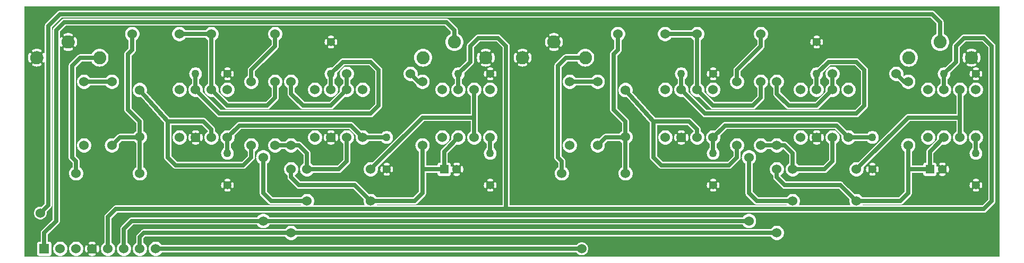
<source format=gbl>
G04 start of page 3 for group 1 idx 1 *
G04 Title: 26.006.00.01.01, solder *
G04 Creator: pcb 4.1.2 *
G04 CreationDate: Sat Aug 11 09:36:17 2018 UTC *
G04 For: bert *
G04 Format: Gerber/RS-274X *
G04 PCB-Dimensions (mil): 6200.00 1620.00 *
G04 PCB-Coordinate-Origin: lower left *
%MOIN*%
%FSLAX25Y25*%
%LNGBL*%
%ADD30C,0.0400*%
%ADD29C,0.0240*%
%ADD28C,0.0520*%
%ADD27C,0.0320*%
%ADD26C,0.0540*%
%ADD25C,0.0600*%
%ADD24C,0.0500*%
%ADD23C,0.0820*%
%ADD22C,0.0250*%
%ADD21C,0.0001*%
G54D21*G36*
X298163Y64544D02*X298246Y64642D01*
X298575Y65178D01*
X298816Y65760D01*
X298963Y66372D01*
X299000Y67000D01*
X298963Y67628D01*
X298816Y68240D01*
X298575Y68822D01*
X298246Y69358D01*
X298163Y69456D01*
Y73784D01*
X298192Y73808D01*
X298652Y74347D01*
X299022Y74951D01*
X299293Y75605D01*
X299458Y76294D01*
X299500Y77000D01*
X299458Y77706D01*
X299293Y78395D01*
X299022Y79049D01*
X298652Y79653D01*
X298192Y80192D01*
X298163Y80216D01*
Y103784D01*
X298192Y103808D01*
X298652Y104347D01*
X299022Y104951D01*
X299293Y105605D01*
X299458Y106294D01*
X299500Y107000D01*
X299458Y107706D01*
X299293Y108395D01*
X299022Y109049D01*
X298652Y109653D01*
X298192Y110192D01*
X298163Y110216D01*
Y115220D01*
X298192Y115222D01*
X298307Y115248D01*
X298416Y115292D01*
X298517Y115353D01*
X298608Y115429D01*
X298685Y115518D01*
X298748Y115618D01*
X298792Y115727D01*
X298898Y116082D01*
X298966Y116446D01*
X299000Y116815D01*
Y117185D01*
X298966Y117554D01*
X298898Y117918D01*
X298796Y118274D01*
X298750Y118384D01*
X298688Y118484D01*
X298610Y118573D01*
X298519Y118649D01*
X298417Y118710D01*
X298307Y118755D01*
X298192Y118781D01*
X298163Y118783D01*
Y137250D01*
X299068D01*
X302750Y133568D01*
Y34250D01*
X298163D01*
Y45220D01*
X298192Y45222D01*
X298307Y45248D01*
X298416Y45292D01*
X298517Y45353D01*
X298608Y45429D01*
X298685Y45518D01*
X298748Y45618D01*
X298792Y45727D01*
X298898Y46082D01*
X298966Y46446D01*
X299000Y46815D01*
Y47185D01*
X298966Y47554D01*
X298898Y47918D01*
X298796Y48274D01*
X298750Y48384D01*
X298688Y48484D01*
X298610Y48573D01*
X298519Y48649D01*
X298417Y48710D01*
X298307Y48755D01*
X298192Y48781D01*
X298163Y48783D01*
Y64544D01*
G37*
G36*
Y110216D02*X297653Y110652D01*
X297049Y111022D01*
X296765Y111140D01*
Y113738D01*
X296781Y113808D01*
X296789Y113926D01*
X296779Y114044D01*
X296765Y114099D01*
Y119912D01*
X296776Y119956D01*
X296787Y120074D01*
X296778Y120192D01*
X296765Y120250D01*
Y124235D01*
X296834Y124263D01*
X296935Y124324D01*
X297025Y124401D01*
X297102Y124490D01*
X297162Y124591D01*
X297390Y125074D01*
X297564Y125578D01*
X297690Y126097D01*
X297766Y126625D01*
X297791Y127158D01*
X297766Y127691D01*
X297690Y128219D01*
X297564Y128738D01*
X297390Y129242D01*
X297168Y129728D01*
X297106Y129829D01*
X297028Y129919D01*
X296938Y129995D01*
X296836Y130057D01*
X296765Y130086D01*
Y137250D01*
X298163D01*
Y118783D01*
X298074Y118789D01*
X297956Y118779D01*
X297841Y118750D01*
X297732Y118704D01*
X297631Y118641D01*
X297542Y118563D01*
X297466Y118472D01*
X297405Y118370D01*
X297361Y118261D01*
X297334Y118145D01*
X297326Y118027D01*
X297337Y117909D01*
X297367Y117795D01*
X297433Y117573D01*
X297476Y117346D01*
X297497Y117116D01*
Y116884D01*
X297476Y116654D01*
X297433Y116427D01*
X297370Y116204D01*
X297339Y116091D01*
X297329Y115973D01*
X297337Y115855D01*
X297363Y115740D01*
X297407Y115631D01*
X297468Y115529D01*
X297544Y115439D01*
X297633Y115361D01*
X297733Y115299D01*
X297842Y115253D01*
X297956Y115224D01*
X298074Y115213D01*
X298163Y115220D01*
Y110216D01*
G37*
G36*
Y80216D02*X297653Y80652D01*
X297049Y81022D01*
X296765Y81140D01*
Y102860D01*
X297049Y102978D01*
X297653Y103348D01*
X298163Y103784D01*
Y80216D01*
G37*
G36*
Y69456D02*X297837Y69837D01*
X297358Y70246D01*
X297250Y70312D01*
Y73101D01*
X297653Y73348D01*
X298163Y73784D01*
Y69456D01*
G37*
G36*
X296765Y63402D02*X296822Y63425D01*
X297358Y63754D01*
X297837Y64163D01*
X298163Y64544D01*
Y48783D01*
X298074Y48789D01*
X297956Y48779D01*
X297841Y48750D01*
X297732Y48704D01*
X297631Y48641D01*
X297542Y48563D01*
X297466Y48472D01*
X297405Y48370D01*
X297361Y48261D01*
X297334Y48145D01*
X297326Y48027D01*
X297337Y47909D01*
X297367Y47795D01*
X297433Y47573D01*
X297476Y47346D01*
X297497Y47116D01*
Y46884D01*
X297476Y46654D01*
X297433Y46427D01*
X297370Y46204D01*
X297339Y46091D01*
X297329Y45973D01*
X297337Y45855D01*
X297363Y45740D01*
X297407Y45631D01*
X297468Y45529D01*
X297544Y45439D01*
X297633Y45361D01*
X297733Y45299D01*
X297842Y45253D01*
X297956Y45224D01*
X298074Y45213D01*
X298163Y45220D01*
Y34250D01*
X296765D01*
Y43738D01*
X296781Y43808D01*
X296789Y43926D01*
X296779Y44044D01*
X296765Y44099D01*
Y49912D01*
X296776Y49956D01*
X296787Y50074D01*
X296778Y50192D01*
X296765Y50250D01*
Y63402D01*
G37*
G36*
Y44099D02*X296750Y44159D01*
X296704Y44268D01*
X296641Y44369D01*
X296563Y44458D01*
X296472Y44534D01*
X296370Y44595D01*
X296261Y44639D01*
X296145Y44666D01*
X296027Y44674D01*
X295909Y44663D01*
X295795Y44633D01*
X295573Y44567D01*
X295346Y44524D01*
X295116Y44503D01*
X294993D01*
Y49497D01*
X295116D01*
X295346Y49476D01*
X295573Y49433D01*
X295796Y49370D01*
X295909Y49339D01*
X296027Y49329D01*
X296145Y49337D01*
X296260Y49363D01*
X296369Y49407D01*
X296471Y49468D01*
X296561Y49544D01*
X296639Y49633D01*
X296701Y49733D01*
X296747Y49842D01*
X296765Y49912D01*
Y44099D01*
G37*
G36*
Y34250D02*X294993D01*
Y43000D01*
X295185D01*
X295554Y43034D01*
X295918Y43102D01*
X296274Y43204D01*
X296384Y43250D01*
X296484Y43312D01*
X296573Y43390D01*
X296649Y43481D01*
X296710Y43583D01*
X296755Y43693D01*
X296765Y43738D01*
Y34250D01*
G37*
G36*
Y120250D02*X296752Y120307D01*
X296708Y120416D01*
X296647Y120517D01*
X296571Y120608D01*
X296482Y120685D01*
X296382Y120748D01*
X296273Y120792D01*
X295918Y120898D01*
X295554Y120966D01*
X295185Y121000D01*
X294993D01*
Y122371D01*
X295022Y122405D01*
X295084Y122507D01*
X295129Y122617D01*
X295156Y122733D01*
X295165Y122851D01*
X295155Y122969D01*
X295127Y123085D01*
X295081Y123194D01*
X295018Y123295D01*
X294993Y123324D01*
Y130999D01*
X295014Y131023D01*
X295077Y131124D01*
X295122Y131233D01*
X295150Y131347D01*
X295160Y131465D01*
X295152Y131583D01*
X295125Y131698D01*
X295080Y131807D01*
X295019Y131908D01*
X294993Y131938D01*
Y137250D01*
X296765D01*
Y130086D01*
X296726Y130102D01*
X296610Y130129D01*
X296492Y130138D01*
X296374Y130128D01*
X296258Y130100D01*
X296149Y130054D01*
X296048Y129991D01*
X295958Y129914D01*
X295881Y129823D01*
X295819Y129721D01*
X295775Y129611D01*
X295747Y129496D01*
X295739Y129377D01*
X295749Y129259D01*
X295777Y129143D01*
X295825Y129035D01*
X295991Y128682D01*
X296119Y128313D01*
X296211Y127934D01*
X296266Y127548D01*
X296285Y127158D01*
X296266Y126768D01*
X296211Y126382D01*
X296119Y126003D01*
X295991Y125634D01*
X295829Y125279D01*
X295781Y125171D01*
X295753Y125056D01*
X295743Y124939D01*
X295752Y124821D01*
X295779Y124706D01*
X295824Y124597D01*
X295885Y124496D01*
X295961Y124406D01*
X296050Y124329D01*
X296151Y124266D01*
X296260Y124221D01*
X296374Y124193D01*
X296492Y124183D01*
X296610Y124191D01*
X296725Y124218D01*
X296765Y124235D01*
Y120250D01*
G37*
G36*
Y114099D02*X296750Y114159D01*
X296704Y114268D01*
X296641Y114369D01*
X296563Y114458D01*
X296472Y114534D01*
X296370Y114595D01*
X296261Y114639D01*
X296145Y114666D01*
X296027Y114674D01*
X295909Y114663D01*
X295795Y114633D01*
X295573Y114567D01*
X295346Y114524D01*
X295116Y114503D01*
X294993D01*
Y119497D01*
X295116D01*
X295346Y119476D01*
X295573Y119433D01*
X295796Y119370D01*
X295909Y119339D01*
X296027Y119329D01*
X296145Y119337D01*
X296260Y119363D01*
X296369Y119407D01*
X296471Y119468D01*
X296561Y119544D01*
X296639Y119633D01*
X296701Y119733D01*
X296747Y119842D01*
X296765Y119912D01*
Y114099D01*
G37*
G36*
Y111140D02*X296395Y111293D01*
X295706Y111458D01*
X295000Y111514D01*
X294993Y111513D01*
Y113000D01*
X295185D01*
X295554Y113034D01*
X295918Y113102D01*
X296274Y113204D01*
X296384Y113250D01*
X296484Y113312D01*
X296573Y113390D01*
X296649Y113481D01*
X296710Y113583D01*
X296755Y113693D01*
X296765Y113738D01*
Y111140D01*
G37*
G36*
Y81140D02*X296395Y81293D01*
X295706Y81458D01*
X295000Y81514D01*
X294993Y81513D01*
Y102487D01*
X295000Y102486D01*
X295706Y102542D01*
X296395Y102707D01*
X296765Y102860D01*
Y81140D01*
G37*
G36*
X294993Y62988D02*X295000Y62988D01*
X295628Y63037D01*
X296240Y63184D01*
X296765Y63402D01*
Y50250D01*
X296752Y50307D01*
X296708Y50416D01*
X296647Y50517D01*
X296571Y50608D01*
X296482Y50685D01*
X296382Y50748D01*
X296273Y50792D01*
X295918Y50898D01*
X295554Y50966D01*
X295185Y51000D01*
X294993D01*
Y62988D01*
G37*
G36*
X371243Y92575D02*X377750Y86068D01*
Y81135D01*
X377347Y80888D01*
X376808Y80428D01*
X376348Y79889D01*
X375978Y79285D01*
X375963Y79250D01*
X371243D01*
Y92575D01*
G37*
G36*
X372986Y138101D02*Y132992D01*
X371243Y131399D01*
Y139903D01*
X371584Y139347D01*
X372044Y138808D01*
X372583Y138348D01*
X372986Y138101D01*
G37*
G36*
X484743Y44750D02*X514068D01*
X520652Y38166D01*
X520542Y37706D01*
X520486Y37000D01*
X520542Y36294D01*
X520707Y35605D01*
X520978Y34951D01*
X521348Y34347D01*
X521431Y34250D01*
X488569D01*
X488652Y34347D01*
X489022Y34951D01*
X489293Y35605D01*
X489458Y36294D01*
X489500Y37000D01*
X489458Y37706D01*
X489293Y38395D01*
X489022Y39049D01*
X488652Y39653D01*
X488192Y40192D01*
X487653Y40652D01*
X487049Y41022D01*
X486395Y41293D01*
X485706Y41458D01*
X485000Y41514D01*
X484743Y41494D01*
Y44750D01*
G37*
G36*
X519993Y122250D02*X524068D01*
X527750Y118568D01*
Y97932D01*
X524068Y94250D01*
X519993D01*
Y102487D01*
X520000Y102486D01*
X520706Y102542D01*
X521395Y102707D01*
X522049Y102978D01*
X522653Y103348D01*
X523192Y103808D01*
X523652Y104347D01*
X524022Y104951D01*
X524293Y105605D01*
X524458Y106294D01*
X524500Y107000D01*
X524458Y107706D01*
X524293Y108395D01*
X524022Y109049D01*
X523652Y109653D01*
X523192Y110192D01*
X522653Y110652D01*
X522049Y111022D01*
X521395Y111293D01*
X520706Y111458D01*
X520000Y111514D01*
X519993Y111513D01*
Y122250D01*
G37*
G36*
X553743Y69518D02*X553848Y69347D01*
X554308Y68808D01*
X554847Y68348D01*
X555250Y68101D01*
Y57088D01*
X555243Y57000D01*
X555250Y56912D01*
Y42932D01*
X553743Y41425D01*
Y69518D01*
G37*
G36*
X603163Y137250D02*X604068D01*
X607750Y133568D01*
Y37932D01*
X604068Y34250D01*
X603163D01*
Y45220D01*
X603192Y45222D01*
X603307Y45248D01*
X603416Y45292D01*
X603517Y45353D01*
X603608Y45429D01*
X603685Y45518D01*
X603748Y45618D01*
X603792Y45727D01*
X603898Y46082D01*
X603966Y46446D01*
X604000Y46815D01*
Y47185D01*
X603966Y47554D01*
X603898Y47918D01*
X603796Y48274D01*
X603750Y48384D01*
X603688Y48484D01*
X603610Y48573D01*
X603519Y48649D01*
X603417Y48710D01*
X603307Y48755D01*
X603192Y48781D01*
X603163Y48783D01*
Y64544D01*
X603246Y64642D01*
X603575Y65178D01*
X603816Y65760D01*
X603963Y66372D01*
X604000Y67000D01*
X603963Y67628D01*
X603816Y68240D01*
X603575Y68822D01*
X603246Y69358D01*
X603163Y69456D01*
Y73784D01*
X603192Y73808D01*
X603652Y74347D01*
X604022Y74951D01*
X604293Y75605D01*
X604458Y76294D01*
X604500Y77000D01*
X604458Y77706D01*
X604293Y78395D01*
X604022Y79049D01*
X603652Y79653D01*
X603192Y80192D01*
X603163Y80216D01*
Y103784D01*
X603192Y103808D01*
X603652Y104347D01*
X604022Y104951D01*
X604293Y105605D01*
X604458Y106294D01*
X604500Y107000D01*
X604458Y107706D01*
X604293Y108395D01*
X604022Y109049D01*
X603652Y109653D01*
X603192Y110192D01*
X603163Y110216D01*
Y115220D01*
X603192Y115222D01*
X603307Y115248D01*
X603416Y115292D01*
X603517Y115353D01*
X603608Y115429D01*
X603685Y115518D01*
X603748Y115618D01*
X603792Y115727D01*
X603898Y116082D01*
X603966Y116446D01*
X604000Y116815D01*
Y117185D01*
X603966Y117554D01*
X603898Y117918D01*
X603796Y118274D01*
X603750Y118384D01*
X603688Y118484D01*
X603610Y118573D01*
X603519Y118649D01*
X603417Y118710D01*
X603307Y118755D01*
X603192Y118781D01*
X603163Y118783D01*
Y137250D01*
G37*
G36*
Y80216D02*X602653Y80652D01*
X602049Y81022D01*
X601395Y81293D01*
X600706Y81458D01*
X600000Y81514D01*
X599993Y81513D01*
Y102487D01*
X600000Y102486D01*
X600706Y102542D01*
X601395Y102707D01*
X602049Y102978D01*
X602653Y103348D01*
X603163Y103784D01*
Y80216D01*
G37*
G36*
Y69456D02*X602837Y69837D01*
X602358Y70246D01*
X602250Y70312D01*
Y73101D01*
X602653Y73348D01*
X603163Y73784D01*
Y69456D01*
G37*
G36*
Y34250D02*X599993D01*
Y43000D01*
X600185D01*
X600554Y43034D01*
X600918Y43102D01*
X601274Y43204D01*
X601384Y43250D01*
X601484Y43312D01*
X601573Y43390D01*
X601649Y43481D01*
X601710Y43583D01*
X601755Y43693D01*
X601781Y43808D01*
X601789Y43926D01*
X601779Y44044D01*
X601750Y44159D01*
X601704Y44268D01*
X601641Y44369D01*
X601563Y44458D01*
X601472Y44534D01*
X601370Y44595D01*
X601261Y44639D01*
X601145Y44666D01*
X601027Y44674D01*
X600909Y44663D01*
X600795Y44633D01*
X600573Y44567D01*
X600346Y44524D01*
X600116Y44503D01*
X599993D01*
Y49497D01*
X600116D01*
X600346Y49476D01*
X600573Y49433D01*
X600796Y49370D01*
X600909Y49339D01*
X601027Y49329D01*
X601145Y49337D01*
X601260Y49363D01*
X601369Y49407D01*
X601471Y49468D01*
X601561Y49544D01*
X601639Y49633D01*
X601701Y49733D01*
X601747Y49842D01*
X601776Y49956D01*
X601787Y50074D01*
X601778Y50192D01*
X601752Y50307D01*
X601708Y50416D01*
X601647Y50517D01*
X601571Y50608D01*
X601482Y50685D01*
X601382Y50748D01*
X601273Y50792D01*
X600918Y50898D01*
X600554Y50966D01*
X600185Y51000D01*
X599993D01*
Y62988D01*
X600000Y62988D01*
X600628Y63037D01*
X601240Y63184D01*
X601822Y63425D01*
X602358Y63754D01*
X602837Y64163D01*
X603163Y64544D01*
Y48783D01*
X603074Y48789D01*
X602956Y48779D01*
X602841Y48750D01*
X602732Y48704D01*
X602631Y48641D01*
X602542Y48563D01*
X602466Y48472D01*
X602405Y48370D01*
X602361Y48261D01*
X602334Y48145D01*
X602326Y48027D01*
X602337Y47909D01*
X602367Y47795D01*
X602433Y47573D01*
X602476Y47346D01*
X602497Y47116D01*
Y46884D01*
X602476Y46654D01*
X602433Y46427D01*
X602370Y46204D01*
X602339Y46091D01*
X602329Y45973D01*
X602337Y45855D01*
X602363Y45740D01*
X602407Y45631D01*
X602468Y45529D01*
X602544Y45439D01*
X602633Y45361D01*
X602733Y45299D01*
X602842Y45253D01*
X602956Y45224D01*
X603074Y45213D01*
X603163Y45220D01*
Y34250D01*
G37*
G36*
X601765Y137250D02*X603163D01*
Y118783D01*
X603074Y118789D01*
X602956Y118779D01*
X602841Y118750D01*
X602732Y118704D01*
X602631Y118641D01*
X602542Y118563D01*
X602466Y118472D01*
X602405Y118370D01*
X602361Y118261D01*
X602334Y118145D01*
X602326Y118027D01*
X602337Y117909D01*
X602367Y117795D01*
X602433Y117573D01*
X602476Y117346D01*
X602497Y117116D01*
Y116884D01*
X602476Y116654D01*
X602433Y116427D01*
X602370Y116204D01*
X602339Y116091D01*
X602329Y115973D01*
X602337Y115855D01*
X602363Y115740D01*
X602407Y115631D01*
X602468Y115529D01*
X602544Y115439D01*
X602633Y115361D01*
X602733Y115299D01*
X602842Y115253D01*
X602956Y115224D01*
X603074Y115213D01*
X603163Y115220D01*
Y110216D01*
X602653Y110652D01*
X602049Y111022D01*
X601765Y111140D01*
Y113738D01*
X601781Y113808D01*
X601789Y113926D01*
X601779Y114044D01*
X601765Y114099D01*
Y119912D01*
X601776Y119956D01*
X601787Y120074D01*
X601778Y120192D01*
X601765Y120250D01*
Y124235D01*
X601834Y124263D01*
X601935Y124324D01*
X602025Y124401D01*
X602102Y124490D01*
X602162Y124591D01*
X602390Y125074D01*
X602564Y125578D01*
X602690Y126097D01*
X602766Y126625D01*
X602791Y127158D01*
X602766Y127691D01*
X602690Y128219D01*
X602564Y128738D01*
X602390Y129242D01*
X602168Y129728D01*
X602106Y129829D01*
X602028Y129919D01*
X601938Y129995D01*
X601836Y130057D01*
X601765Y130086D01*
Y137250D01*
G37*
G36*
Y114099D02*X601750Y114159D01*
X601704Y114268D01*
X601641Y114369D01*
X601563Y114458D01*
X601472Y114534D01*
X601370Y114595D01*
X601261Y114639D01*
X601145Y114666D01*
X601027Y114674D01*
X600909Y114663D01*
X600795Y114633D01*
X600573Y114567D01*
X600346Y114524D01*
X600116Y114503D01*
X599993D01*
Y119497D01*
X600116D01*
X600346Y119476D01*
X600573Y119433D01*
X600796Y119370D01*
X600909Y119339D01*
X601027Y119329D01*
X601145Y119337D01*
X601260Y119363D01*
X601369Y119407D01*
X601471Y119468D01*
X601561Y119544D01*
X601639Y119633D01*
X601701Y119733D01*
X601747Y119842D01*
X601765Y119912D01*
Y114099D01*
G37*
G36*
Y111140D02*X601395Y111293D01*
X600706Y111458D01*
X600000Y111514D01*
X599993Y111513D01*
Y113000D01*
X600185D01*
X600554Y113034D01*
X600918Y113102D01*
X601274Y113204D01*
X601384Y113250D01*
X601484Y113312D01*
X601573Y113390D01*
X601649Y113481D01*
X601710Y113583D01*
X601755Y113693D01*
X601765Y113738D01*
Y111140D01*
G37*
G36*
X599993Y137250D02*X601765D01*
Y130086D01*
X601726Y130102D01*
X601610Y130129D01*
X601492Y130138D01*
X601374Y130128D01*
X601258Y130100D01*
X601149Y130054D01*
X601048Y129991D01*
X600958Y129914D01*
X600881Y129823D01*
X600819Y129721D01*
X600775Y129611D01*
X600747Y129496D01*
X600739Y129377D01*
X600749Y129259D01*
X600777Y129143D01*
X600825Y129035D01*
X600991Y128682D01*
X601119Y128313D01*
X601211Y127934D01*
X601266Y127548D01*
X601285Y127158D01*
X601266Y126768D01*
X601211Y126382D01*
X601119Y126003D01*
X600991Y125634D01*
X600829Y125279D01*
X600781Y125171D01*
X600753Y125056D01*
X600743Y124939D01*
X600752Y124821D01*
X600779Y124706D01*
X600824Y124597D01*
X600885Y124496D01*
X600961Y124406D01*
X601050Y124329D01*
X601151Y124266D01*
X601260Y124221D01*
X601374Y124193D01*
X601492Y124183D01*
X601610Y124191D01*
X601725Y124218D01*
X601765Y124235D01*
Y120250D01*
X601752Y120307D01*
X601708Y120416D01*
X601647Y120517D01*
X601571Y120608D01*
X601482Y120685D01*
X601382Y120748D01*
X601273Y120792D01*
X600918Y120898D01*
X600554Y120966D01*
X600185Y121000D01*
X599993D01*
Y122371D01*
X600022Y122405D01*
X600084Y122507D01*
X600129Y122617D01*
X600156Y122733D01*
X600165Y122851D01*
X600155Y122969D01*
X600127Y123085D01*
X600081Y123194D01*
X600018Y123295D01*
X599993Y123324D01*
Y130999D01*
X600014Y131023D01*
X600077Y131124D01*
X600122Y131233D01*
X600150Y131347D01*
X600160Y131465D01*
X600152Y131583D01*
X600125Y131698D01*
X600080Y131807D01*
X600019Y131908D01*
X599993Y131938D01*
Y137250D01*
G37*
G36*
Y159500D02*X615000D01*
Y2000D01*
X599993D01*
Y29750D01*
X604912D01*
X605000Y29743D01*
X605353Y29771D01*
X605353Y29771D01*
X605697Y29854D01*
X606025Y29989D01*
X606327Y30174D01*
X606596Y30404D01*
X606653Y30471D01*
X611529Y35347D01*
X611596Y35404D01*
X611826Y35673D01*
X611826Y35673D01*
X612011Y35975D01*
X612146Y36303D01*
X612229Y36647D01*
X612257Y37000D01*
X612250Y37088D01*
Y134412D01*
X612257Y134500D01*
X612229Y134853D01*
X612146Y135197D01*
X612107Y135293D01*
X612011Y135525D01*
X611896Y135712D01*
X611826Y135827D01*
X611826Y135827D01*
X611596Y136096D01*
X611529Y136153D01*
X606653Y141029D01*
X606596Y141096D01*
X606327Y141326D01*
X606327Y141326D01*
X606212Y141396D01*
X606025Y141511D01*
X605793Y141607D01*
X605697Y141646D01*
X605353Y141729D01*
X605000Y141757D01*
X604912Y141750D01*
X599993D01*
Y159500D01*
G37*
G36*
Y2000D02*X553743D01*
Y29750D01*
X599993D01*
Y2000D01*
G37*
G36*
X596837Y64544D02*X597163Y64163D01*
X597642Y63754D01*
X598178Y63425D01*
X598760Y63184D01*
X599372Y63037D01*
X599993Y62988D01*
Y51000D01*
X599815D01*
X599446Y50966D01*
X599082Y50898D01*
X598726Y50796D01*
X598616Y50750D01*
X598516Y50688D01*
X598427Y50610D01*
X598351Y50519D01*
X598290Y50417D01*
X598245Y50307D01*
X598219Y50192D01*
X598211Y50074D01*
X598221Y49956D01*
X598250Y49841D01*
X598296Y49732D01*
X598359Y49631D01*
X598437Y49542D01*
X598528Y49466D01*
X598630Y49405D01*
X598739Y49361D01*
X598855Y49334D01*
X598973Y49326D01*
X599091Y49337D01*
X599205Y49368D01*
X599427Y49433D01*
X599654Y49476D01*
X599884Y49497D01*
X599993D01*
Y44503D01*
X599884D01*
X599654Y44524D01*
X599427Y44567D01*
X599204Y44630D01*
X599091Y44661D01*
X598973Y44671D01*
X598855Y44663D01*
X598740Y44637D01*
X598631Y44593D01*
X598529Y44532D01*
X598439Y44456D01*
X598361Y44367D01*
X598299Y44267D01*
X598253Y44158D01*
X598224Y44044D01*
X598213Y43926D01*
X598222Y43808D01*
X598248Y43693D01*
X598292Y43584D01*
X598353Y43483D01*
X598429Y43392D01*
X598518Y43315D01*
X598618Y43252D01*
X598727Y43208D01*
X599082Y43102D01*
X599446Y43034D01*
X599815Y43000D01*
X599993D01*
Y34250D01*
X596837D01*
Y45217D01*
X596926Y45211D01*
X597044Y45221D01*
X597159Y45250D01*
X597268Y45296D01*
X597369Y45359D01*
X597458Y45437D01*
X597534Y45528D01*
X597595Y45630D01*
X597639Y45739D01*
X597666Y45855D01*
X597674Y45973D01*
X597663Y46091D01*
X597632Y46205D01*
X597567Y46427D01*
X597524Y46654D01*
X597503Y46884D01*
Y47116D01*
X597524Y47346D01*
X597567Y47573D01*
X597630Y47796D01*
X597661Y47909D01*
X597671Y48027D01*
X597663Y48145D01*
X597637Y48260D01*
X597593Y48369D01*
X597532Y48471D01*
X597456Y48561D01*
X597367Y48639D01*
X597267Y48701D01*
X597158Y48747D01*
X597044Y48776D01*
X596926Y48787D01*
X596837Y48780D01*
Y64544D01*
G37*
G36*
Y73784D02*X597347Y73348D01*
X597750Y73101D01*
Y70312D01*
X597642Y70246D01*
X597163Y69837D01*
X596837Y69456D01*
Y73784D01*
G37*
G36*
Y103784D02*X597347Y103348D01*
X597951Y102978D01*
X598605Y102707D01*
X599294Y102542D01*
X599993Y102487D01*
Y81513D01*
X599294Y81458D01*
X598605Y81293D01*
X597951Y81022D01*
X597347Y80652D01*
X596837Y80216D01*
Y103784D01*
G37*
G36*
Y121568D02*X597185Y121552D01*
X597718Y121577D01*
X598246Y121653D01*
X598765Y121779D01*
X599269Y121953D01*
X599755Y122175D01*
X599856Y122237D01*
X599946Y122315D01*
X599993Y122371D01*
Y121000D01*
X599815D01*
X599446Y120966D01*
X599082Y120898D01*
X598726Y120796D01*
X598616Y120750D01*
X598516Y120688D01*
X598427Y120610D01*
X598351Y120519D01*
X598290Y120417D01*
X598245Y120307D01*
X598219Y120192D01*
X598211Y120074D01*
X598221Y119956D01*
X598250Y119841D01*
X598296Y119732D01*
X598359Y119631D01*
X598437Y119542D01*
X598528Y119466D01*
X598630Y119405D01*
X598739Y119361D01*
X598855Y119334D01*
X598973Y119326D01*
X599091Y119337D01*
X599205Y119368D01*
X599427Y119433D01*
X599654Y119476D01*
X599884Y119497D01*
X599993D01*
Y114503D01*
X599884D01*
X599654Y114524D01*
X599427Y114567D01*
X599204Y114630D01*
X599091Y114661D01*
X598973Y114671D01*
X598855Y114663D01*
X598740Y114637D01*
X598631Y114593D01*
X598529Y114532D01*
X598439Y114456D01*
X598361Y114367D01*
X598299Y114267D01*
X598253Y114158D01*
X598224Y114044D01*
X598213Y113926D01*
X598222Y113808D01*
X598248Y113693D01*
X598292Y113584D01*
X598353Y113483D01*
X598429Y113392D01*
X598518Y113315D01*
X598618Y113252D01*
X598727Y113208D01*
X599082Y113102D01*
X599446Y113034D01*
X599815Y113000D01*
X599993D01*
Y111513D01*
X599294Y111458D01*
X598605Y111293D01*
X597951Y111022D01*
X597347Y110652D01*
X596837Y110216D01*
Y115217D01*
X596926Y115211D01*
X597044Y115221D01*
X597159Y115250D01*
X597268Y115296D01*
X597369Y115359D01*
X597458Y115437D01*
X597534Y115528D01*
X597595Y115630D01*
X597639Y115739D01*
X597666Y115855D01*
X597674Y115973D01*
X597663Y116091D01*
X597632Y116205D01*
X597567Y116427D01*
X597524Y116654D01*
X597503Y116884D01*
Y117116D01*
X597524Y117346D01*
X597567Y117573D01*
X597630Y117796D01*
X597661Y117909D01*
X597671Y118027D01*
X597663Y118145D01*
X597637Y118260D01*
X597593Y118369D01*
X597532Y118471D01*
X597456Y118561D01*
X597367Y118639D01*
X597267Y118701D01*
X597158Y118747D01*
X597044Y118776D01*
X596926Y118787D01*
X596837Y118780D01*
Y121568D01*
G37*
G36*
Y131241D02*X597185Y131258D01*
X597575Y131239D01*
X597961Y131184D01*
X598340Y131092D01*
X598709Y130964D01*
X599064Y130802D01*
X599172Y130754D01*
X599287Y130726D01*
X599404Y130716D01*
X599522Y130725D01*
X599637Y130752D01*
X599746Y130797D01*
X599847Y130858D01*
X599937Y130934D01*
X599993Y130999D01*
Y123324D01*
X599941Y123385D01*
X599850Y123462D01*
X599748Y123524D01*
X599638Y123568D01*
X599523Y123596D01*
X599404Y123604D01*
X599286Y123594D01*
X599170Y123566D01*
X599062Y123518D01*
X598709Y123352D01*
X598340Y123224D01*
X597961Y123132D01*
X597575Y123077D01*
X597185Y123058D01*
X596837Y123075D01*
Y131241D01*
G37*
G36*
Y137250D02*X599993D01*
Y131938D01*
X599942Y131998D01*
X599853Y132075D01*
X599752Y132135D01*
X599269Y132363D01*
X598765Y132537D01*
X598246Y132663D01*
X597718Y132739D01*
X597185Y132764D01*
X596837Y132748D01*
Y137250D01*
G37*
G36*
Y159500D02*X599993D01*
Y141750D01*
X596837D01*
Y159500D01*
G37*
G36*
X592605Y136423D02*X593432Y137250D01*
X596837D01*
Y132748D01*
X596652Y132739D01*
X596124Y132663D01*
X595605Y132537D01*
X595101Y132363D01*
X594615Y132141D01*
X594514Y132079D01*
X594424Y132001D01*
X594348Y131911D01*
X594286Y131809D01*
X594241Y131699D01*
X594214Y131583D01*
X594205Y131465D01*
X594215Y131347D01*
X594243Y131231D01*
X594289Y131122D01*
X594352Y131021D01*
X594429Y130931D01*
X594520Y130854D01*
X594622Y130792D01*
X594732Y130748D01*
X594847Y130720D01*
X594966Y130712D01*
X595084Y130722D01*
X595200Y130750D01*
X595308Y130798D01*
X595661Y130964D01*
X596030Y131092D01*
X596409Y131184D01*
X596795Y131239D01*
X596837Y131241D01*
Y123075D01*
X596795Y123077D01*
X596409Y123132D01*
X596030Y123224D01*
X595661Y123352D01*
X595306Y123514D01*
X595198Y123562D01*
X595083Y123590D01*
X594966Y123600D01*
X594848Y123591D01*
X594733Y123564D01*
X594624Y123519D01*
X594523Y123458D01*
X594433Y123382D01*
X594356Y123293D01*
X594293Y123192D01*
X594248Y123083D01*
X594220Y122969D01*
X594210Y122851D01*
X594218Y122733D01*
X594245Y122618D01*
X594290Y122509D01*
X594351Y122408D01*
X594428Y122318D01*
X594517Y122241D01*
X594618Y122181D01*
X595101Y121953D01*
X595605Y121779D01*
X596124Y121653D01*
X596652Y121577D01*
X596837Y121568D01*
Y118780D01*
X596808Y118778D01*
X596693Y118752D01*
X596584Y118708D01*
X596483Y118647D01*
X596392Y118571D01*
X596315Y118482D01*
X596252Y118382D01*
X596208Y118273D01*
X596102Y117918D01*
X596034Y117554D01*
X596000Y117185D01*
Y116815D01*
X596034Y116446D01*
X596102Y116082D01*
X596204Y115726D01*
X596250Y115616D01*
X596312Y115516D01*
X596390Y115427D01*
X596481Y115351D01*
X596583Y115290D01*
X596693Y115245D01*
X596808Y115219D01*
X596837Y115217D01*
Y110216D01*
X596808Y110192D01*
X596348Y109653D01*
X595978Y109049D01*
X595707Y108395D01*
X595542Y107706D01*
X595486Y107000D01*
X595542Y106294D01*
X595707Y105605D01*
X595978Y104951D01*
X596348Y104347D01*
X596808Y103808D01*
X596837Y103784D01*
Y80216D01*
X596808Y80192D01*
X596348Y79653D01*
X595978Y79049D01*
X595707Y78395D01*
X595542Y77706D01*
X595486Y77000D01*
X595542Y76294D01*
X595707Y75605D01*
X595978Y74951D01*
X596348Y74347D01*
X596808Y73808D01*
X596837Y73784D01*
Y69456D01*
X596754Y69358D01*
X596425Y68822D01*
X596184Y68240D01*
X596037Y67628D01*
X595988Y67000D01*
X596037Y66372D01*
X596184Y65760D01*
X596425Y65178D01*
X596754Y64642D01*
X596837Y64544D01*
Y48780D01*
X596808Y48778D01*
X596693Y48752D01*
X596584Y48708D01*
X596483Y48647D01*
X596392Y48571D01*
X596315Y48482D01*
X596252Y48382D01*
X596208Y48273D01*
X596102Y47918D01*
X596034Y47554D01*
X596000Y47185D01*
Y46815D01*
X596034Y46446D01*
X596102Y46082D01*
X596204Y45726D01*
X596250Y45616D01*
X596312Y45516D01*
X596390Y45427D01*
X596481Y45351D01*
X596583Y45290D01*
X596693Y45245D01*
X596808Y45219D01*
X596837Y45217D01*
Y34250D01*
X592605D01*
Y73319D01*
X592653Y73348D01*
X593192Y73808D01*
X593652Y74347D01*
X594022Y74951D01*
X594293Y75605D01*
X594458Y76294D01*
X594500Y77000D01*
X594458Y77706D01*
X594293Y78395D01*
X594022Y79049D01*
X593652Y79653D01*
X593192Y80192D01*
X592653Y80652D01*
X592605Y80681D01*
Y103319D01*
X592653Y103348D01*
X593192Y103808D01*
X593652Y104347D01*
X594022Y104951D01*
X594293Y105605D01*
X594458Y106294D01*
X594500Y107000D01*
X594458Y107706D01*
X594293Y108395D01*
X594022Y109049D01*
X593652Y109653D01*
X593192Y110192D01*
X592653Y110652D01*
X592605Y110681D01*
Y124230D01*
X592644Y124214D01*
X592760Y124187D01*
X592878Y124178D01*
X592996Y124188D01*
X593112Y124216D01*
X593221Y124262D01*
X593322Y124325D01*
X593412Y124402D01*
X593489Y124493D01*
X593551Y124595D01*
X593595Y124705D01*
X593623Y124820D01*
X593631Y124939D01*
X593621Y125057D01*
X593593Y125173D01*
X593545Y125281D01*
X593379Y125634D01*
X593251Y126003D01*
X593159Y126382D01*
X593104Y126768D01*
X593085Y127158D01*
X593104Y127548D01*
X593159Y127934D01*
X593251Y128313D01*
X593379Y128682D01*
X593541Y129037D01*
X593589Y129145D01*
X593617Y129260D01*
X593627Y129377D01*
X593618Y129495D01*
X593591Y129610D01*
X593546Y129719D01*
X593485Y129820D01*
X593409Y129910D01*
X593320Y129987D01*
X593219Y130050D01*
X593110Y130095D01*
X592996Y130123D01*
X592878Y130133D01*
X592760Y130125D01*
X592645Y130098D01*
X592605Y130081D01*
Y136423D01*
G37*
G36*
Y159500D02*X596837D01*
Y141750D01*
X592605D01*
Y159500D01*
G37*
G36*
Y80681D02*X592250Y80899D01*
Y89412D01*
X592257Y89500D01*
X592250Y89588D01*
Y103101D01*
X592605Y103319D01*
Y80681D01*
G37*
G36*
Y34250D02*X582282D01*
Y55071D01*
X582383Y55092D01*
X582494Y55133D01*
X582597Y55191D01*
X582689Y55264D01*
X582769Y55351D01*
X582835Y55449D01*
X582881Y55557D01*
X582997Y55907D01*
X583077Y56267D01*
X583125Y56632D01*
X583141Y57000D01*
X583125Y57368D01*
X583077Y57733D01*
X582997Y58093D01*
X582885Y58444D01*
X582837Y58552D01*
X582771Y58651D01*
X582691Y58738D01*
X582598Y58811D01*
X582495Y58870D01*
X582384Y58911D01*
X582282Y58932D01*
Y73121D01*
X582653Y73348D01*
X583192Y73808D01*
X583652Y74347D01*
X584022Y74951D01*
X584293Y75605D01*
X584458Y76294D01*
X584500Y77000D01*
X584458Y77706D01*
X584293Y78395D01*
X584022Y79049D01*
X583652Y79653D01*
X583192Y80192D01*
X582653Y80652D01*
X582282Y80879D01*
Y87250D01*
X587750D01*
Y80899D01*
X587347Y80652D01*
X586808Y80192D01*
X586348Y79653D01*
X585978Y79049D01*
X585707Y78395D01*
X585542Y77706D01*
X585486Y77000D01*
X585542Y76294D01*
X585707Y75605D01*
X585978Y74951D01*
X586348Y74347D01*
X586808Y73808D01*
X587347Y73348D01*
X587951Y72978D01*
X588605Y72707D01*
X589294Y72542D01*
X590000Y72486D01*
X590706Y72542D01*
X591395Y72707D01*
X592049Y72978D01*
X592605Y73319D01*
Y34250D01*
G37*
G36*
X582282Y80879D02*X582049Y81022D01*
X581395Y81293D01*
X580706Y81458D01*
X580000Y81514D01*
X579294Y81458D01*
X578938Y81373D01*
Y87250D01*
X582282D01*
Y80879D01*
G37*
G36*
Y34250D02*X578938D01*
Y52796D01*
X579305Y52812D01*
X579670Y52860D01*
X580030Y52940D01*
X580381Y53052D01*
X580489Y53100D01*
X580588Y53166D01*
X580675Y53246D01*
X580748Y53339D01*
X580807Y53442D01*
X580848Y53553D01*
X580871Y53669D01*
X580876Y53787D01*
X580863Y53905D01*
X580831Y54019D01*
X580782Y54127D01*
X580716Y54226D01*
X580636Y54313D01*
X580543Y54386D01*
X580440Y54445D01*
X580329Y54486D01*
X580213Y54509D01*
X580094Y54514D01*
X579977Y54501D01*
X579863Y54467D01*
X579639Y54393D01*
X579408Y54341D01*
X579173Y54310D01*
X578938Y54300D01*
Y59700D01*
X579173Y59690D01*
X579408Y59659D01*
X579639Y59607D01*
X579864Y59536D01*
X579977Y59502D01*
X580095Y59488D01*
X580213Y59493D01*
X580328Y59517D01*
X580439Y59558D01*
X580542Y59616D01*
X580634Y59689D01*
X580714Y59776D01*
X580779Y59874D01*
X580829Y59982D01*
X580860Y60095D01*
X580874Y60213D01*
X580869Y60331D01*
X580845Y60446D01*
X580804Y60557D01*
X580746Y60660D01*
X580673Y60752D01*
X580586Y60832D01*
X580488Y60898D01*
X580380Y60944D01*
X580030Y61060D01*
X579670Y61140D01*
X579305Y61188D01*
X578938Y61204D01*
Y72627D01*
X579294Y72542D01*
X580000Y72486D01*
X580706Y72542D01*
X581395Y72707D01*
X582049Y72978D01*
X582282Y73121D01*
Y58932D01*
X582268Y58934D01*
X582150Y58939D01*
X582032Y58926D01*
X581918Y58894D01*
X581810Y58845D01*
X581711Y58779D01*
X581624Y58699D01*
X581551Y58606D01*
X581492Y58503D01*
X581451Y58392D01*
X581428Y58276D01*
X581423Y58157D01*
X581436Y58040D01*
X581470Y57926D01*
X581544Y57702D01*
X581596Y57471D01*
X581627Y57236D01*
X581637Y57000D01*
X581627Y56764D01*
X581596Y56529D01*
X581544Y56298D01*
X581473Y56073D01*
X581439Y55960D01*
X581425Y55842D01*
X581430Y55724D01*
X581454Y55609D01*
X581495Y55498D01*
X581553Y55395D01*
X581626Y55303D01*
X581713Y55223D01*
X581811Y55158D01*
X581919Y55108D01*
X582032Y55077D01*
X582150Y55063D01*
X582268Y55068D01*
X582282Y55071D01*
Y34250D01*
G37*
G36*
X578938Y81373D02*X578605Y81293D01*
X577951Y81022D01*
X577347Y80652D01*
X576808Y80192D01*
X576348Y79653D01*
X575978Y79049D01*
X575707Y78395D01*
X575542Y77706D01*
X575486Y77000D01*
X575542Y76294D01*
X575652Y75834D01*
X569993Y70175D01*
Y72487D01*
X570000Y72486D01*
X570706Y72542D01*
X571395Y72707D01*
X572049Y72978D01*
X572653Y73348D01*
X573192Y73808D01*
X573652Y74347D01*
X574022Y74951D01*
X574293Y75605D01*
X574458Y76294D01*
X574500Y77000D01*
X574458Y77706D01*
X574293Y78395D01*
X574022Y79049D01*
X573652Y79653D01*
X573192Y80192D01*
X572653Y80652D01*
X572049Y81022D01*
X571395Y81293D01*
X570706Y81458D01*
X570000Y81514D01*
X569993Y81513D01*
Y87250D01*
X578938D01*
Y81373D01*
G37*
G36*
Y34250D02*X569993D01*
Y52804D01*
X573998Y52814D01*
X574228Y52869D01*
X574446Y52959D01*
X574647Y53083D01*
X574827Y53236D01*
X574980Y53416D01*
X575104Y53617D01*
X575194Y53835D01*
X575249Y54065D01*
X575263Y54300D01*
X575261Y55200D01*
X575276Y55189D01*
X575379Y55130D01*
X575490Y55089D01*
X575606Y55066D01*
X575724Y55061D01*
X575842Y55074D01*
X575956Y55106D01*
X576064Y55155D01*
X576163Y55221D01*
X576250Y55301D01*
X576323Y55394D01*
X576382Y55497D01*
X576423Y55608D01*
X576446Y55724D01*
X576451Y55843D01*
X576438Y55960D01*
X576404Y56074D01*
X576330Y56298D01*
X576278Y56529D01*
X576247Y56764D01*
X576237Y57000D01*
X576247Y57236D01*
X576278Y57471D01*
X576330Y57702D01*
X576401Y57927D01*
X576435Y58040D01*
X576449Y58158D01*
X576444Y58276D01*
X576420Y58391D01*
X576379Y58502D01*
X576321Y58605D01*
X576248Y58697D01*
X576161Y58777D01*
X576063Y58842D01*
X575955Y58892D01*
X575842Y58923D01*
X575724Y58937D01*
X575606Y58932D01*
X575491Y58908D01*
X575380Y58867D01*
X575277Y58809D01*
X575252Y58789D01*
X575249Y59935D01*
X575194Y60165D01*
X575104Y60383D01*
X574980Y60584D01*
X574827Y60764D01*
X574647Y60917D01*
X574446Y61041D01*
X574228Y61131D01*
X573998Y61186D01*
X573763Y61200D01*
X573313Y61199D01*
Y67131D01*
X578834Y72652D01*
X578938Y72627D01*
Y61204D01*
X578937Y61204D01*
X578569Y61188D01*
X578204Y61140D01*
X577844Y61060D01*
X577493Y60948D01*
X577385Y60900D01*
X577286Y60834D01*
X577199Y60754D01*
X577126Y60661D01*
X577067Y60558D01*
X577026Y60447D01*
X577003Y60331D01*
X576998Y60213D01*
X577011Y60095D01*
X577043Y59981D01*
X577092Y59873D01*
X577158Y59774D01*
X577238Y59687D01*
X577331Y59614D01*
X577434Y59555D01*
X577545Y59514D01*
X577661Y59491D01*
X577780Y59486D01*
X577897Y59499D01*
X578011Y59533D01*
X578235Y59607D01*
X578466Y59659D01*
X578701Y59690D01*
X578937Y59700D01*
X578938Y59700D01*
Y54300D01*
X578937Y54300D01*
X578701Y54310D01*
X578466Y54341D01*
X578235Y54393D01*
X578010Y54464D01*
X577897Y54498D01*
X577779Y54512D01*
X577661Y54507D01*
X577546Y54483D01*
X577435Y54442D01*
X577332Y54384D01*
X577240Y54311D01*
X577160Y54224D01*
X577095Y54126D01*
X577045Y54018D01*
X577014Y53905D01*
X577000Y53787D01*
X577005Y53669D01*
X577029Y53554D01*
X577070Y53443D01*
X577128Y53340D01*
X577201Y53248D01*
X577288Y53168D01*
X577386Y53102D01*
X577494Y53056D01*
X577844Y52940D01*
X578204Y52860D01*
X578569Y52812D01*
X578937Y52796D01*
X578938Y52796D01*
Y34250D01*
G37*
G36*
X569993Y70175D02*X569534Y69716D01*
X569467Y69659D01*
X569237Y69390D01*
X569052Y69088D01*
X568917Y68760D01*
X568834Y68416D01*
X568834Y68416D01*
X568806Y68063D01*
X568813Y67975D01*
Y61188D01*
X568128Y61186D01*
X567898Y61131D01*
X567680Y61041D01*
X567479Y60917D01*
X567299Y60764D01*
X567146Y60584D01*
X567022Y60383D01*
X566932Y60165D01*
X566877Y59935D01*
X566863Y59700D01*
X566864Y59250D01*
X559750D01*
Y68101D01*
X560153Y68348D01*
X560692Y68808D01*
X561152Y69347D01*
X561522Y69951D01*
X561793Y70605D01*
X561958Y71294D01*
X562000Y72000D01*
X561958Y72706D01*
X561793Y73395D01*
X561522Y74049D01*
X561152Y74653D01*
X560692Y75192D01*
X560153Y75652D01*
X559549Y76022D01*
X558895Y76293D01*
X558206Y76458D01*
X557500Y76514D01*
X556794Y76458D01*
X556105Y76293D01*
X555451Y76022D01*
X554847Y75652D01*
X554308Y75192D01*
X553848Y74653D01*
X553743Y74482D01*
Y82561D01*
X558432Y87250D01*
X569993D01*
Y81513D01*
X569294Y81458D01*
X568605Y81293D01*
X567951Y81022D01*
X567347Y80652D01*
X566808Y80192D01*
X566348Y79653D01*
X565978Y79049D01*
X565707Y78395D01*
X565542Y77706D01*
X565486Y77000D01*
X565542Y76294D01*
X565707Y75605D01*
X565978Y74951D01*
X566348Y74347D01*
X566808Y73808D01*
X567347Y73348D01*
X567951Y72978D01*
X568605Y72707D01*
X569294Y72542D01*
X569993Y72487D01*
Y70175D01*
G37*
G36*
Y34250D02*X553743D01*
Y35123D01*
X553827Y35174D01*
X554096Y35404D01*
X554153Y35471D01*
X559029Y40347D01*
X559096Y40404D01*
X559326Y40673D01*
X559326Y40673D01*
X559511Y40975D01*
X559646Y41303D01*
X559729Y41647D01*
X559757Y42000D01*
X559750Y42088D01*
Y54750D01*
X566875D01*
X566877Y54065D01*
X566932Y53835D01*
X567022Y53617D01*
X567146Y53416D01*
X567299Y53236D01*
X567479Y53083D01*
X567680Y52959D01*
X567898Y52869D01*
X568128Y52814D01*
X568363Y52800D01*
X569993Y52804D01*
Y34250D01*
G37*
G36*
Y159500D02*X592605D01*
Y141750D01*
X592588D01*
X592500Y141757D01*
X592147Y141729D01*
X591803Y141646D01*
X591475Y141511D01*
X591173Y141326D01*
X591173Y141326D01*
X590904Y141096D01*
X590847Y141029D01*
X585971Y136153D01*
X585904Y136096D01*
X585674Y135827D01*
X585489Y135525D01*
X585354Y135197D01*
X585271Y134853D01*
X585271Y134853D01*
X585243Y134500D01*
X585250Y134412D01*
Y125432D01*
X580751Y120933D01*
X580628Y120963D01*
X580000Y121012D01*
X579372Y120963D01*
X578760Y120816D01*
X578178Y120575D01*
X577642Y120246D01*
X577163Y119837D01*
X576754Y119358D01*
X576425Y118822D01*
X576184Y118240D01*
X576037Y117628D01*
X575988Y117000D01*
X576037Y116372D01*
X576184Y115760D01*
X576425Y115178D01*
X576754Y114642D01*
X577163Y114163D01*
X577642Y113754D01*
X577750Y113688D01*
Y110899D01*
X577347Y110652D01*
X576808Y110192D01*
X576348Y109653D01*
X575978Y109049D01*
X575707Y108395D01*
X575542Y107706D01*
X575486Y107000D01*
X575542Y106294D01*
X575707Y105605D01*
X575978Y104951D01*
X576348Y104347D01*
X576808Y103808D01*
X577347Y103348D01*
X577951Y102978D01*
X578605Y102707D01*
X579294Y102542D01*
X580000Y102486D01*
X580706Y102542D01*
X581395Y102707D01*
X582049Y102978D01*
X582653Y103348D01*
X583192Y103808D01*
X583652Y104347D01*
X584022Y104951D01*
X584293Y105605D01*
X584458Y106294D01*
X584500Y107000D01*
X584458Y107706D01*
X584293Y108395D01*
X584022Y109049D01*
X583652Y109653D01*
X583192Y110192D01*
X582653Y110652D01*
X582250Y110899D01*
Y113688D01*
X582358Y113754D01*
X582837Y114163D01*
X583246Y114642D01*
X583575Y115178D01*
X583816Y115760D01*
X583963Y116372D01*
X584000Y117000D01*
X583963Y117628D01*
X583933Y117751D01*
X589029Y122847D01*
X589096Y122904D01*
X589326Y123173D01*
X589326Y123173D01*
X589511Y123475D01*
X589646Y123803D01*
X589729Y124147D01*
X589757Y124500D01*
X589750Y124588D01*
Y133568D01*
X592605Y136423D01*
Y130081D01*
X592536Y130053D01*
X592435Y129992D01*
X592345Y129915D01*
X592268Y129826D01*
X592208Y129725D01*
X591980Y129242D01*
X591806Y128738D01*
X591680Y128219D01*
X591604Y127691D01*
X591579Y127158D01*
X591604Y126625D01*
X591680Y126097D01*
X591806Y125578D01*
X591980Y125074D01*
X592202Y124588D01*
X592264Y124487D01*
X592342Y124397D01*
X592432Y124321D01*
X592534Y124259D01*
X592605Y124230D01*
Y110681D01*
X592049Y111022D01*
X591395Y111293D01*
X590706Y111458D01*
X590000Y111514D01*
X589294Y111458D01*
X588605Y111293D01*
X587951Y111022D01*
X587347Y110652D01*
X586808Y110192D01*
X586348Y109653D01*
X585978Y109049D01*
X585707Y108395D01*
X585542Y107706D01*
X585486Y107000D01*
X585542Y106294D01*
X585707Y105605D01*
X585978Y104951D01*
X586348Y104347D01*
X586808Y103808D01*
X587347Y103348D01*
X587750Y103101D01*
Y91750D01*
X569993D01*
Y102487D01*
X570000Y102486D01*
X570706Y102542D01*
X571395Y102707D01*
X572049Y102978D01*
X572653Y103348D01*
X573192Y103808D01*
X573652Y104347D01*
X574022Y104951D01*
X574293Y105605D01*
X574458Y106294D01*
X574500Y107000D01*
X574458Y107706D01*
X574293Y108395D01*
X574022Y109049D01*
X573652Y109653D01*
X573192Y110192D01*
X572653Y110652D01*
X572049Y111022D01*
X571395Y111293D01*
X570706Y111458D01*
X570000Y111514D01*
X569993Y111513D01*
Y152250D01*
X571568D01*
X575250Y148568D01*
Y142129D01*
X574950Y142005D01*
X574198Y141544D01*
X573528Y140972D01*
X572956Y140302D01*
X572495Y139550D01*
X572158Y138736D01*
X571952Y137879D01*
X571883Y137000D01*
X571952Y136121D01*
X572158Y135264D01*
X572495Y134450D01*
X572956Y133698D01*
X573528Y133028D01*
X574198Y132456D01*
X574950Y131995D01*
X575764Y131658D01*
X576621Y131452D01*
X577500Y131383D01*
X578379Y131452D01*
X579236Y131658D01*
X580050Y131995D01*
X580802Y132456D01*
X581472Y133028D01*
X582044Y133698D01*
X582505Y134450D01*
X582842Y135264D01*
X583048Y136121D01*
X583100Y137000D01*
X583048Y137879D01*
X582842Y138736D01*
X582505Y139550D01*
X582044Y140302D01*
X581472Y140972D01*
X580802Y141544D01*
X580050Y142005D01*
X579750Y142129D01*
Y149412D01*
X579757Y149500D01*
X579729Y149853D01*
X579646Y150197D01*
X579607Y150293D01*
X579511Y150525D01*
X579396Y150712D01*
X579326Y150827D01*
X579326Y150827D01*
X579096Y151096D01*
X579029Y151153D01*
X574153Y156029D01*
X574096Y156096D01*
X573827Y156326D01*
X573827Y156326D01*
X573712Y156396D01*
X573525Y156511D01*
X573293Y156607D01*
X573197Y156646D01*
X572853Y156729D01*
X572500Y156757D01*
X572412Y156750D01*
X569993D01*
Y159500D01*
G37*
G36*
Y91750D02*X557588D01*
X557500Y91757D01*
X557147Y91729D01*
X556803Y91646D01*
X556475Y91511D01*
X556173Y91326D01*
X556173Y91326D01*
X555904Y91096D01*
X555847Y91029D01*
X553743Y88925D01*
Y109518D01*
X553848Y109347D01*
X554308Y108808D01*
X554847Y108348D01*
X555451Y107978D01*
X556105Y107707D01*
X556794Y107542D01*
X557500Y107486D01*
X558206Y107542D01*
X558895Y107707D01*
X559549Y107978D01*
X560153Y108348D01*
X560692Y108808D01*
X561152Y109347D01*
X561522Y109951D01*
X561793Y110605D01*
X561958Y111294D01*
X562000Y112000D01*
X561958Y112706D01*
X561793Y113395D01*
X561522Y114049D01*
X561152Y114653D01*
X560692Y115192D01*
X560153Y115652D01*
X559549Y116022D01*
X558895Y116293D01*
X558206Y116458D01*
X557500Y116514D01*
X556794Y116458D01*
X556105Y116293D01*
X555451Y116022D01*
X554847Y115652D01*
X554676Y115506D01*
X554348Y115834D01*
X554458Y116294D01*
X554500Y117000D01*
X554458Y117706D01*
X554293Y118395D01*
X554022Y119049D01*
X553743Y119504D01*
Y123303D01*
X553843Y123186D01*
X554513Y122614D01*
X555265Y122153D01*
X556079Y121816D01*
X556936Y121610D01*
X557815Y121541D01*
X558694Y121610D01*
X559551Y121816D01*
X560365Y122153D01*
X561117Y122614D01*
X561787Y123186D01*
X562359Y123856D01*
X562820Y124608D01*
X563157Y125422D01*
X563363Y126279D01*
X563415Y127158D01*
X563363Y128037D01*
X563157Y128894D01*
X562820Y129708D01*
X562359Y130460D01*
X561787Y131130D01*
X561117Y131702D01*
X560365Y132163D01*
X559551Y132500D01*
X558694Y132706D01*
X557815Y132775D01*
X556936Y132706D01*
X556079Y132500D01*
X555265Y132163D01*
X554513Y131702D01*
X553843Y131130D01*
X553743Y131013D01*
Y152250D01*
X569993D01*
Y111513D01*
X569294Y111458D01*
X568605Y111293D01*
X567951Y111022D01*
X567347Y110652D01*
X566808Y110192D01*
X566348Y109653D01*
X565978Y109049D01*
X565707Y108395D01*
X565542Y107706D01*
X565486Y107000D01*
X565542Y106294D01*
X565707Y105605D01*
X565978Y104951D01*
X566348Y104347D01*
X566808Y103808D01*
X567347Y103348D01*
X567951Y102978D01*
X568605Y102707D01*
X569294Y102542D01*
X569993Y102487D01*
Y91750D01*
G37*
G36*
X553743Y159500D02*X569993D01*
Y156750D01*
X553743D01*
Y159500D01*
G37*
G36*
X535001Y72988D02*X535628Y73037D01*
X536240Y73184D01*
X536822Y73425D01*
X537358Y73754D01*
X537837Y74163D01*
X538246Y74642D01*
X538575Y75178D01*
X538816Y75760D01*
X538963Y76372D01*
X539000Y77000D01*
X538963Y77628D01*
X538816Y78240D01*
X538575Y78822D01*
X538246Y79358D01*
X537837Y79837D01*
X537358Y80246D01*
X536822Y80575D01*
X536240Y80816D01*
X535628Y80963D01*
X535001Y81012D01*
Y152250D01*
X553743D01*
Y131013D01*
X553271Y130460D01*
X552810Y129708D01*
X552473Y128894D01*
X552267Y128037D01*
X552198Y127158D01*
X552267Y126279D01*
X552473Y125422D01*
X552810Y124608D01*
X553271Y123856D01*
X553743Y123303D01*
Y119504D01*
X553652Y119653D01*
X553192Y120192D01*
X552653Y120652D01*
X552049Y121022D01*
X551395Y121293D01*
X550706Y121458D01*
X550000Y121514D01*
X549294Y121458D01*
X548605Y121293D01*
X547951Y121022D01*
X547347Y120652D01*
X546808Y120192D01*
X546348Y119653D01*
X545978Y119049D01*
X545707Y118395D01*
X545542Y117706D01*
X545486Y117000D01*
X545542Y116294D01*
X545707Y115605D01*
X545978Y114951D01*
X546348Y114347D01*
X546808Y113808D01*
X547347Y113348D01*
X547951Y112978D01*
X548605Y112707D01*
X549294Y112542D01*
X550000Y112486D01*
X550706Y112542D01*
X551166Y112652D01*
X553205Y110613D01*
X553207Y110605D01*
X553478Y109951D01*
X553743Y109518D01*
Y88925D01*
X535001Y70183D01*
Y72988D01*
G37*
G36*
X553743Y74482D02*X553478Y74049D01*
X553207Y73395D01*
X553042Y72706D01*
X552986Y72000D01*
X553042Y71294D01*
X553207Y70605D01*
X553478Y69951D01*
X553743Y69518D01*
Y41425D01*
X551568Y39250D01*
X538163D01*
Y55220D01*
X538192Y55222D01*
X538307Y55248D01*
X538416Y55292D01*
X538517Y55353D01*
X538608Y55429D01*
X538685Y55518D01*
X538748Y55618D01*
X538792Y55727D01*
X538898Y56082D01*
X538966Y56446D01*
X539000Y56815D01*
Y57185D01*
X538966Y57554D01*
X538898Y57918D01*
X538796Y58274D01*
X538750Y58384D01*
X538688Y58484D01*
X538610Y58573D01*
X538519Y58649D01*
X538417Y58710D01*
X538307Y58755D01*
X538192Y58781D01*
X538163Y58783D01*
Y66981D01*
X553743Y82561D01*
Y74482D01*
G37*
G36*
X538163Y39250D02*X535001D01*
Y53000D01*
X535185D01*
X535554Y53034D01*
X535918Y53102D01*
X536274Y53204D01*
X536384Y53250D01*
X536484Y53312D01*
X536573Y53390D01*
X536649Y53481D01*
X536710Y53583D01*
X536755Y53693D01*
X536781Y53808D01*
X536789Y53926D01*
X536779Y54044D01*
X536750Y54159D01*
X536704Y54268D01*
X536641Y54369D01*
X536563Y54458D01*
X536472Y54534D01*
X536370Y54595D01*
X536261Y54639D01*
X536145Y54666D01*
X536027Y54674D01*
X535909Y54663D01*
X535795Y54633D01*
X535573Y54567D01*
X535346Y54524D01*
X535116Y54503D01*
X535001D01*
Y59497D01*
X535116D01*
X535346Y59476D01*
X535573Y59433D01*
X535796Y59370D01*
X535909Y59339D01*
X536027Y59329D01*
X536145Y59337D01*
X536260Y59363D01*
X536369Y59407D01*
X536471Y59468D01*
X536561Y59544D01*
X536639Y59633D01*
X536701Y59733D01*
X536747Y59842D01*
X536776Y59956D01*
X536787Y60074D01*
X536778Y60192D01*
X536752Y60307D01*
X536708Y60416D01*
X536647Y60517D01*
X536571Y60608D01*
X536482Y60685D01*
X536382Y60748D01*
X536273Y60792D01*
X535918Y60898D01*
X535554Y60966D01*
X535185Y61000D01*
X535001D01*
Y63819D01*
X538163Y66981D01*
Y58783D01*
X538074Y58789D01*
X537956Y58779D01*
X537841Y58750D01*
X537732Y58704D01*
X537631Y58641D01*
X537542Y58563D01*
X537466Y58472D01*
X537405Y58370D01*
X537361Y58261D01*
X537334Y58145D01*
X537326Y58027D01*
X537337Y57909D01*
X537367Y57795D01*
X537433Y57573D01*
X537476Y57346D01*
X537497Y57116D01*
Y56884D01*
X537476Y56654D01*
X537433Y56427D01*
X537370Y56204D01*
X537339Y56091D01*
X537329Y55973D01*
X537337Y55855D01*
X537363Y55740D01*
X537407Y55631D01*
X537468Y55529D01*
X537544Y55439D01*
X537633Y55361D01*
X537733Y55299D01*
X537842Y55253D01*
X537956Y55224D01*
X538074Y55213D01*
X538163Y55220D01*
Y39250D01*
G37*
G36*
X535001Y81012D02*X535000Y81012D01*
X534372Y80963D01*
X533760Y80816D01*
X533178Y80575D01*
X532642Y80246D01*
X532163Y79837D01*
X531754Y79358D01*
X531688Y79250D01*
X523899D01*
X523652Y79653D01*
X523192Y80192D01*
X522653Y80652D01*
X522049Y81022D01*
X521395Y81293D01*
X520706Y81458D01*
X520000Y81514D01*
X519993Y81513D01*
Y89750D01*
X524912D01*
X525000Y89743D01*
X525353Y89771D01*
X525353Y89771D01*
X525697Y89854D01*
X526025Y89989D01*
X526327Y90174D01*
X526596Y90404D01*
X526653Y90471D01*
X531529Y95347D01*
X531596Y95404D01*
X531826Y95673D01*
X531826Y95673D01*
X532011Y95975D01*
X532146Y96303D01*
X532229Y96647D01*
X532257Y97000D01*
X532250Y97088D01*
Y119412D01*
X532257Y119500D01*
X532229Y119853D01*
X532146Y120197D01*
X532107Y120293D01*
X532011Y120525D01*
X531896Y120712D01*
X531826Y120827D01*
X531826Y120827D01*
X531596Y121096D01*
X531529Y121153D01*
X526653Y126029D01*
X526596Y126096D01*
X526327Y126326D01*
X526327Y126326D01*
X526212Y126396D01*
X526025Y126511D01*
X525793Y126607D01*
X525697Y126646D01*
X525353Y126729D01*
X525000Y126757D01*
X524912Y126750D01*
X519993D01*
Y152250D01*
X535001D01*
Y81012D01*
G37*
G36*
X531837Y74544D02*X532163Y74163D01*
X532642Y73754D01*
X533178Y73425D01*
X533760Y73184D01*
X534372Y73037D01*
X535000Y72988D01*
X535001Y72988D01*
Y70183D01*
X531837Y67019D01*
Y74544D01*
G37*
G36*
X535001Y39250D02*X531837D01*
Y55217D01*
X531926Y55211D01*
X532044Y55221D01*
X532159Y55250D01*
X532268Y55296D01*
X532369Y55359D01*
X532458Y55437D01*
X532534Y55528D01*
X532595Y55630D01*
X532639Y55739D01*
X532666Y55855D01*
X532674Y55973D01*
X532663Y56091D01*
X532632Y56205D01*
X532567Y56427D01*
X532524Y56654D01*
X532503Y56884D01*
Y57116D01*
X532524Y57346D01*
X532567Y57573D01*
X532630Y57796D01*
X532661Y57909D01*
X532671Y58027D01*
X532663Y58145D01*
X532637Y58260D01*
X532593Y58369D01*
X532532Y58471D01*
X532456Y58561D01*
X532367Y58639D01*
X532267Y58701D01*
X532158Y58747D01*
X532044Y58776D01*
X531926Y58787D01*
X531837Y58780D01*
Y60655D01*
X535001Y63819D01*
Y61000D01*
X534815D01*
X534446Y60966D01*
X534082Y60898D01*
X533726Y60796D01*
X533616Y60750D01*
X533516Y60688D01*
X533427Y60610D01*
X533351Y60519D01*
X533290Y60417D01*
X533245Y60307D01*
X533219Y60192D01*
X533211Y60074D01*
X533221Y59956D01*
X533250Y59841D01*
X533296Y59732D01*
X533359Y59631D01*
X533437Y59542D01*
X533528Y59466D01*
X533630Y59405D01*
X533739Y59361D01*
X533855Y59334D01*
X533973Y59326D01*
X534091Y59337D01*
X534205Y59367D01*
X534427Y59433D01*
X534654Y59476D01*
X534884Y59497D01*
X535001D01*
Y54503D01*
X534884D01*
X534654Y54524D01*
X534427Y54567D01*
X534204Y54630D01*
X534091Y54661D01*
X533973Y54671D01*
X533855Y54663D01*
X533740Y54637D01*
X533631Y54593D01*
X533529Y54532D01*
X533439Y54456D01*
X533361Y54367D01*
X533299Y54267D01*
X533253Y54158D01*
X533224Y54044D01*
X533213Y53926D01*
X533222Y53808D01*
X533248Y53693D01*
X533292Y53584D01*
X533353Y53483D01*
X533429Y53392D01*
X533518Y53315D01*
X533618Y53252D01*
X533727Y53208D01*
X534082Y53102D01*
X534446Y53034D01*
X534815Y53000D01*
X535001D01*
Y39250D01*
G37*
G36*
X531837D02*X528899D01*
X528652Y39653D01*
X528192Y40192D01*
X527653Y40652D01*
X527049Y41022D01*
X526395Y41293D01*
X525706Y41458D01*
X525000Y41514D01*
X524294Y41458D01*
X523834Y41348D01*
X519993Y45189D01*
Y72487D01*
X520000Y72486D01*
X520706Y72542D01*
X521395Y72707D01*
X522049Y72978D01*
X522653Y73348D01*
X523192Y73808D01*
X523652Y74347D01*
X523899Y74750D01*
X531688D01*
X531754Y74642D01*
X531837Y74544D01*
Y67019D01*
X526166Y61348D01*
X525706Y61458D01*
X525000Y61514D01*
X524294Y61458D01*
X523605Y61293D01*
X522951Y61022D01*
X522347Y60652D01*
X521808Y60192D01*
X521348Y59653D01*
X520978Y59049D01*
X520707Y58395D01*
X520542Y57706D01*
X520486Y57000D01*
X520542Y56294D01*
X520707Y55605D01*
X520978Y54951D01*
X521348Y54347D01*
X521808Y53808D01*
X522347Y53348D01*
X522951Y52978D01*
X523605Y52707D01*
X524294Y52542D01*
X525000Y52486D01*
X525706Y52542D01*
X526395Y52707D01*
X527049Y52978D01*
X527653Y53348D01*
X528192Y53808D01*
X528652Y54347D01*
X529022Y54951D01*
X529293Y55605D01*
X529458Y56294D01*
X529500Y57000D01*
X529458Y57706D01*
X529348Y58166D01*
X531837Y60655D01*
Y58780D01*
X531808Y58778D01*
X531693Y58752D01*
X531584Y58708D01*
X531483Y58647D01*
X531392Y58571D01*
X531315Y58482D01*
X531252Y58382D01*
X531208Y58273D01*
X531102Y57918D01*
X531034Y57554D01*
X531000Y57185D01*
Y56815D01*
X531034Y56446D01*
X531102Y56082D01*
X531204Y55726D01*
X531250Y55616D01*
X531312Y55516D01*
X531390Y55427D01*
X531481Y55351D01*
X531583Y55290D01*
X531693Y55245D01*
X531808Y55219D01*
X531837Y55217D01*
Y39250D01*
G37*
G36*
X553743Y34250D02*X528569D01*
X528652Y34347D01*
X528899Y34750D01*
X552412D01*
X552500Y34743D01*
X552853Y34771D01*
X552853Y34771D01*
X553197Y34854D01*
X553525Y34989D01*
X553743Y35123D01*
Y34250D01*
G37*
G36*
Y2000D02*X519993D01*
Y29750D01*
X553743D01*
Y2000D01*
G37*
G36*
X519993Y159500D02*X553743D01*
Y156750D01*
X519993D01*
Y159500D01*
G37*
G36*
X500001Y102486D02*X500706Y102542D01*
X501395Y102707D01*
X502049Y102978D01*
X502653Y103348D01*
X503192Y103808D01*
X503652Y104347D01*
X504022Y104951D01*
X504293Y105605D01*
X504458Y106294D01*
X504500Y107000D01*
X504458Y107706D01*
X504293Y108395D01*
X504022Y109049D01*
X503652Y109653D01*
X503192Y110192D01*
X502653Y110652D01*
X502250Y110899D01*
Y113688D01*
X502358Y113754D01*
X502837Y114163D01*
X503246Y114642D01*
X503575Y115178D01*
X503816Y115760D01*
X503963Y116372D01*
X504000Y117000D01*
X503963Y117628D01*
X503933Y117751D01*
X508432Y122250D01*
X519993D01*
Y111513D01*
X519294Y111458D01*
X518605Y111293D01*
X517951Y111022D01*
X517347Y110652D01*
X516808Y110192D01*
X516348Y109653D01*
X515978Y109049D01*
X515707Y108395D01*
X515542Y107706D01*
X515486Y107000D01*
X515542Y106294D01*
X515707Y105605D01*
X515978Y104951D01*
X516348Y104347D01*
X516808Y103808D01*
X517347Y103348D01*
X517951Y102978D01*
X518605Y102707D01*
X519294Y102542D01*
X519993Y102487D01*
Y94250D01*
X500001D01*
Y94743D01*
X500353Y94771D01*
X500353Y94771D01*
X500697Y94854D01*
X501025Y94989D01*
X501327Y95174D01*
X501596Y95404D01*
X501653Y95471D01*
X508834Y102652D01*
X509294Y102542D01*
X510000Y102486D01*
X510706Y102542D01*
X511395Y102707D01*
X512049Y102978D01*
X512653Y103348D01*
X513192Y103808D01*
X513652Y104347D01*
X514022Y104951D01*
X514293Y105605D01*
X514458Y106294D01*
X514500Y107000D01*
X514458Y107706D01*
X514293Y108395D01*
X514022Y109049D01*
X513652Y109653D01*
X513192Y110192D01*
X512653Y110652D01*
X512250Y110899D01*
Y113101D01*
X512653Y113348D01*
X513192Y113808D01*
X513652Y114347D01*
X514022Y114951D01*
X514293Y115605D01*
X514458Y116294D01*
X514500Y117000D01*
X514458Y117706D01*
X514293Y118395D01*
X514022Y119049D01*
X513652Y119653D01*
X513192Y120192D01*
X512653Y120652D01*
X512049Y121022D01*
X511395Y121293D01*
X510706Y121458D01*
X510000Y121514D01*
X509294Y121458D01*
X508605Y121293D01*
X507951Y121022D01*
X507347Y120652D01*
X506808Y120192D01*
X506348Y119653D01*
X505978Y119049D01*
X505707Y118395D01*
X505542Y117706D01*
X505486Y117000D01*
X505542Y116294D01*
X505707Y115605D01*
X505978Y114951D01*
X506348Y114347D01*
X506808Y113808D01*
X507347Y113348D01*
X507750Y113101D01*
Y110899D01*
X507347Y110652D01*
X506808Y110192D01*
X506348Y109653D01*
X505978Y109049D01*
X505707Y108395D01*
X505542Y107706D01*
X505486Y107000D01*
X505542Y106294D01*
X505652Y105834D01*
X500001Y100183D01*
Y102486D01*
G37*
G36*
X519993Y126750D02*X507588D01*
X507500Y126757D01*
X507147Y126729D01*
X506803Y126646D01*
X506475Y126511D01*
X506173Y126326D01*
X506173Y126326D01*
X505904Y126096D01*
X505847Y126029D01*
X503163Y123345D01*
Y135220D01*
X503192Y135222D01*
X503307Y135248D01*
X503416Y135292D01*
X503517Y135353D01*
X503608Y135429D01*
X503685Y135518D01*
X503748Y135618D01*
X503792Y135727D01*
X503898Y136082D01*
X503966Y136446D01*
X504000Y136815D01*
Y137185D01*
X503966Y137554D01*
X503898Y137918D01*
X503796Y138274D01*
X503750Y138384D01*
X503688Y138484D01*
X503610Y138573D01*
X503519Y138649D01*
X503417Y138710D01*
X503307Y138755D01*
X503192Y138781D01*
X503163Y138783D01*
Y152250D01*
X519993D01*
Y126750D01*
G37*
G36*
X503163Y123345D02*X500751Y120933D01*
X500628Y120963D01*
X500001Y121012D01*
Y133000D01*
X500185D01*
X500554Y133034D01*
X500918Y133102D01*
X501274Y133204D01*
X501384Y133250D01*
X501484Y133312D01*
X501573Y133390D01*
X501649Y133481D01*
X501710Y133583D01*
X501755Y133693D01*
X501781Y133808D01*
X501789Y133926D01*
X501779Y134044D01*
X501750Y134159D01*
X501704Y134268D01*
X501641Y134369D01*
X501563Y134458D01*
X501472Y134534D01*
X501370Y134595D01*
X501261Y134639D01*
X501145Y134666D01*
X501027Y134674D01*
X500909Y134663D01*
X500795Y134633D01*
X500573Y134567D01*
X500346Y134524D01*
X500116Y134503D01*
X500001D01*
Y139497D01*
X500116D01*
X500346Y139476D01*
X500573Y139433D01*
X500796Y139370D01*
X500909Y139339D01*
X501027Y139329D01*
X501145Y139337D01*
X501260Y139363D01*
X501369Y139407D01*
X501471Y139468D01*
X501561Y139544D01*
X501639Y139633D01*
X501701Y139733D01*
X501747Y139842D01*
X501776Y139956D01*
X501787Y140074D01*
X501778Y140192D01*
X501752Y140307D01*
X501708Y140416D01*
X501647Y140517D01*
X501571Y140608D01*
X501482Y140685D01*
X501382Y140748D01*
X501273Y140792D01*
X500918Y140898D01*
X500554Y140966D01*
X500185Y141000D01*
X500001D01*
Y152250D01*
X503163D01*
Y138783D01*
X503074Y138789D01*
X502956Y138779D01*
X502841Y138750D01*
X502732Y138704D01*
X502631Y138641D01*
X502542Y138563D01*
X502466Y138472D01*
X502405Y138370D01*
X502361Y138261D01*
X502334Y138145D01*
X502326Y138027D01*
X502337Y137909D01*
X502367Y137795D01*
X502433Y137573D01*
X502476Y137346D01*
X502497Y137116D01*
Y136884D01*
X502476Y136654D01*
X502433Y136427D01*
X502370Y136204D01*
X502339Y136091D01*
X502329Y135973D01*
X502337Y135855D01*
X502363Y135740D01*
X502407Y135631D01*
X502468Y135529D01*
X502544Y135439D01*
X502633Y135361D01*
X502733Y135299D01*
X502842Y135253D01*
X502956Y135224D01*
X503074Y135213D01*
X503163Y135220D01*
Y123345D01*
G37*
G36*
X500001Y94250D02*X489993D01*
Y94750D01*
X499912D01*
X500000Y94743D01*
X500001Y94743D01*
Y94250D01*
G37*
G36*
X496837Y103784D02*X497347Y103348D01*
X497951Y102978D01*
X498605Y102707D01*
X499294Y102542D01*
X500000Y102486D01*
X500001Y102486D01*
Y100183D01*
X499068Y99250D01*
X496837D01*
Y103784D01*
G37*
G36*
Y114544D02*X497163Y114163D01*
X497642Y113754D01*
X497750Y113688D01*
Y110899D01*
X497347Y110652D01*
X496837Y110216D01*
Y114544D01*
G37*
G36*
X500001Y121012D02*X500000Y121012D01*
X499372Y120963D01*
X498760Y120816D01*
X498178Y120575D01*
X497642Y120246D01*
X497163Y119837D01*
X496837Y119456D01*
Y135217D01*
X496926Y135211D01*
X497044Y135221D01*
X497159Y135250D01*
X497268Y135296D01*
X497369Y135359D01*
X497458Y135437D01*
X497534Y135528D01*
X497595Y135630D01*
X497639Y135739D01*
X497666Y135855D01*
X497674Y135973D01*
X497663Y136091D01*
X497632Y136205D01*
X497567Y136427D01*
X497524Y136654D01*
X497503Y136884D01*
Y137116D01*
X497524Y137346D01*
X497567Y137573D01*
X497630Y137796D01*
X497661Y137909D01*
X497671Y138027D01*
X497663Y138145D01*
X497637Y138260D01*
X497593Y138369D01*
X497532Y138471D01*
X497456Y138561D01*
X497367Y138639D01*
X497267Y138701D01*
X497158Y138747D01*
X497044Y138776D01*
X496926Y138787D01*
X496837Y138780D01*
Y152250D01*
X500001D01*
Y141000D01*
X499815D01*
X499446Y140966D01*
X499082Y140898D01*
X498726Y140796D01*
X498616Y140750D01*
X498516Y140688D01*
X498427Y140610D01*
X498351Y140519D01*
X498290Y140417D01*
X498245Y140307D01*
X498219Y140192D01*
X498211Y140074D01*
X498221Y139956D01*
X498250Y139841D01*
X498296Y139732D01*
X498359Y139631D01*
X498437Y139542D01*
X498528Y139466D01*
X498630Y139405D01*
X498739Y139361D01*
X498855Y139334D01*
X498973Y139326D01*
X499091Y139337D01*
X499205Y139368D01*
X499427Y139433D01*
X499654Y139476D01*
X499884Y139497D01*
X500001D01*
Y134503D01*
X499884D01*
X499654Y134524D01*
X499427Y134567D01*
X499204Y134630D01*
X499091Y134661D01*
X498973Y134671D01*
X498855Y134663D01*
X498740Y134637D01*
X498631Y134593D01*
X498529Y134532D01*
X498439Y134456D01*
X498361Y134367D01*
X498299Y134267D01*
X498253Y134158D01*
X498224Y134044D01*
X498213Y133926D01*
X498222Y133808D01*
X498248Y133693D01*
X498292Y133584D01*
X498353Y133483D01*
X498429Y133392D01*
X498518Y133315D01*
X498618Y133252D01*
X498727Y133208D01*
X499082Y133102D01*
X499446Y133034D01*
X499815Y133000D01*
X500001D01*
Y121012D01*
G37*
G36*
X496837Y119456D02*X496754Y119358D01*
X496425Y118822D01*
X496184Y118240D01*
X496037Y117628D01*
X495988Y117000D01*
X496037Y116372D01*
X496184Y115760D01*
X496425Y115178D01*
X496754Y114642D01*
X496837Y114544D01*
Y110216D01*
X496808Y110192D01*
X496348Y109653D01*
X495978Y109049D01*
X495707Y108395D01*
X495542Y107706D01*
X495486Y107000D01*
X495542Y106294D01*
X495707Y105605D01*
X495978Y104951D01*
X496348Y104347D01*
X496808Y103808D01*
X496837Y103784D01*
Y99250D01*
X489993D01*
Y102487D01*
X490000Y102486D01*
X490706Y102542D01*
X491395Y102707D01*
X492049Y102978D01*
X492653Y103348D01*
X493192Y103808D01*
X493652Y104347D01*
X494022Y104951D01*
X494293Y105605D01*
X494458Y106294D01*
X494500Y107000D01*
X494458Y107706D01*
X494293Y108395D01*
X494022Y109049D01*
X493652Y109653D01*
X493192Y110192D01*
X492653Y110652D01*
X492049Y111022D01*
X491395Y111293D01*
X490706Y111458D01*
X490000Y111514D01*
X489993Y111513D01*
Y152250D01*
X496837D01*
Y138780D01*
X496808Y138778D01*
X496693Y138752D01*
X496584Y138708D01*
X496483Y138647D01*
X496392Y138571D01*
X496315Y138482D01*
X496252Y138382D01*
X496208Y138273D01*
X496102Y137918D01*
X496034Y137554D01*
X496000Y137185D01*
Y136815D01*
X496034Y136446D01*
X496102Y136082D01*
X496204Y135726D01*
X496250Y135616D01*
X496312Y135516D01*
X496390Y135427D01*
X496481Y135351D01*
X496583Y135290D01*
X496693Y135245D01*
X496808Y135219D01*
X496837Y135217D01*
Y119456D01*
G37*
G36*
X489993Y99250D02*X484743D01*
Y152250D01*
X489993D01*
Y111513D01*
X489294Y111458D01*
X488605Y111293D01*
X487951Y111022D01*
X487347Y110652D01*
X486808Y110192D01*
X486348Y109653D01*
X485978Y109049D01*
X485707Y108395D01*
X485542Y107706D01*
X485486Y107000D01*
X485542Y106294D01*
X485707Y105605D01*
X485978Y104951D01*
X486348Y104347D01*
X486808Y103808D01*
X487347Y103348D01*
X487951Y102978D01*
X488605Y102707D01*
X489294Y102542D01*
X489993Y102487D01*
Y99250D01*
G37*
G36*
Y94250D02*X484743D01*
Y94750D01*
X489993D01*
Y94250D01*
G37*
G36*
X519993Y81513D02*X519294Y81458D01*
X518834Y81348D01*
X514153Y86029D01*
X514096Y86096D01*
X513827Y86326D01*
X513827Y86326D01*
X513712Y86396D01*
X513525Y86511D01*
X513293Y86607D01*
X513197Y86646D01*
X512853Y86729D01*
X512500Y86757D01*
X512412Y86750D01*
X484743D01*
Y89750D01*
X519993D01*
Y81513D01*
G37*
G36*
Y45189D02*X516653Y48529D01*
X516596Y48596D01*
X516327Y48826D01*
X516327Y48826D01*
X516212Y48896D01*
X516025Y49011D01*
X515793Y49107D01*
X515697Y49146D01*
X515353Y49229D01*
X515000Y49257D01*
X514912Y49250D01*
X503613D01*
Y54750D01*
X504912D01*
X505000Y54743D01*
X505353Y54771D01*
X505353Y54771D01*
X505697Y54854D01*
X506025Y54989D01*
X506327Y55174D01*
X506596Y55404D01*
X506653Y55471D01*
X511529Y60347D01*
X511596Y60404D01*
X511826Y60673D01*
X511826Y60673D01*
X512011Y60975D01*
X512146Y61303D01*
X512229Y61647D01*
X512257Y62000D01*
X512250Y62088D01*
Y73101D01*
X512653Y73348D01*
X513192Y73808D01*
X513652Y74347D01*
X514022Y74951D01*
X514293Y75605D01*
X514458Y76294D01*
X514500Y77000D01*
X514458Y77706D01*
X514293Y78395D01*
X514022Y79049D01*
X513652Y79653D01*
X513192Y80192D01*
X512653Y80652D01*
X512049Y81022D01*
X511395Y81293D01*
X510706Y81458D01*
X510000Y81514D01*
X509294Y81458D01*
X508605Y81293D01*
X507951Y81022D01*
X507347Y80652D01*
X506808Y80192D01*
X506348Y79653D01*
X505978Y79049D01*
X505707Y78395D01*
X505542Y77706D01*
X505486Y77000D01*
X505542Y76294D01*
X505707Y75605D01*
X505978Y74951D01*
X506348Y74347D01*
X506808Y73808D01*
X507347Y73348D01*
X507750Y73101D01*
Y62932D01*
X504068Y59250D01*
X503613D01*
Y74853D01*
X503656Y74860D01*
X503768Y74897D01*
X503873Y74952D01*
X503968Y75022D01*
X504051Y75106D01*
X504119Y75202D01*
X504170Y75308D01*
X504318Y75716D01*
X504422Y76137D01*
X504484Y76567D01*
X504505Y77000D01*
X504484Y77433D01*
X504422Y77863D01*
X504318Y78284D01*
X504175Y78694D01*
X504122Y78800D01*
X504053Y78896D01*
X503970Y78981D01*
X503875Y79051D01*
X503769Y79106D01*
X503657Y79143D01*
X503613Y79151D01*
Y82250D01*
X511568D01*
X515652Y78166D01*
X515542Y77706D01*
X515486Y77000D01*
X515542Y76294D01*
X515707Y75605D01*
X515978Y74951D01*
X516348Y74347D01*
X516808Y73808D01*
X517347Y73348D01*
X517951Y72978D01*
X518605Y72707D01*
X519294Y72542D01*
X519993Y72487D01*
Y45189D01*
G37*
G36*
X503613Y59250D02*X500002D01*
Y72495D01*
X500433Y72516D01*
X500863Y72578D01*
X501284Y72682D01*
X501694Y72825D01*
X501800Y72878D01*
X501896Y72947D01*
X501981Y73030D01*
X502051Y73125D01*
X502106Y73231D01*
X502143Y73343D01*
X502163Y73460D01*
X502164Y73579D01*
X502146Y73696D01*
X502110Y73809D01*
X502057Y73915D01*
X501988Y74012D01*
X501905Y74096D01*
X501809Y74167D01*
X501704Y74221D01*
X501592Y74259D01*
X501475Y74278D01*
X501356Y74279D01*
X501239Y74261D01*
X501126Y74223D01*
X500855Y74124D01*
X500575Y74056D01*
X500289Y74014D01*
X500002Y74000D01*
Y80000D01*
X500289Y79986D01*
X500575Y79944D01*
X500855Y79876D01*
X501128Y79780D01*
X501239Y79742D01*
X501356Y79725D01*
X501474Y79725D01*
X501591Y79745D01*
X501703Y79782D01*
X501807Y79836D01*
X501902Y79906D01*
X501985Y79991D01*
X502054Y80087D01*
X502107Y80192D01*
X502143Y80305D01*
X502160Y80421D01*
X502159Y80539D01*
X502140Y80656D01*
X502103Y80768D01*
X502048Y80873D01*
X501978Y80968D01*
X501894Y81051D01*
X501798Y81119D01*
X501692Y81170D01*
X501284Y81318D01*
X500863Y81422D01*
X500433Y81484D01*
X500002Y81505D01*
Y82250D01*
X503613D01*
Y79151D01*
X503540Y79163D01*
X503421Y79164D01*
X503304Y79146D01*
X503191Y79110D01*
X503085Y79057D01*
X502988Y78988D01*
X502904Y78905D01*
X502833Y78809D01*
X502779Y78704D01*
X502741Y78592D01*
X502722Y78475D01*
X502721Y78356D01*
X502739Y78239D01*
X502777Y78126D01*
X502876Y77855D01*
X502944Y77575D01*
X502986Y77289D01*
X503000Y77000D01*
X502986Y76711D01*
X502944Y76425D01*
X502876Y76145D01*
X502780Y75872D01*
X502742Y75761D01*
X502725Y75644D01*
X502725Y75526D01*
X502745Y75409D01*
X502782Y75297D01*
X502836Y75193D01*
X502906Y75098D01*
X502991Y75015D01*
X503087Y74946D01*
X503192Y74893D01*
X503305Y74857D01*
X503421Y74840D01*
X503539Y74841D01*
X503613Y74853D01*
Y59250D01*
G37*
G36*
Y49250D02*X500002D01*
Y54750D01*
X503613D01*
Y49250D01*
G37*
G36*
X500002Y59250D02*X496387D01*
Y74849D01*
X496460Y74837D01*
X496579Y74836D01*
X496696Y74854D01*
X496809Y74890D01*
X496915Y74943D01*
X497012Y75012D01*
X497096Y75095D01*
X497167Y75191D01*
X497221Y75296D01*
X497259Y75408D01*
X497278Y75525D01*
X497279Y75644D01*
X497261Y75761D01*
X497223Y75874D01*
X497124Y76145D01*
X497056Y76425D01*
X497014Y76711D01*
X497000Y77000D01*
X497014Y77289D01*
X497056Y77575D01*
X497124Y77855D01*
X497220Y78128D01*
X497258Y78239D01*
X497275Y78356D01*
X497275Y78474D01*
X497255Y78591D01*
X497218Y78703D01*
X497164Y78807D01*
X497094Y78902D01*
X497009Y78985D01*
X496913Y79054D01*
X496808Y79107D01*
X496695Y79143D01*
X496579Y79160D01*
X496461Y79159D01*
X496387Y79147D01*
Y82250D01*
X500002D01*
Y81505D01*
X500000Y81505D01*
X499567Y81484D01*
X499137Y81422D01*
X498716Y81318D01*
X498306Y81175D01*
X498200Y81122D01*
X498104Y81053D01*
X498019Y80970D01*
X497949Y80875D01*
X497894Y80769D01*
X497857Y80657D01*
X497837Y80540D01*
X497836Y80421D01*
X497854Y80304D01*
X497890Y80191D01*
X497943Y80085D01*
X498012Y79988D01*
X498095Y79904D01*
X498191Y79833D01*
X498296Y79779D01*
X498408Y79741D01*
X498525Y79722D01*
X498644Y79721D01*
X498761Y79739D01*
X498874Y79777D01*
X499145Y79876D01*
X499425Y79944D01*
X499711Y79986D01*
X500000Y80000D01*
X500002Y80000D01*
Y74000D01*
X500000Y74000D01*
X499711Y74014D01*
X499425Y74056D01*
X499145Y74124D01*
X498872Y74220D01*
X498761Y74258D01*
X498644Y74275D01*
X498526Y74275D01*
X498409Y74255D01*
X498297Y74218D01*
X498193Y74164D01*
X498098Y74094D01*
X498015Y74009D01*
X497946Y73913D01*
X497893Y73808D01*
X497857Y73695D01*
X497840Y73579D01*
X497841Y73461D01*
X497860Y73344D01*
X497897Y73232D01*
X497952Y73127D01*
X498022Y73032D01*
X498106Y72949D01*
X498202Y72881D01*
X498308Y72830D01*
X498716Y72682D01*
X499137Y72578D01*
X499567Y72516D01*
X500000Y72495D01*
X500002Y72495D01*
Y59250D01*
G37*
G36*
X496387D02*X489993D01*
Y72487D01*
X490000Y72486D01*
X490706Y72542D01*
X491395Y72707D01*
X492049Y72978D01*
X492653Y73348D01*
X493192Y73808D01*
X493652Y74347D01*
X494022Y74951D01*
X494293Y75605D01*
X494458Y76294D01*
X494500Y77000D01*
X494458Y77706D01*
X494293Y78395D01*
X494022Y79049D01*
X493652Y79653D01*
X493192Y80192D01*
X492653Y80652D01*
X492049Y81022D01*
X491395Y81293D01*
X490706Y81458D01*
X490000Y81514D01*
X489993Y81513D01*
Y82250D01*
X496387D01*
Y79147D01*
X496344Y79140D01*
X496232Y79103D01*
X496127Y79048D01*
X496032Y78978D01*
X495949Y78894D01*
X495881Y78798D01*
X495830Y78692D01*
X495682Y78284D01*
X495578Y77863D01*
X495516Y77433D01*
X495495Y77000D01*
X495516Y76567D01*
X495578Y76137D01*
X495682Y75716D01*
X495825Y75306D01*
X495878Y75200D01*
X495947Y75104D01*
X496030Y75019D01*
X496125Y74949D01*
X496231Y74894D01*
X496343Y74857D01*
X496387Y74849D01*
Y59250D01*
G37*
G36*
X500002Y49250D02*X489993D01*
Y54750D01*
X500002D01*
Y49250D01*
G37*
G36*
X489993Y59250D02*X488899D01*
X488652Y59653D01*
X488192Y60192D01*
X487653Y60652D01*
X487250Y60899D01*
Y66912D01*
X487257Y67000D01*
X487229Y67353D01*
X487146Y67697D01*
X487107Y67793D01*
X487011Y68025D01*
X486896Y68212D01*
X486826Y68327D01*
X486826Y68327D01*
X486596Y68596D01*
X486529Y68653D01*
X484743Y70439D01*
Y82250D01*
X489993D01*
Y81513D01*
X489294Y81458D01*
X488605Y81293D01*
X487951Y81022D01*
X487347Y80652D01*
X486808Y80192D01*
X486348Y79653D01*
X485978Y79049D01*
X485707Y78395D01*
X485542Y77706D01*
X485486Y77000D01*
X485542Y76294D01*
X485707Y75605D01*
X485978Y74951D01*
X486348Y74347D01*
X486808Y73808D01*
X487347Y73348D01*
X487951Y72978D01*
X488605Y72707D01*
X489294Y72542D01*
X489993Y72487D01*
Y59250D01*
G37*
G36*
Y49250D02*X484743D01*
Y52506D01*
X485000Y52486D01*
X485706Y52542D01*
X486395Y52707D01*
X487049Y52978D01*
X487653Y53348D01*
X488192Y53808D01*
X488652Y54347D01*
X488899Y54750D01*
X489993D01*
Y49250D01*
G37*
G36*
X519993Y2000D02*X484743D01*
Y29750D01*
X519993D01*
Y2000D01*
G37*
G36*
X484743Y159500D02*X519993D01*
Y156750D01*
X484743D01*
Y159500D01*
G37*
G36*
Y94250D02*X457493D01*
Y94750D01*
X459912D01*
X460000Y94743D01*
X460353Y94771D01*
X460353Y94771D01*
X460697Y94854D01*
X461025Y94989D01*
X461327Y95174D01*
X461596Y95404D01*
X461653Y95471D01*
X466529Y100347D01*
X466596Y100404D01*
X466826Y100673D01*
X466826Y100673D01*
X467011Y100975D01*
X467146Y101303D01*
X467229Y101647D01*
X467257Y102000D01*
X467250Y102088D01*
Y108101D01*
X467653Y108348D01*
X468192Y108808D01*
X468652Y109347D01*
X469022Y109951D01*
X469293Y110605D01*
X469458Y111294D01*
X469500Y112000D01*
X469458Y112706D01*
X469293Y113395D01*
X469022Y114049D01*
X468652Y114653D01*
X468192Y115192D01*
X467653Y115652D01*
X467049Y116022D01*
X466395Y116293D01*
X465706Y116458D01*
X465000Y116514D01*
X464294Y116458D01*
X463605Y116293D01*
X462951Y116022D01*
X462347Y115652D01*
X461808Y115192D01*
X461348Y114653D01*
X460978Y114049D01*
X460707Y113395D01*
X460542Y112706D01*
X460486Y112000D01*
X460542Y111294D01*
X460707Y110605D01*
X460978Y109951D01*
X461348Y109347D01*
X461808Y108808D01*
X462347Y108348D01*
X462750Y108101D01*
Y102932D01*
X459068Y99250D01*
X457493D01*
Y123811D01*
X466529Y132847D01*
X466596Y132904D01*
X466826Y133173D01*
X466826Y133173D01*
X467011Y133475D01*
X467146Y133803D01*
X467229Y134147D01*
X467257Y134500D01*
X467250Y134588D01*
Y138101D01*
X467653Y138348D01*
X468192Y138808D01*
X468652Y139347D01*
X469022Y139951D01*
X469293Y140605D01*
X469458Y141294D01*
X469500Y142000D01*
X469458Y142706D01*
X469293Y143395D01*
X469022Y144049D01*
X468652Y144653D01*
X468192Y145192D01*
X467653Y145652D01*
X467049Y146022D01*
X466395Y146293D01*
X465706Y146458D01*
X465000Y146514D01*
X464294Y146458D01*
X463605Y146293D01*
X462951Y146022D01*
X462347Y145652D01*
X461808Y145192D01*
X461348Y144653D01*
X460978Y144049D01*
X460707Y143395D01*
X460542Y142706D01*
X460486Y142000D01*
X460542Y141294D01*
X460707Y140605D01*
X460978Y139951D01*
X461348Y139347D01*
X461808Y138808D01*
X462347Y138348D01*
X462750Y138101D01*
Y135432D01*
X457493Y130175D01*
Y152250D01*
X484743D01*
Y99250D01*
X483432D01*
X477250Y105432D01*
Y108101D01*
X477653Y108348D01*
X478192Y108808D01*
X478652Y109347D01*
X479022Y109951D01*
X479293Y110605D01*
X479458Y111294D01*
X479500Y112000D01*
X479458Y112706D01*
X479293Y113395D01*
X479022Y114049D01*
X478652Y114653D01*
X478192Y115192D01*
X477653Y115652D01*
X477049Y116022D01*
X476395Y116293D01*
X475706Y116458D01*
X475000Y116514D01*
X474294Y116458D01*
X473605Y116293D01*
X472951Y116022D01*
X472347Y115652D01*
X471808Y115192D01*
X471348Y114653D01*
X470978Y114049D01*
X470707Y113395D01*
X470542Y112706D01*
X470486Y112000D01*
X470542Y111294D01*
X470707Y110605D01*
X470978Y109951D01*
X471348Y109347D01*
X471808Y108808D01*
X472347Y108348D01*
X472750Y108101D01*
Y104588D01*
X472743Y104500D01*
X472771Y104147D01*
Y104147D01*
X472854Y103803D01*
X472989Y103475D01*
X473059Y103361D01*
X473174Y103173D01*
X473174Y103173D01*
X473404Y102904D01*
X473471Y102847D01*
X480847Y95471D01*
X480904Y95404D01*
X481173Y95174D01*
X481173Y95174D01*
X481361Y95059D01*
X481475Y94989D01*
X481803Y94854D01*
X482147Y94771D01*
X482147D01*
X482500Y94743D01*
X482588Y94750D01*
X484743D01*
Y94250D01*
G37*
G36*
X457493Y99250D02*X438163D01*
Y103784D01*
X438192Y103808D01*
X438652Y104347D01*
X439022Y104951D01*
X439293Y105605D01*
X439458Y106294D01*
X439500Y107000D01*
X439458Y107706D01*
X439293Y108395D01*
X439022Y109049D01*
X438652Y109653D01*
X438192Y110192D01*
X438163Y110216D01*
Y115220D01*
X438192Y115222D01*
X438307Y115248D01*
X438416Y115292D01*
X438517Y115353D01*
X438608Y115429D01*
X438685Y115518D01*
X438748Y115618D01*
X438792Y115727D01*
X438898Y116082D01*
X438966Y116446D01*
X439000Y116815D01*
Y117185D01*
X438966Y117554D01*
X438898Y117918D01*
X438796Y118274D01*
X438750Y118384D01*
X438688Y118484D01*
X438610Y118573D01*
X438519Y118649D01*
X438417Y118710D01*
X438307Y118755D01*
X438192Y118781D01*
X438163Y118783D01*
Y152250D01*
X457493D01*
Y130175D01*
X448471Y121153D01*
X448404Y121096D01*
X448174Y120827D01*
X447989Y120525D01*
X447854Y120197D01*
X447771Y119853D01*
X447771Y119853D01*
X447743Y119500D01*
X447750Y119412D01*
Y115899D01*
X447347Y115652D01*
X446808Y115192D01*
X446348Y114653D01*
X445978Y114049D01*
X445707Y113395D01*
X445542Y112706D01*
X445486Y112000D01*
X445542Y111294D01*
X445707Y110605D01*
X445978Y109951D01*
X446348Y109347D01*
X446808Y108808D01*
X447347Y108348D01*
X447951Y107978D01*
X448605Y107707D01*
X449294Y107542D01*
X450000Y107486D01*
X450706Y107542D01*
X451395Y107707D01*
X452049Y107978D01*
X452653Y108348D01*
X453192Y108808D01*
X453652Y109347D01*
X454022Y109951D01*
X454293Y110605D01*
X454458Y111294D01*
X454500Y112000D01*
X454458Y112706D01*
X454293Y113395D01*
X454022Y114049D01*
X453652Y114653D01*
X453192Y115192D01*
X452653Y115652D01*
X452250Y115899D01*
Y118568D01*
X457493Y123811D01*
Y99250D01*
G37*
G36*
X438163Y110216D02*X437653Y110652D01*
X437049Y111022D01*
X436395Y111293D01*
X435706Y111458D01*
X435000Y111514D01*
X434993Y111513D01*
Y113000D01*
X435185D01*
X435554Y113034D01*
X435918Y113102D01*
X436274Y113204D01*
X436384Y113250D01*
X436484Y113312D01*
X436573Y113390D01*
X436649Y113481D01*
X436710Y113583D01*
X436755Y113693D01*
X436781Y113808D01*
X436789Y113926D01*
X436779Y114044D01*
X436750Y114159D01*
X436704Y114268D01*
X436641Y114369D01*
X436563Y114458D01*
X436472Y114534D01*
X436370Y114595D01*
X436261Y114639D01*
X436145Y114666D01*
X436027Y114674D01*
X435909Y114663D01*
X435795Y114633D01*
X435573Y114567D01*
X435346Y114524D01*
X435116Y114503D01*
X434993D01*
Y119497D01*
X435116D01*
X435346Y119476D01*
X435573Y119433D01*
X435796Y119370D01*
X435909Y119339D01*
X436027Y119329D01*
X436145Y119337D01*
X436260Y119363D01*
X436369Y119407D01*
X436471Y119468D01*
X436561Y119544D01*
X436639Y119633D01*
X436701Y119733D01*
X436747Y119842D01*
X436776Y119956D01*
X436787Y120074D01*
X436778Y120192D01*
X436752Y120307D01*
X436708Y120416D01*
X436647Y120517D01*
X436571Y120608D01*
X436482Y120685D01*
X436382Y120748D01*
X436273Y120792D01*
X435918Y120898D01*
X435554Y120966D01*
X435185Y121000D01*
X434993D01*
Y152250D01*
X438163D01*
Y118783D01*
X438074Y118789D01*
X437956Y118779D01*
X437841Y118750D01*
X437732Y118704D01*
X437631Y118641D01*
X437542Y118563D01*
X437466Y118472D01*
X437405Y118370D01*
X437361Y118261D01*
X437334Y118145D01*
X437326Y118027D01*
X437337Y117909D01*
X437367Y117795D01*
X437433Y117573D01*
X437476Y117346D01*
X437497Y117116D01*
Y116884D01*
X437476Y116654D01*
X437433Y116427D01*
X437370Y116204D01*
X437339Y116091D01*
X437329Y115973D01*
X437337Y115855D01*
X437363Y115740D01*
X437407Y115631D01*
X437468Y115529D01*
X437544Y115439D01*
X437633Y115361D01*
X437733Y115299D01*
X437842Y115253D01*
X437956Y115224D01*
X438074Y115213D01*
X438163Y115220D01*
Y110216D01*
G37*
G36*
Y99250D02*X435932D01*
X434993Y100189D01*
Y102487D01*
X435000Y102486D01*
X435706Y102542D01*
X436395Y102707D01*
X437049Y102978D01*
X437653Y103348D01*
X438163Y103784D01*
Y99250D01*
G37*
G36*
X431837Y152250D02*X434993D01*
Y121000D01*
X434815D01*
X434446Y120966D01*
X434082Y120898D01*
X433726Y120796D01*
X433616Y120750D01*
X433516Y120688D01*
X433427Y120610D01*
X433351Y120519D01*
X433290Y120417D01*
X433245Y120307D01*
X433219Y120192D01*
X433211Y120074D01*
X433221Y119956D01*
X433250Y119841D01*
X433296Y119732D01*
X433359Y119631D01*
X433437Y119542D01*
X433528Y119466D01*
X433630Y119405D01*
X433739Y119361D01*
X433855Y119334D01*
X433973Y119326D01*
X434091Y119337D01*
X434205Y119368D01*
X434427Y119433D01*
X434654Y119476D01*
X434884Y119497D01*
X434993D01*
Y114503D01*
X434884D01*
X434654Y114524D01*
X434427Y114567D01*
X434204Y114630D01*
X434091Y114661D01*
X433973Y114671D01*
X433855Y114663D01*
X433740Y114637D01*
X433631Y114593D01*
X433529Y114532D01*
X433439Y114456D01*
X433361Y114367D01*
X433299Y114267D01*
X433253Y114158D01*
X433224Y114044D01*
X433213Y113926D01*
X433222Y113808D01*
X433248Y113693D01*
X433292Y113584D01*
X433353Y113483D01*
X433429Y113392D01*
X433518Y113315D01*
X433618Y113252D01*
X433727Y113208D01*
X434082Y113102D01*
X434446Y113034D01*
X434815Y113000D01*
X434993D01*
Y111513D01*
X434294Y111458D01*
X433605Y111293D01*
X432951Y111022D01*
X432347Y110652D01*
X431837Y110216D01*
Y115217D01*
X431926Y115211D01*
X432044Y115221D01*
X432159Y115250D01*
X432268Y115296D01*
X432369Y115359D01*
X432458Y115437D01*
X432534Y115528D01*
X432595Y115630D01*
X432639Y115739D01*
X432666Y115855D01*
X432674Y115973D01*
X432663Y116091D01*
X432632Y116205D01*
X432567Y116427D01*
X432524Y116654D01*
X432503Y116884D01*
Y117116D01*
X432524Y117346D01*
X432567Y117573D01*
X432630Y117796D01*
X432661Y117909D01*
X432671Y118027D01*
X432663Y118145D01*
X432637Y118260D01*
X432593Y118369D01*
X432532Y118471D01*
X432456Y118561D01*
X432367Y118639D01*
X432267Y118701D01*
X432158Y118747D01*
X432044Y118776D01*
X431926Y118787D01*
X431837Y118780D01*
Y152250D01*
G37*
G36*
X434993Y100189D02*X431837Y103345D01*
Y103784D01*
X432347Y103348D01*
X432951Y102978D01*
X433605Y102707D01*
X434294Y102542D01*
X434993Y102487D01*
Y100189D01*
G37*
G36*
X431837Y103345D02*X429348Y105834D01*
X429458Y106294D01*
X429500Y107000D01*
X429458Y107706D01*
X429293Y108395D01*
X429022Y109049D01*
X428652Y109653D01*
X428192Y110192D01*
X427653Y110652D01*
X427250Y110899D01*
Y138101D01*
X427653Y138348D01*
X428192Y138808D01*
X428652Y139347D01*
X429022Y139951D01*
X429293Y140605D01*
X429458Y141294D01*
X429500Y142000D01*
X429458Y142706D01*
X429293Y143395D01*
X429022Y144049D01*
X428652Y144653D01*
X428192Y145192D01*
X427653Y145652D01*
X427049Y146022D01*
X426395Y146293D01*
X425706Y146458D01*
X425000Y146514D01*
X424294Y146458D01*
X423605Y146293D01*
X422951Y146022D01*
X422347Y145652D01*
X421808Y145192D01*
X421348Y144653D01*
X421101Y144250D01*
X414993D01*
Y152250D01*
X431837D01*
Y118780D01*
X431808Y118778D01*
X431693Y118752D01*
X431584Y118708D01*
X431483Y118647D01*
X431392Y118571D01*
X431315Y118482D01*
X431252Y118382D01*
X431208Y118273D01*
X431102Y117918D01*
X431034Y117554D01*
X431000Y117185D01*
Y116815D01*
X431034Y116446D01*
X431102Y116082D01*
X431204Y115726D01*
X431250Y115616D01*
X431312Y115516D01*
X431390Y115427D01*
X431481Y115351D01*
X431583Y115290D01*
X431693Y115245D01*
X431808Y115219D01*
X431837Y115217D01*
Y110216D01*
X431808Y110192D01*
X431348Y109653D01*
X430978Y109049D01*
X430707Y108395D01*
X430542Y107706D01*
X430486Y107000D01*
X430542Y106294D01*
X430707Y105605D01*
X430978Y104951D01*
X431348Y104347D01*
X431808Y103808D01*
X431837Y103784D01*
Y103345D01*
G37*
G36*
X457493Y94250D02*X430932D01*
X419348Y105834D01*
X419458Y106294D01*
X419500Y107000D01*
X419458Y107706D01*
X419293Y108395D01*
X419022Y109049D01*
X418652Y109653D01*
X418192Y110192D01*
X417653Y110652D01*
X417250Y110899D01*
Y113688D01*
X417358Y113754D01*
X417837Y114163D01*
X418246Y114642D01*
X418575Y115178D01*
X418816Y115760D01*
X418963Y116372D01*
X419000Y117000D01*
X418963Y117628D01*
X418816Y118240D01*
X418575Y118822D01*
X418246Y119358D01*
X417837Y119837D01*
X417358Y120246D01*
X416822Y120575D01*
X416240Y120816D01*
X415628Y120963D01*
X415000Y121012D01*
X414993Y121012D01*
Y139750D01*
X421101D01*
X421348Y139347D01*
X421808Y138808D01*
X422347Y138348D01*
X422750Y138101D01*
Y110899D01*
X422347Y110652D01*
X421808Y110192D01*
X421348Y109653D01*
X420978Y109049D01*
X420707Y108395D01*
X420542Y107706D01*
X420486Y107000D01*
X420542Y106294D01*
X420707Y105605D01*
X420978Y104951D01*
X421348Y104347D01*
X421808Y103808D01*
X422347Y103348D01*
X422951Y102978D01*
X423605Y102707D01*
X424294Y102542D01*
X425000Y102486D01*
X425706Y102542D01*
X426166Y102652D01*
X433347Y95471D01*
X433404Y95404D01*
X433673Y95174D01*
X433673Y95174D01*
X433861Y95059D01*
X433975Y94989D01*
X434303Y94854D01*
X434647Y94771D01*
X434647D01*
X435000Y94743D01*
X435088Y94750D01*
X457493D01*
Y94250D01*
G37*
G36*
X435001Y89750D02*X484743D01*
Y86750D01*
X442588D01*
X442500Y86757D01*
X442147Y86729D01*
X441803Y86646D01*
X441475Y86511D01*
X441173Y86326D01*
X441173Y86326D01*
X440904Y86096D01*
X440847Y86029D01*
X436166Y81348D01*
X435706Y81458D01*
X435001Y81514D01*
Y89750D01*
G37*
G36*
X484743Y49250D02*X480932D01*
X477250Y52932D01*
Y53101D01*
X477653Y53348D01*
X478192Y53808D01*
X478652Y54347D01*
X479022Y54951D01*
X479293Y55605D01*
X479458Y56294D01*
X479500Y57000D01*
X479458Y57706D01*
X479293Y58395D01*
X479022Y59049D01*
X478652Y59653D01*
X478192Y60192D01*
X477653Y60652D01*
X477049Y61022D01*
X476395Y61293D01*
X475706Y61458D01*
X475000Y61514D01*
X474294Y61458D01*
X473605Y61293D01*
X472951Y61022D01*
X472347Y60652D01*
X471808Y60192D01*
X471348Y59653D01*
X470978Y59049D01*
X470707Y58395D01*
X470542Y57706D01*
X470486Y57000D01*
X470542Y56294D01*
X470707Y55605D01*
X470978Y54951D01*
X471348Y54347D01*
X471808Y53808D01*
X472347Y53348D01*
X472750Y53101D01*
Y52088D01*
X472743Y52000D01*
X472771Y51647D01*
Y51647D01*
X472854Y51303D01*
X472989Y50975D01*
X473059Y50861D01*
X473174Y50673D01*
X473174Y50673D01*
X473404Y50404D01*
X473471Y50347D01*
X478347Y45471D01*
X478404Y45404D01*
X478673Y45174D01*
X478673Y45174D01*
X478861Y45059D01*
X478975Y44989D01*
X479303Y44854D01*
X479647Y44771D01*
X479647D01*
X480000Y44743D01*
X480088Y44750D01*
X484743D01*
Y41494D01*
X484294Y41458D01*
X483605Y41293D01*
X482951Y41022D01*
X482347Y40652D01*
X481808Y40192D01*
X481348Y39653D01*
X481101Y39250D01*
X463432D01*
X459750Y42932D01*
Y60601D01*
X460153Y60848D01*
X460692Y61308D01*
X461152Y61847D01*
X461522Y62451D01*
X461793Y63105D01*
X461958Y63794D01*
X462000Y64500D01*
X461958Y65206D01*
X461793Y65895D01*
X461522Y66549D01*
X461152Y67153D01*
X460692Y67692D01*
X460153Y68152D01*
X459549Y68522D01*
X458895Y68793D01*
X458206Y68958D01*
X457500Y69014D01*
X456794Y68958D01*
X456105Y68793D01*
X455451Y68522D01*
X454847Y68152D01*
X454308Y67692D01*
X453848Y67153D01*
X453478Y66549D01*
X453207Y65895D01*
X453042Y65206D01*
X452986Y64500D01*
X453042Y63794D01*
X453207Y63105D01*
X453478Y62451D01*
X453848Y61847D01*
X454308Y61308D01*
X454847Y60848D01*
X455250Y60601D01*
Y42088D01*
X455243Y42000D01*
X455271Y41647D01*
Y41647D01*
X455354Y41303D01*
X455489Y40975D01*
X455559Y40861D01*
X455674Y40673D01*
X455674Y40673D01*
X455904Y40404D01*
X455971Y40347D01*
X460847Y35471D01*
X460904Y35404D01*
X461173Y35174D01*
X461173Y35174D01*
X461361Y35059D01*
X461475Y34989D01*
X461803Y34854D01*
X462147Y34771D01*
X462147D01*
X462500Y34743D01*
X462588Y34750D01*
X481101D01*
X481348Y34347D01*
X481431Y34250D01*
X438163D01*
Y45220D01*
X438192Y45222D01*
X438307Y45248D01*
X438416Y45292D01*
X438517Y45353D01*
X438608Y45429D01*
X438685Y45518D01*
X438748Y45618D01*
X438792Y45727D01*
X438898Y46082D01*
X438966Y46446D01*
X439000Y46815D01*
Y47185D01*
X438966Y47554D01*
X438898Y47918D01*
X438796Y48274D01*
X438750Y48384D01*
X438688Y48484D01*
X438610Y48573D01*
X438519Y48649D01*
X438417Y48710D01*
X438307Y48755D01*
X438192Y48781D01*
X438163Y48783D01*
Y57250D01*
X444912D01*
X445000Y57243D01*
X445353Y57271D01*
X445353Y57271D01*
X445697Y57354D01*
X446025Y57489D01*
X446327Y57674D01*
X446596Y57904D01*
X446653Y57971D01*
X451529Y62847D01*
X451596Y62904D01*
X451826Y63173D01*
X451826Y63173D01*
X452011Y63475D01*
X452146Y63803D01*
X452229Y64147D01*
X452257Y64500D01*
X452250Y64588D01*
Y68101D01*
X452653Y68348D01*
X453192Y68808D01*
X453652Y69347D01*
X454022Y69951D01*
X454293Y70605D01*
X454458Y71294D01*
X454500Y72000D01*
X454458Y72706D01*
X454293Y73395D01*
X454022Y74049D01*
X453652Y74653D01*
X453192Y75192D01*
X452653Y75652D01*
X452049Y76022D01*
X451395Y76293D01*
X450706Y76458D01*
X450000Y76514D01*
X449294Y76458D01*
X448605Y76293D01*
X447951Y76022D01*
X447347Y75652D01*
X446808Y75192D01*
X446348Y74653D01*
X445978Y74049D01*
X445707Y73395D01*
X445542Y72706D01*
X445486Y72000D01*
X445542Y71294D01*
X445707Y70605D01*
X445978Y69951D01*
X446348Y69347D01*
X446808Y68808D01*
X447347Y68348D01*
X447750Y68101D01*
Y65432D01*
X444068Y61750D01*
X438163D01*
Y64544D01*
X438246Y64642D01*
X438575Y65178D01*
X438816Y65760D01*
X438963Y66372D01*
X439000Y67000D01*
X438963Y67628D01*
X438816Y68240D01*
X438575Y68822D01*
X438246Y69358D01*
X438163Y69456D01*
Y73784D01*
X438192Y73808D01*
X438652Y74347D01*
X439022Y74951D01*
X439293Y75605D01*
X439458Y76294D01*
X439500Y77000D01*
X439458Y77706D01*
X439348Y78166D01*
X443432Y82250D01*
X484743D01*
Y70439D01*
X481653Y73529D01*
X481596Y73596D01*
X481327Y73826D01*
X481327Y73826D01*
X481212Y73896D01*
X481025Y74011D01*
X480793Y74107D01*
X480697Y74146D01*
X480353Y74229D01*
X480000Y74257D01*
X479912Y74250D01*
X478899D01*
X478652Y74653D01*
X478192Y75192D01*
X477653Y75652D01*
X477049Y76022D01*
X476395Y76293D01*
X475706Y76458D01*
X475000Y76514D01*
X474294Y76458D01*
X473605Y76293D01*
X472951Y76022D01*
X472347Y75652D01*
X471808Y75192D01*
X471348Y74653D01*
X471101Y74250D01*
X468899D01*
X468652Y74653D01*
X468192Y75192D01*
X467653Y75652D01*
X467049Y76022D01*
X466395Y76293D01*
X465706Y76458D01*
X465000Y76514D01*
X464294Y76458D01*
X463605Y76293D01*
X462951Y76022D01*
X462347Y75652D01*
X461808Y75192D01*
X461348Y74653D01*
X460978Y74049D01*
X460707Y73395D01*
X460542Y72706D01*
X460486Y72000D01*
X460542Y71294D01*
X460707Y70605D01*
X460978Y69951D01*
X461348Y69347D01*
X461808Y68808D01*
X462347Y68348D01*
X462951Y67978D01*
X463605Y67707D01*
X464294Y67542D01*
X465000Y67486D01*
X465706Y67542D01*
X466395Y67707D01*
X467049Y67978D01*
X467653Y68348D01*
X468192Y68808D01*
X468652Y69347D01*
X468899Y69750D01*
X471101D01*
X471348Y69347D01*
X471808Y68808D01*
X472347Y68348D01*
X472951Y67978D01*
X473605Y67707D01*
X474294Y67542D01*
X475000Y67486D01*
X475706Y67542D01*
X476395Y67707D01*
X477049Y67978D01*
X477653Y68348D01*
X478192Y68808D01*
X478652Y69347D01*
X478899Y69750D01*
X479068D01*
X482750Y66068D01*
Y60899D01*
X482347Y60652D01*
X481808Y60192D01*
X481348Y59653D01*
X480978Y59049D01*
X480707Y58395D01*
X480542Y57706D01*
X480486Y57000D01*
X480542Y56294D01*
X480707Y55605D01*
X480978Y54951D01*
X481348Y54347D01*
X481808Y53808D01*
X482347Y53348D01*
X482951Y52978D01*
X483605Y52707D01*
X484294Y52542D01*
X484743Y52506D01*
Y49250D01*
G37*
G36*
X438163Y69456D02*X437837Y69837D01*
X437358Y70246D01*
X437250Y70312D01*
Y73101D01*
X437653Y73348D01*
X438163Y73784D01*
Y69456D01*
G37*
G36*
Y61750D02*X435001D01*
Y62988D01*
X435628Y63037D01*
X436240Y63184D01*
X436822Y63425D01*
X437358Y63754D01*
X437837Y64163D01*
X438163Y64544D01*
Y61750D01*
G37*
G36*
Y34250D02*X435001D01*
Y43000D01*
X435185D01*
X435554Y43034D01*
X435918Y43102D01*
X436274Y43204D01*
X436384Y43250D01*
X436484Y43312D01*
X436573Y43390D01*
X436649Y43481D01*
X436710Y43583D01*
X436755Y43693D01*
X436781Y43808D01*
X436789Y43926D01*
X436779Y44044D01*
X436750Y44159D01*
X436704Y44268D01*
X436641Y44369D01*
X436563Y44458D01*
X436472Y44534D01*
X436370Y44595D01*
X436261Y44639D01*
X436145Y44666D01*
X436027Y44674D01*
X435909Y44663D01*
X435795Y44633D01*
X435573Y44567D01*
X435346Y44524D01*
X435116Y44503D01*
X435001D01*
Y49497D01*
X435116D01*
X435346Y49476D01*
X435573Y49433D01*
X435796Y49370D01*
X435909Y49339D01*
X436027Y49329D01*
X436145Y49337D01*
X436260Y49363D01*
X436369Y49407D01*
X436471Y49468D01*
X436561Y49544D01*
X436639Y49633D01*
X436701Y49733D01*
X436747Y49842D01*
X436776Y49956D01*
X436787Y50074D01*
X436778Y50192D01*
X436752Y50307D01*
X436708Y50416D01*
X436647Y50517D01*
X436571Y50608D01*
X436482Y50685D01*
X436382Y50748D01*
X436273Y50792D01*
X435918Y50898D01*
X435554Y50966D01*
X435185Y51000D01*
X435001D01*
Y57250D01*
X438163D01*
Y48783D01*
X438074Y48789D01*
X437956Y48779D01*
X437841Y48750D01*
X437732Y48704D01*
X437631Y48641D01*
X437542Y48563D01*
X437466Y48472D01*
X437405Y48370D01*
X437361Y48261D01*
X437334Y48145D01*
X437326Y48027D01*
X437337Y47909D01*
X437367Y47795D01*
X437433Y47573D01*
X437476Y47346D01*
X437497Y47116D01*
Y46884D01*
X437476Y46654D01*
X437433Y46427D01*
X437370Y46204D01*
X437339Y46091D01*
X437329Y45973D01*
X437337Y45855D01*
X437363Y45740D01*
X437407Y45631D01*
X437468Y45529D01*
X437544Y45439D01*
X437633Y45361D01*
X437733Y45299D01*
X437842Y45253D01*
X437956Y45224D01*
X438074Y45213D01*
X438163Y45220D01*
Y34250D01*
G37*
G36*
X435001Y61750D02*X418613D01*
Y74853D01*
X418656Y74860D01*
X418768Y74897D01*
X418873Y74952D01*
X418968Y75022D01*
X419051Y75106D01*
X419119Y75202D01*
X419170Y75308D01*
X419318Y75716D01*
X419422Y76137D01*
X419484Y76567D01*
X419505Y77000D01*
X419484Y77433D01*
X419422Y77863D01*
X419318Y78284D01*
X419175Y78694D01*
X419122Y78800D01*
X419053Y78896D01*
X418970Y78981D01*
X418875Y79051D01*
X418769Y79106D01*
X418657Y79143D01*
X418613Y79151D01*
Y84750D01*
X419068D01*
X422855Y80963D01*
X422347Y80652D01*
X421808Y80192D01*
X421348Y79653D01*
X420978Y79049D01*
X420707Y78395D01*
X420542Y77706D01*
X420486Y77000D01*
X420542Y76294D01*
X420707Y75605D01*
X420978Y74951D01*
X421348Y74347D01*
X421808Y73808D01*
X422347Y73348D01*
X422951Y72978D01*
X423605Y72707D01*
X424294Y72542D01*
X425000Y72486D01*
X425706Y72542D01*
X426395Y72707D01*
X427049Y72978D01*
X427653Y73348D01*
X428192Y73808D01*
X428652Y74347D01*
X429022Y74951D01*
X429293Y75605D01*
X429458Y76294D01*
X429500Y77000D01*
X429458Y77706D01*
X429293Y78395D01*
X429022Y79049D01*
X428652Y79653D01*
X428192Y80192D01*
X427653Y80652D01*
X427049Y81022D01*
X427033Y81029D01*
X427146Y81303D01*
X427229Y81647D01*
X427257Y82000D01*
X427229Y82353D01*
X427146Y82697D01*
X427011Y83025D01*
X426826Y83327D01*
X426591Y83591D01*
X421653Y88529D01*
X421596Y88596D01*
X421327Y88826D01*
X421327Y88826D01*
X421212Y88896D01*
X421025Y89011D01*
X420793Y89107D01*
X420697Y89146D01*
X420353Y89229D01*
X420000Y89257D01*
X419912Y89250D01*
X418613D01*
Y100205D01*
X428347Y90471D01*
X428404Y90404D01*
X428673Y90174D01*
X428673Y90174D01*
X428861Y90059D01*
X428975Y89989D01*
X429303Y89854D01*
X429647Y89771D01*
X429647D01*
X430000Y89743D01*
X430088Y89750D01*
X435001D01*
Y81514D01*
X435000Y81514D01*
X434294Y81458D01*
X433605Y81293D01*
X432951Y81022D01*
X432347Y80652D01*
X431808Y80192D01*
X431348Y79653D01*
X430978Y79049D01*
X430707Y78395D01*
X430542Y77706D01*
X430486Y77000D01*
X430542Y76294D01*
X430707Y75605D01*
X430978Y74951D01*
X431348Y74347D01*
X431808Y73808D01*
X432347Y73348D01*
X432750Y73101D01*
Y70312D01*
X432642Y70246D01*
X432163Y69837D01*
X431754Y69358D01*
X431425Y68822D01*
X431184Y68240D01*
X431037Y67628D01*
X430988Y67000D01*
X431037Y66372D01*
X431184Y65760D01*
X431425Y65178D01*
X431754Y64642D01*
X432163Y64163D01*
X432642Y63754D01*
X433178Y63425D01*
X433760Y63184D01*
X434372Y63037D01*
X435000Y62988D01*
X435001Y62988D01*
Y61750D01*
G37*
G36*
X418613Y89250D02*X414993D01*
Y102487D01*
X415000Y102486D01*
X415706Y102542D01*
X416166Y102652D01*
X418613Y100205D01*
Y89250D01*
G37*
G36*
Y61750D02*X414993D01*
Y72495D01*
X415000Y72495D01*
X415433Y72516D01*
X415863Y72578D01*
X416284Y72682D01*
X416694Y72825D01*
X416800Y72878D01*
X416896Y72947D01*
X416981Y73030D01*
X417051Y73125D01*
X417106Y73231D01*
X417143Y73343D01*
X417163Y73460D01*
X417164Y73579D01*
X417146Y73696D01*
X417110Y73809D01*
X417057Y73915D01*
X416988Y74012D01*
X416905Y74096D01*
X416809Y74167D01*
X416704Y74221D01*
X416592Y74259D01*
X416475Y74278D01*
X416356Y74279D01*
X416239Y74261D01*
X416126Y74223D01*
X415855Y74124D01*
X415575Y74056D01*
X415289Y74014D01*
X415000Y74000D01*
X414993Y74000D01*
Y80000D01*
X415000Y80000D01*
X415289Y79986D01*
X415575Y79944D01*
X415855Y79876D01*
X416128Y79780D01*
X416239Y79742D01*
X416356Y79725D01*
X416474Y79725D01*
X416591Y79745D01*
X416703Y79782D01*
X416807Y79836D01*
X416902Y79906D01*
X416985Y79991D01*
X417054Y80087D01*
X417107Y80192D01*
X417143Y80305D01*
X417160Y80421D01*
X417159Y80539D01*
X417140Y80656D01*
X417103Y80768D01*
X417048Y80873D01*
X416978Y80968D01*
X416894Y81051D01*
X416798Y81119D01*
X416692Y81170D01*
X416284Y81318D01*
X415863Y81422D01*
X415433Y81484D01*
X415000Y81505D01*
X414993Y81505D01*
Y84750D01*
X418613D01*
Y79151D01*
X418540Y79163D01*
X418421Y79164D01*
X418304Y79146D01*
X418191Y79110D01*
X418085Y79057D01*
X417988Y78988D01*
X417904Y78905D01*
X417833Y78809D01*
X417779Y78704D01*
X417741Y78592D01*
X417722Y78475D01*
X417721Y78356D01*
X417739Y78239D01*
X417777Y78126D01*
X417876Y77855D01*
X417944Y77575D01*
X417986Y77289D01*
X418000Y77000D01*
X417986Y76711D01*
X417944Y76425D01*
X417876Y76145D01*
X417780Y75872D01*
X417742Y75761D01*
X417725Y75644D01*
X417725Y75526D01*
X417745Y75409D01*
X417782Y75297D01*
X417836Y75193D01*
X417906Y75098D01*
X417991Y75015D01*
X418087Y74946D01*
X418192Y74893D01*
X418305Y74857D01*
X418421Y74840D01*
X418539Y74841D01*
X418613Y74853D01*
Y61750D01*
G37*
G36*
X435001Y34250D02*X431837D01*
Y45217D01*
X431926Y45211D01*
X432044Y45221D01*
X432159Y45250D01*
X432268Y45296D01*
X432369Y45359D01*
X432458Y45437D01*
X432534Y45528D01*
X432595Y45630D01*
X432639Y45739D01*
X432666Y45855D01*
X432674Y45973D01*
X432663Y46091D01*
X432632Y46205D01*
X432567Y46427D01*
X432524Y46654D01*
X432503Y46884D01*
Y47116D01*
X432524Y47346D01*
X432567Y47573D01*
X432630Y47796D01*
X432661Y47909D01*
X432671Y48027D01*
X432663Y48145D01*
X432637Y48260D01*
X432593Y48369D01*
X432532Y48471D01*
X432456Y48561D01*
X432367Y48639D01*
X432267Y48701D01*
X432158Y48747D01*
X432044Y48776D01*
X431926Y48787D01*
X431837Y48780D01*
Y57250D01*
X435001D01*
Y51000D01*
X434815D01*
X434446Y50966D01*
X434082Y50898D01*
X433726Y50796D01*
X433616Y50750D01*
X433516Y50688D01*
X433427Y50610D01*
X433351Y50519D01*
X433290Y50417D01*
X433245Y50307D01*
X433219Y50192D01*
X433211Y50074D01*
X433221Y49956D01*
X433250Y49841D01*
X433296Y49732D01*
X433359Y49631D01*
X433437Y49542D01*
X433528Y49466D01*
X433630Y49405D01*
X433739Y49361D01*
X433855Y49334D01*
X433973Y49326D01*
X434091Y49337D01*
X434205Y49368D01*
X434427Y49433D01*
X434654Y49476D01*
X434884Y49497D01*
X435001D01*
Y44503D01*
X434884D01*
X434654Y44524D01*
X434427Y44567D01*
X434204Y44630D01*
X434091Y44661D01*
X433973Y44671D01*
X433855Y44663D01*
X433740Y44637D01*
X433631Y44593D01*
X433529Y44532D01*
X433439Y44456D01*
X433361Y44367D01*
X433299Y44267D01*
X433253Y44158D01*
X433224Y44044D01*
X433213Y43926D01*
X433222Y43808D01*
X433248Y43693D01*
X433292Y43584D01*
X433353Y43483D01*
X433429Y43392D01*
X433518Y43315D01*
X433618Y43252D01*
X433727Y43208D01*
X434082Y43102D01*
X434446Y43034D01*
X434815Y43000D01*
X435001D01*
Y34250D01*
G37*
G36*
X431837D02*X414993D01*
Y57250D01*
X431837D01*
Y48780D01*
X431808Y48778D01*
X431693Y48752D01*
X431584Y48708D01*
X431483Y48647D01*
X431392Y48571D01*
X431315Y48482D01*
X431252Y48382D01*
X431208Y48273D01*
X431102Y47918D01*
X431034Y47554D01*
X431000Y47185D01*
Y46815D01*
X431034Y46446D01*
X431102Y46082D01*
X431204Y45726D01*
X431250Y45616D01*
X431312Y45516D01*
X431390Y45427D01*
X431481Y45351D01*
X431583Y45290D01*
X431693Y45245D01*
X431808Y45219D01*
X431837Y45217D01*
Y34250D01*
G37*
G36*
X484743Y2000D02*X414993D01*
Y14750D01*
X471101D01*
X471348Y14347D01*
X471808Y13808D01*
X472347Y13348D01*
X472951Y12978D01*
X473605Y12707D01*
X474294Y12542D01*
X475000Y12486D01*
X475706Y12542D01*
X476395Y12707D01*
X477049Y12978D01*
X477653Y13348D01*
X478192Y13808D01*
X478652Y14347D01*
X479022Y14951D01*
X479293Y15605D01*
X479458Y16294D01*
X479500Y17000D01*
X479458Y17706D01*
X479293Y18395D01*
X479022Y19049D01*
X478652Y19653D01*
X478192Y20192D01*
X477653Y20652D01*
X477049Y21022D01*
X476395Y21293D01*
X475706Y21458D01*
X475000Y21514D01*
X474294Y21458D01*
X473605Y21293D01*
X472951Y21022D01*
X472347Y20652D01*
X471808Y20192D01*
X471348Y19653D01*
X471101Y19250D01*
X414993D01*
Y22250D01*
X453601D01*
X453848Y21847D01*
X454308Y21308D01*
X454847Y20848D01*
X455451Y20478D01*
X456105Y20207D01*
X456794Y20042D01*
X457500Y19986D01*
X458206Y20042D01*
X458895Y20207D01*
X459549Y20478D01*
X460153Y20848D01*
X460692Y21308D01*
X461152Y21847D01*
X461522Y22451D01*
X461793Y23105D01*
X461958Y23794D01*
X462000Y24500D01*
X461958Y25206D01*
X461793Y25895D01*
X461522Y26549D01*
X461152Y27153D01*
X460692Y27692D01*
X460153Y28152D01*
X459549Y28522D01*
X458895Y28793D01*
X458206Y28958D01*
X457500Y29014D01*
X456794Y28958D01*
X456105Y28793D01*
X455451Y28522D01*
X454847Y28152D01*
X454308Y27692D01*
X453848Y27153D01*
X453601Y26750D01*
X414993D01*
Y29750D01*
X484743D01*
Y2000D01*
G37*
G36*
X414993Y159500D02*X484743D01*
Y156750D01*
X414993D01*
Y159500D01*
G37*
G36*
Y61750D02*X411387D01*
Y74849D01*
X411460Y74837D01*
X411579Y74836D01*
X411696Y74854D01*
X411809Y74890D01*
X411915Y74943D01*
X412012Y75012D01*
X412096Y75095D01*
X412167Y75191D01*
X412221Y75296D01*
X412259Y75408D01*
X412278Y75525D01*
X412279Y75644D01*
X412261Y75761D01*
X412223Y75874D01*
X412124Y76145D01*
X412056Y76425D01*
X412014Y76711D01*
X412000Y77000D01*
X412014Y77289D01*
X412056Y77575D01*
X412124Y77855D01*
X412220Y78128D01*
X412258Y78239D01*
X412275Y78356D01*
X412275Y78474D01*
X412255Y78591D01*
X412218Y78703D01*
X412164Y78807D01*
X412094Y78902D01*
X412009Y78985D01*
X411913Y79054D01*
X411808Y79107D01*
X411695Y79143D01*
X411579Y79160D01*
X411461Y79159D01*
X411387Y79147D01*
Y84750D01*
X414993D01*
Y81505D01*
X414567Y81484D01*
X414137Y81422D01*
X413716Y81318D01*
X413306Y81175D01*
X413200Y81122D01*
X413104Y81053D01*
X413019Y80970D01*
X412949Y80875D01*
X412894Y80769D01*
X412857Y80657D01*
X412837Y80540D01*
X412836Y80421D01*
X412854Y80304D01*
X412890Y80191D01*
X412943Y80085D01*
X413012Y79988D01*
X413095Y79904D01*
X413191Y79833D01*
X413296Y79779D01*
X413408Y79741D01*
X413525Y79722D01*
X413644Y79721D01*
X413761Y79739D01*
X413874Y79777D01*
X414145Y79876D01*
X414425Y79944D01*
X414711Y79986D01*
X414993Y80000D01*
Y74000D01*
X414711Y74014D01*
X414425Y74056D01*
X414145Y74124D01*
X413872Y74220D01*
X413761Y74258D01*
X413644Y74275D01*
X413526Y74275D01*
X413409Y74255D01*
X413297Y74218D01*
X413193Y74164D01*
X413098Y74094D01*
X413015Y74009D01*
X412946Y73913D01*
X412893Y73808D01*
X412857Y73695D01*
X412840Y73579D01*
X412841Y73461D01*
X412860Y73344D01*
X412897Y73232D01*
X412952Y73127D01*
X413022Y73032D01*
X413106Y72949D01*
X413202Y72881D01*
X413308Y72830D01*
X413716Y72682D01*
X414137Y72578D01*
X414567Y72516D01*
X414993Y72495D01*
Y61750D01*
G37*
G36*
X411387D02*X404993D01*
Y72487D01*
X405000Y72486D01*
X405706Y72542D01*
X406395Y72707D01*
X407049Y72978D01*
X407653Y73348D01*
X408192Y73808D01*
X408652Y74347D01*
X409022Y74951D01*
X409293Y75605D01*
X409458Y76294D01*
X409500Y77000D01*
X409458Y77706D01*
X409293Y78395D01*
X409022Y79049D01*
X408652Y79653D01*
X408192Y80192D01*
X407653Y80652D01*
X407049Y81022D01*
X406395Y81293D01*
X405706Y81458D01*
X405000Y81514D01*
X404993Y81513D01*
Y84750D01*
X411387D01*
Y79147D01*
X411344Y79140D01*
X411232Y79103D01*
X411127Y79048D01*
X411032Y78978D01*
X410949Y78894D01*
X410881Y78798D01*
X410830Y78692D01*
X410682Y78284D01*
X410578Y77863D01*
X410516Y77433D01*
X410495Y77000D01*
X410516Y76567D01*
X410578Y76137D01*
X410682Y75716D01*
X410825Y75306D01*
X410878Y75200D01*
X410947Y75104D01*
X411030Y75019D01*
X411125Y74949D01*
X411231Y74894D01*
X411343Y74857D01*
X411387Y74849D01*
Y61750D01*
G37*
G36*
X404993D02*X403432D01*
X399750Y65432D01*
Y84750D01*
X404993D01*
Y81513D01*
X404294Y81458D01*
X403605Y81293D01*
X402951Y81022D01*
X402347Y80652D01*
X401808Y80192D01*
X401348Y79653D01*
X400978Y79049D01*
X400707Y78395D01*
X400542Y77706D01*
X400486Y77000D01*
X400542Y76294D01*
X400707Y75605D01*
X400978Y74951D01*
X401348Y74347D01*
X401808Y73808D01*
X402347Y73348D01*
X402951Y72978D01*
X403605Y72707D01*
X404294Y72542D01*
X404993Y72487D01*
Y61750D01*
G37*
G36*
Y137504D02*X405470Y137542D01*
X406159Y137707D01*
X406813Y137978D01*
X407417Y138348D01*
X407956Y138808D01*
X408416Y139347D01*
X408663Y139750D01*
X414993D01*
Y121012D01*
X414372Y120963D01*
X413760Y120816D01*
X413178Y120575D01*
X412642Y120246D01*
X412163Y119837D01*
X411754Y119358D01*
X411425Y118822D01*
X411184Y118240D01*
X411037Y117628D01*
X410988Y117000D01*
X411037Y116372D01*
X411184Y115760D01*
X411425Y115178D01*
X411754Y114642D01*
X412163Y114163D01*
X412642Y113754D01*
X412750Y113688D01*
Y110899D01*
X412347Y110652D01*
X411808Y110192D01*
X411348Y109653D01*
X410978Y109049D01*
X410707Y108395D01*
X410542Y107706D01*
X410486Y107000D01*
X410542Y106294D01*
X410707Y105605D01*
X410978Y104951D01*
X411348Y104347D01*
X411808Y103808D01*
X412347Y103348D01*
X412951Y102978D01*
X413605Y102707D01*
X414294Y102542D01*
X414993Y102487D01*
Y89250D01*
X404993D01*
Y102487D01*
X405000Y102486D01*
X405706Y102542D01*
X406395Y102707D01*
X407049Y102978D01*
X407653Y103348D01*
X408192Y103808D01*
X408652Y104347D01*
X409022Y104951D01*
X409293Y105605D01*
X409458Y106294D01*
X409500Y107000D01*
X409458Y107706D01*
X409293Y108395D01*
X409022Y109049D01*
X408652Y109653D01*
X408192Y110192D01*
X407653Y110652D01*
X407049Y111022D01*
X406395Y111293D01*
X405706Y111458D01*
X405000Y111514D01*
X404993Y111513D01*
Y137504D01*
G37*
G36*
Y152250D02*X414993D01*
Y144250D01*
X408663D01*
X408416Y144653D01*
X407956Y145192D01*
X407417Y145652D01*
X406813Y146022D01*
X406159Y146293D01*
X405470Y146458D01*
X404993Y146496D01*
Y152250D01*
G37*
G36*
X414993Y34250D02*X404993D01*
Y57250D01*
X414993D01*
Y34250D01*
G37*
G36*
X404993D02*X371243D01*
Y74750D01*
X376246D01*
X376348Y74583D01*
X376808Y74044D01*
X377347Y73584D01*
X377750Y73337D01*
Y58399D01*
X377347Y58152D01*
X376808Y57692D01*
X376348Y57153D01*
X375978Y56549D01*
X375707Y55895D01*
X375542Y55206D01*
X375486Y54500D01*
X375542Y53794D01*
X375707Y53105D01*
X375978Y52451D01*
X376348Y51847D01*
X376808Y51308D01*
X377347Y50848D01*
X377951Y50478D01*
X378605Y50207D01*
X379294Y50042D01*
X380000Y49986D01*
X380706Y50042D01*
X381395Y50207D01*
X382049Y50478D01*
X382653Y50848D01*
X383192Y51308D01*
X383652Y51847D01*
X384022Y52451D01*
X384293Y53105D01*
X384458Y53794D01*
X384500Y54500D01*
X384458Y55206D01*
X384293Y55895D01*
X384022Y56549D01*
X383652Y57153D01*
X383192Y57692D01*
X382653Y58152D01*
X382250Y58399D01*
Y73337D01*
X382653Y73584D01*
X383192Y74044D01*
X383652Y74583D01*
X384022Y75187D01*
X384293Y75841D01*
X384458Y76530D01*
X384500Y77236D01*
X384458Y77942D01*
X384293Y78631D01*
X384022Y79285D01*
X383652Y79889D01*
X383192Y80428D01*
X382653Y80888D01*
X382250Y81135D01*
Y86912D01*
X382257Y87000D01*
X382229Y87353D01*
X382146Y87697D01*
X382107Y87793D01*
X382011Y88025D01*
X381896Y88212D01*
X381826Y88327D01*
X381826Y88327D01*
X381596Y88596D01*
X381529Y88653D01*
X374750Y95432D01*
Y128508D01*
X376726Y130314D01*
X376832Y130404D01*
X376939Y130529D01*
X377000Y130593D01*
X377029Y130635D01*
X377062Y130673D01*
X377128Y130781D01*
X377199Y130886D01*
X377220Y130932D01*
X377247Y130975D01*
X377295Y131092D01*
X377349Y131207D01*
X377363Y131256D01*
X377382Y131303D01*
X377412Y131425D01*
X377447Y131547D01*
X377453Y131597D01*
X377465Y131647D01*
X377470Y131735D01*
X377491Y131898D01*
X377486Y132037D01*
Y138101D01*
X377889Y138348D01*
X378428Y138808D01*
X378888Y139347D01*
X379258Y139951D01*
X379529Y140605D01*
X379694Y141294D01*
X379736Y142000D01*
X379694Y142706D01*
X379529Y143395D01*
X379258Y144049D01*
X378888Y144653D01*
X378428Y145192D01*
X377889Y145652D01*
X377285Y146022D01*
X376631Y146293D01*
X375942Y146458D01*
X375236Y146514D01*
X374530Y146458D01*
X373841Y146293D01*
X373187Y146022D01*
X372583Y145652D01*
X372044Y145192D01*
X371584Y144653D01*
X371243Y144097D01*
Y152250D01*
X404993D01*
Y146496D01*
X404764Y146514D01*
X404058Y146458D01*
X403369Y146293D01*
X402715Y146022D01*
X402111Y145652D01*
X401572Y145192D01*
X401112Y144653D01*
X400742Y144049D01*
X400471Y143395D01*
X400306Y142706D01*
X400250Y142000D01*
X400306Y141294D01*
X400471Y140605D01*
X400742Y139951D01*
X401112Y139347D01*
X401572Y138808D01*
X402111Y138348D01*
X402715Y137978D01*
X403369Y137707D01*
X404058Y137542D01*
X404764Y137486D01*
X404993Y137504D01*
Y111513D01*
X404294Y111458D01*
X403605Y111293D01*
X402951Y111022D01*
X402347Y110652D01*
X401808Y110192D01*
X401348Y109653D01*
X400978Y109049D01*
X400707Y108395D01*
X400542Y107706D01*
X400486Y107000D01*
X400542Y106294D01*
X400707Y105605D01*
X400978Y104951D01*
X401348Y104347D01*
X401808Y103808D01*
X402347Y103348D01*
X402951Y102978D01*
X403605Y102707D01*
X404294Y102542D01*
X404993Y102487D01*
Y89250D01*
X398513D01*
X384276Y105329D01*
X384293Y105369D01*
X384458Y106058D01*
X384500Y106764D01*
X384458Y107470D01*
X384293Y108159D01*
X384022Y108813D01*
X383652Y109417D01*
X383192Y109956D01*
X382653Y110416D01*
X382049Y110786D01*
X381395Y111057D01*
X380706Y111222D01*
X380000Y111278D01*
X379294Y111222D01*
X378605Y111057D01*
X377951Y110786D01*
X377347Y110416D01*
X376808Y109956D01*
X376348Y109417D01*
X375978Y108813D01*
X375707Y108159D01*
X375542Y107470D01*
X375486Y106764D01*
X375542Y106058D01*
X375707Y105369D01*
X375978Y104715D01*
X376348Y104111D01*
X376808Y103572D01*
X377347Y103112D01*
X377951Y102742D01*
X378605Y102471D01*
X379294Y102306D01*
X380000Y102250D01*
X380706Y102306D01*
X380901Y102352D01*
X395250Y86147D01*
Y64588D01*
X395243Y64500D01*
X395271Y64147D01*
Y64147D01*
X395354Y63803D01*
X395489Y63475D01*
X395559Y63361D01*
X395674Y63173D01*
X395674Y63173D01*
X395904Y62904D01*
X395971Y62847D01*
X400847Y57971D01*
X400904Y57904D01*
X401173Y57674D01*
X401173Y57674D01*
X401361Y57559D01*
X401475Y57489D01*
X401803Y57354D01*
X402147Y57271D01*
X402147D01*
X402500Y57243D01*
X402588Y57250D01*
X404993D01*
Y34250D01*
G37*
G36*
X414993Y26750D02*X371243D01*
Y29750D01*
X414993D01*
Y26750D01*
G37*
G36*
Y19250D02*X371243D01*
Y22250D01*
X414993D01*
Y19250D01*
G37*
G36*
Y2000D02*X371243D01*
Y14750D01*
X414993D01*
Y2000D01*
G37*
G36*
X371243Y159500D02*X414993D01*
Y156750D01*
X371243D01*
Y159500D01*
G37*
G36*
Y34250D02*X353743D01*
Y109750D01*
X358601D01*
X358848Y109347D01*
X359308Y108808D01*
X359847Y108348D01*
X360451Y107978D01*
X361105Y107707D01*
X361794Y107542D01*
X362500Y107486D01*
X363206Y107542D01*
X363895Y107707D01*
X364549Y107978D01*
X365153Y108348D01*
X365692Y108808D01*
X366152Y109347D01*
X366522Y109951D01*
X366793Y110605D01*
X366958Y111294D01*
X367000Y112000D01*
X366958Y112706D01*
X366793Y113395D01*
X366522Y114049D01*
X366152Y114653D01*
X365692Y115192D01*
X365153Y115652D01*
X364549Y116022D01*
X363895Y116293D01*
X363206Y116458D01*
X362500Y116514D01*
X361794Y116458D01*
X361105Y116293D01*
X360451Y116022D01*
X359847Y115652D01*
X359308Y115192D01*
X358848Y114653D01*
X358601Y114250D01*
X353743D01*
Y121625D01*
X353806Y121610D01*
X354685Y121541D01*
X355564Y121610D01*
X356421Y121816D01*
X357235Y122153D01*
X357987Y122614D01*
X358657Y123186D01*
X359229Y123856D01*
X359690Y124608D01*
X360027Y125422D01*
X360233Y126279D01*
X360285Y127158D01*
X360233Y128037D01*
X360027Y128894D01*
X359690Y129708D01*
X359229Y130460D01*
X358657Y131130D01*
X357987Y131702D01*
X357235Y132163D01*
X356421Y132500D01*
X355564Y132706D01*
X354685Y132775D01*
X353806Y132706D01*
X353743Y132691D01*
Y152250D01*
X371243D01*
Y144097D01*
X371214Y144049D01*
X370943Y143395D01*
X370778Y142706D01*
X370722Y142000D01*
X370778Y141294D01*
X370943Y140605D01*
X371214Y139951D01*
X371243Y139903D01*
Y131399D01*
X371010Y131186D01*
X370904Y131096D01*
X370797Y130971D01*
X370736Y130907D01*
X370707Y130865D01*
X370674Y130827D01*
X370608Y130719D01*
X370537Y130614D01*
X370516Y130568D01*
X370489Y130525D01*
X370441Y130408D01*
X370387Y130293D01*
X370373Y130244D01*
X370354Y130197D01*
X370324Y130074D01*
X370289Y129953D01*
X370283Y129903D01*
X370271Y129853D01*
X370266Y129765D01*
X370245Y129602D01*
X370250Y129463D01*
Y94588D01*
X370243Y94500D01*
X370271Y94147D01*
Y94147D01*
X370354Y93803D01*
X370489Y93475D01*
X370559Y93361D01*
X370674Y93173D01*
X370674Y93173D01*
X370904Y92904D01*
X370971Y92847D01*
X371243Y92575D01*
Y79250D01*
X367588D01*
X367500Y79257D01*
X367147Y79229D01*
X366803Y79146D01*
X366475Y79011D01*
X366173Y78826D01*
X366173Y78826D01*
X365904Y78596D01*
X365847Y78529D01*
X363666Y76348D01*
X363206Y76458D01*
X362500Y76514D01*
X361794Y76458D01*
X361105Y76293D01*
X360451Y76022D01*
X359847Y75652D01*
X359308Y75192D01*
X358848Y74653D01*
X358478Y74049D01*
X358207Y73395D01*
X358042Y72706D01*
X357986Y72000D01*
X358042Y71294D01*
X358207Y70605D01*
X358478Y69951D01*
X358848Y69347D01*
X359308Y68808D01*
X359847Y68348D01*
X360451Y67978D01*
X361105Y67707D01*
X361794Y67542D01*
X362500Y67486D01*
X363206Y67542D01*
X363895Y67707D01*
X364549Y67978D01*
X365153Y68348D01*
X365692Y68808D01*
X366152Y69347D01*
X366522Y69951D01*
X366793Y70605D01*
X366958Y71294D01*
X367000Y72000D01*
X366958Y72706D01*
X366848Y73166D01*
X368432Y74750D01*
X371243D01*
Y34250D01*
G37*
G36*
Y26750D02*X353743D01*
Y29750D01*
X371243D01*
Y26750D01*
G37*
G36*
Y19250D02*X353743D01*
Y22250D01*
X371243D01*
Y19250D01*
G37*
G36*
Y2000D02*X353743D01*
Y3185D01*
X354322Y3425D01*
X354858Y3754D01*
X355337Y4163D01*
X355746Y4642D01*
X356075Y5178D01*
X356316Y5760D01*
X356463Y6372D01*
X356500Y7000D01*
X356463Y7628D01*
X356316Y8240D01*
X356075Y8822D01*
X355746Y9358D01*
X355337Y9837D01*
X354858Y10246D01*
X354322Y10575D01*
X353743Y10815D01*
Y14750D01*
X371243D01*
Y2000D01*
G37*
G36*
X353743Y159500D02*X371243D01*
Y156750D01*
X353743D01*
Y159500D01*
G37*
G36*
X339580Y152250D02*X353743D01*
Y132691D01*
X352949Y132500D01*
X352135Y132163D01*
X351383Y131702D01*
X350713Y131130D01*
X350141Y130460D01*
X349680Y129708D01*
X349490Y129250D01*
X342588D01*
X342500Y129257D01*
X342147Y129229D01*
X341803Y129146D01*
X341475Y129011D01*
X341173Y128826D01*
X341173Y128826D01*
X340904Y128596D01*
X340847Y128529D01*
X339580Y127262D01*
Y134077D01*
X339649Y134105D01*
X339750Y134166D01*
X339840Y134243D01*
X339917Y134332D01*
X339977Y134433D01*
X340205Y134916D01*
X340379Y135420D01*
X340505Y135939D01*
X340581Y136467D01*
X340606Y137000D01*
X340581Y137533D01*
X340505Y138061D01*
X340379Y138580D01*
X340205Y139084D01*
X339983Y139570D01*
X339921Y139671D01*
X339843Y139761D01*
X339753Y139837D01*
X339651Y139899D01*
X339580Y139928D01*
Y152250D01*
G37*
G36*
X344993Y124750D02*X349621D01*
X349680Y124608D01*
X350141Y123856D01*
X350713Y123186D01*
X351383Y122614D01*
X352135Y122153D01*
X352949Y121816D01*
X353743Y121625D01*
Y114250D01*
X348899D01*
X348652Y114653D01*
X348192Y115192D01*
X347653Y115652D01*
X347049Y116022D01*
X346395Y116293D01*
X345706Y116458D01*
X345000Y116514D01*
X344993Y116513D01*
Y124750D01*
G37*
G36*
X353743Y34250D02*X344993D01*
Y67487D01*
X345000Y67486D01*
X345706Y67542D01*
X346395Y67707D01*
X347049Y67978D01*
X347653Y68348D01*
X348192Y68808D01*
X348652Y69347D01*
X349022Y69951D01*
X349293Y70605D01*
X349458Y71294D01*
X349500Y72000D01*
X349458Y72706D01*
X349293Y73395D01*
X349022Y74049D01*
X348652Y74653D01*
X348192Y75192D01*
X347653Y75652D01*
X347049Y76022D01*
X346395Y76293D01*
X345706Y76458D01*
X345000Y76514D01*
X344993Y76513D01*
Y107487D01*
X345000Y107486D01*
X345706Y107542D01*
X346395Y107707D01*
X347049Y107978D01*
X347653Y108348D01*
X348192Y108808D01*
X348652Y109347D01*
X348899Y109750D01*
X353743D01*
Y34250D01*
G37*
G36*
X344993D02*X339580D01*
Y50019D01*
X340000Y49986D01*
X340706Y50042D01*
X341395Y50207D01*
X342049Y50478D01*
X342653Y50848D01*
X343192Y51308D01*
X343652Y51847D01*
X344022Y52451D01*
X344293Y53105D01*
X344458Y53794D01*
X344500Y54500D01*
X344458Y55206D01*
X344293Y55895D01*
X344022Y56549D01*
X343652Y57153D01*
X343192Y57692D01*
X342653Y58152D01*
X342250Y58399D01*
Y61912D01*
X342257Y62000D01*
X342229Y62353D01*
X342146Y62697D01*
X342107Y62793D01*
X342011Y63025D01*
X341896Y63212D01*
X341826Y63327D01*
X341826Y63327D01*
X341596Y63596D01*
X341529Y63653D01*
X339750Y65432D01*
Y121068D01*
X343432Y124750D01*
X344993D01*
Y116513D01*
X344294Y116458D01*
X343605Y116293D01*
X342951Y116022D01*
X342347Y115652D01*
X341808Y115192D01*
X341348Y114653D01*
X340978Y114049D01*
X340707Y113395D01*
X340542Y112706D01*
X340486Y112000D01*
X340542Y111294D01*
X340707Y110605D01*
X340978Y109951D01*
X341348Y109347D01*
X341808Y108808D01*
X342347Y108348D01*
X342951Y107978D01*
X343605Y107707D01*
X344294Y107542D01*
X344993Y107487D01*
Y76513D01*
X344294Y76458D01*
X343605Y76293D01*
X342951Y76022D01*
X342347Y75652D01*
X341808Y75192D01*
X341348Y74653D01*
X340978Y74049D01*
X340707Y73395D01*
X340542Y72706D01*
X340486Y72000D01*
X340542Y71294D01*
X340707Y70605D01*
X340978Y69951D01*
X341348Y69347D01*
X341808Y68808D01*
X342347Y68348D01*
X342951Y67978D01*
X343605Y67707D01*
X344294Y67542D01*
X344993Y67487D01*
Y34250D01*
G37*
G36*
X339580D02*X335002D01*
Y131394D01*
X335533Y131419D01*
X336061Y131495D01*
X336580Y131621D01*
X337084Y131795D01*
X337570Y132017D01*
X337671Y132079D01*
X337761Y132157D01*
X337837Y132247D01*
X337899Y132349D01*
X337944Y132459D01*
X337971Y132575D01*
X337980Y132693D01*
X337970Y132811D01*
X337942Y132927D01*
X337896Y133036D01*
X337833Y133137D01*
X337756Y133227D01*
X337665Y133304D01*
X337563Y133366D01*
X337453Y133410D01*
X337338Y133438D01*
X337219Y133446D01*
X337101Y133436D01*
X336985Y133408D01*
X336877Y133360D01*
X336524Y133194D01*
X336155Y133066D01*
X335776Y132974D01*
X335390Y132919D01*
X335002Y132900D01*
Y141100D01*
X335390Y141081D01*
X335776Y141026D01*
X336155Y140934D01*
X336524Y140806D01*
X336879Y140644D01*
X336987Y140596D01*
X337102Y140568D01*
X337219Y140558D01*
X337337Y140567D01*
X337452Y140594D01*
X337561Y140639D01*
X337662Y140700D01*
X337752Y140776D01*
X337829Y140865D01*
X337892Y140966D01*
X337937Y141075D01*
X337965Y141189D01*
X337975Y141307D01*
X337967Y141425D01*
X337940Y141540D01*
X337895Y141649D01*
X337834Y141750D01*
X337757Y141840D01*
X337668Y141917D01*
X337567Y141977D01*
X337084Y142205D01*
X336580Y142379D01*
X336061Y142505D01*
X335533Y142581D01*
X335002Y142606D01*
Y152250D01*
X339580D01*
Y139928D01*
X339541Y139944D01*
X339425Y139971D01*
X339307Y139980D01*
X339189Y139970D01*
X339073Y139942D01*
X338964Y139896D01*
X338863Y139833D01*
X338773Y139756D01*
X338696Y139665D01*
X338634Y139563D01*
X338590Y139453D01*
X338562Y139338D01*
X338554Y139219D01*
X338564Y139101D01*
X338592Y138985D01*
X338640Y138877D01*
X338806Y138524D01*
X338934Y138155D01*
X339026Y137776D01*
X339081Y137390D01*
X339100Y137000D01*
X339081Y136610D01*
X339026Y136224D01*
X338934Y135845D01*
X338806Y135476D01*
X338644Y135121D01*
X338596Y135013D01*
X338568Y134898D01*
X338558Y134781D01*
X338567Y134663D01*
X338594Y134548D01*
X338639Y134439D01*
X338700Y134338D01*
X338776Y134248D01*
X338865Y134171D01*
X338966Y134108D01*
X339075Y134063D01*
X339189Y134035D01*
X339307Y134025D01*
X339425Y134033D01*
X339540Y134060D01*
X339580Y134077D01*
Y127262D01*
X335971Y123653D01*
X335904Y123596D01*
X335674Y123327D01*
X335489Y123025D01*
X335354Y122697D01*
X335271Y122353D01*
X335271Y122353D01*
X335243Y122000D01*
X335250Y121912D01*
Y64588D01*
X335243Y64500D01*
X335271Y64147D01*
Y64147D01*
X335354Y63803D01*
X335489Y63475D01*
X335559Y63361D01*
X335674Y63173D01*
X335674Y63173D01*
X335904Y62904D01*
X335971Y62847D01*
X337750Y61068D01*
Y58399D01*
X337347Y58152D01*
X336808Y57692D01*
X336348Y57153D01*
X335978Y56549D01*
X335707Y55895D01*
X335542Y55206D01*
X335486Y54500D01*
X335542Y53794D01*
X335707Y53105D01*
X335978Y52451D01*
X336348Y51847D01*
X336808Y51308D01*
X337347Y50848D01*
X337951Y50478D01*
X338605Y50207D01*
X339294Y50042D01*
X339580Y50019D01*
Y34250D01*
G37*
G36*
X335002D02*X330420D01*
Y134072D01*
X330459Y134056D01*
X330575Y134029D01*
X330693Y134020D01*
X330811Y134030D01*
X330927Y134058D01*
X331036Y134104D01*
X331137Y134167D01*
X331227Y134244D01*
X331304Y134335D01*
X331366Y134437D01*
X331410Y134547D01*
X331438Y134662D01*
X331446Y134781D01*
X331436Y134899D01*
X331408Y135015D01*
X331360Y135123D01*
X331194Y135476D01*
X331066Y135845D01*
X330974Y136224D01*
X330919Y136610D01*
X330900Y137000D01*
X330919Y137390D01*
X330974Y137776D01*
X331066Y138155D01*
X331194Y138524D01*
X331356Y138879D01*
X331404Y138987D01*
X331432Y139102D01*
X331442Y139219D01*
X331433Y139337D01*
X331406Y139452D01*
X331361Y139561D01*
X331300Y139662D01*
X331224Y139752D01*
X331135Y139829D01*
X331034Y139892D01*
X330925Y139937D01*
X330811Y139965D01*
X330693Y139975D01*
X330575Y139967D01*
X330460Y139940D01*
X330420Y139923D01*
Y152250D01*
X335002D01*
Y142606D01*
X335000Y142606D01*
X334467Y142581D01*
X333939Y142505D01*
X333420Y142379D01*
X332916Y142205D01*
X332430Y141983D01*
X332329Y141921D01*
X332239Y141843D01*
X332163Y141753D01*
X332101Y141651D01*
X332056Y141541D01*
X332029Y141425D01*
X332020Y141307D01*
X332030Y141189D01*
X332058Y141073D01*
X332104Y140964D01*
X332167Y140863D01*
X332244Y140773D01*
X332335Y140696D01*
X332437Y140634D01*
X332547Y140590D01*
X332662Y140562D01*
X332781Y140554D01*
X332899Y140564D01*
X333015Y140592D01*
X333123Y140640D01*
X333476Y140806D01*
X333845Y140934D01*
X334224Y141026D01*
X334610Y141081D01*
X335000Y141100D01*
X335002Y141100D01*
Y132900D01*
X335000Y132900D01*
X334610Y132919D01*
X334224Y132974D01*
X333845Y133066D01*
X333476Y133194D01*
X333121Y133356D01*
X333013Y133404D01*
X332898Y133432D01*
X332781Y133442D01*
X332663Y133433D01*
X332548Y133406D01*
X332439Y133361D01*
X332338Y133300D01*
X332248Y133224D01*
X332171Y133135D01*
X332108Y133034D01*
X332063Y132925D01*
X332035Y132811D01*
X332025Y132693D01*
X332033Y132575D01*
X332060Y132460D01*
X332105Y132351D01*
X332166Y132250D01*
X332243Y132160D01*
X332332Y132083D01*
X332433Y132023D01*
X332916Y131795D01*
X333420Y131621D01*
X333939Y131495D01*
X334467Y131419D01*
X335000Y131394D01*
X335002Y131394D01*
Y34250D01*
G37*
G36*
X330420D02*X319895D01*
Y124235D01*
X319964Y124263D01*
X320065Y124324D01*
X320155Y124401D01*
X320232Y124490D01*
X320292Y124591D01*
X320520Y125074D01*
X320694Y125578D01*
X320820Y126097D01*
X320896Y126625D01*
X320921Y127158D01*
X320896Y127691D01*
X320820Y128219D01*
X320694Y128738D01*
X320520Y129242D01*
X320298Y129728D01*
X320236Y129829D01*
X320158Y129919D01*
X320068Y129995D01*
X319966Y130057D01*
X319895Y130086D01*
Y152250D01*
X330420D01*
Y139923D01*
X330351Y139895D01*
X330250Y139834D01*
X330160Y139757D01*
X330083Y139668D01*
X330023Y139567D01*
X329795Y139084D01*
X329621Y138580D01*
X329495Y138061D01*
X329419Y137533D01*
X329394Y137000D01*
X329419Y136467D01*
X329495Y135939D01*
X329621Y135420D01*
X329795Y134916D01*
X330017Y134430D01*
X330079Y134329D01*
X330157Y134239D01*
X330247Y134163D01*
X330349Y134101D01*
X330420Y134072D01*
Y34250D01*
G37*
G36*
X319895D02*X315317D01*
Y121552D01*
X315848Y121577D01*
X316376Y121653D01*
X316895Y121779D01*
X317399Y121953D01*
X317885Y122175D01*
X317986Y122237D01*
X318076Y122315D01*
X318152Y122405D01*
X318214Y122507D01*
X318259Y122617D01*
X318286Y122733D01*
X318295Y122851D01*
X318285Y122969D01*
X318257Y123085D01*
X318211Y123194D01*
X318148Y123295D01*
X318071Y123385D01*
X317980Y123462D01*
X317878Y123524D01*
X317768Y123568D01*
X317653Y123596D01*
X317534Y123604D01*
X317416Y123594D01*
X317300Y123566D01*
X317192Y123518D01*
X316839Y123352D01*
X316470Y123224D01*
X316091Y123132D01*
X315705Y123077D01*
X315317Y123058D01*
Y131258D01*
X315705Y131239D01*
X316091Y131184D01*
X316470Y131092D01*
X316839Y130964D01*
X317194Y130802D01*
X317302Y130754D01*
X317417Y130726D01*
X317534Y130716D01*
X317652Y130725D01*
X317767Y130752D01*
X317876Y130797D01*
X317977Y130858D01*
X318067Y130934D01*
X318144Y131023D01*
X318207Y131124D01*
X318252Y131233D01*
X318280Y131347D01*
X318290Y131465D01*
X318282Y131583D01*
X318255Y131698D01*
X318210Y131807D01*
X318149Y131908D01*
X318072Y131998D01*
X317983Y132075D01*
X317882Y132135D01*
X317399Y132363D01*
X316895Y132537D01*
X316376Y132663D01*
X315848Y132739D01*
X315317Y132764D01*
Y152250D01*
X319895D01*
Y130086D01*
X319856Y130102D01*
X319740Y130129D01*
X319622Y130138D01*
X319504Y130128D01*
X319388Y130100D01*
X319279Y130054D01*
X319178Y129991D01*
X319088Y129914D01*
X319011Y129823D01*
X318949Y129721D01*
X318905Y129611D01*
X318877Y129496D01*
X318869Y129377D01*
X318879Y129259D01*
X318907Y129143D01*
X318955Y129035D01*
X319121Y128682D01*
X319249Y128313D01*
X319341Y127934D01*
X319396Y127548D01*
X319415Y127158D01*
X319396Y126768D01*
X319341Y126382D01*
X319249Y126003D01*
X319121Y125634D01*
X318959Y125279D01*
X318911Y125171D01*
X318883Y125056D01*
X318873Y124939D01*
X318882Y124821D01*
X318909Y124706D01*
X318954Y124597D01*
X319015Y124496D01*
X319091Y124406D01*
X319180Y124329D01*
X319281Y124266D01*
X319390Y124221D01*
X319504Y124193D01*
X319622Y124183D01*
X319740Y124191D01*
X319855Y124218D01*
X319895Y124235D01*
Y34250D01*
G37*
G36*
X315317D02*X310735D01*
Y124230D01*
X310774Y124214D01*
X310890Y124187D01*
X311008Y124178D01*
X311126Y124188D01*
X311242Y124216D01*
X311351Y124262D01*
X311452Y124325D01*
X311542Y124402D01*
X311619Y124493D01*
X311681Y124595D01*
X311725Y124705D01*
X311753Y124820D01*
X311761Y124939D01*
X311751Y125057D01*
X311723Y125173D01*
X311675Y125281D01*
X311509Y125634D01*
X311381Y126003D01*
X311289Y126382D01*
X311234Y126768D01*
X311215Y127158D01*
X311234Y127548D01*
X311289Y127934D01*
X311381Y128313D01*
X311509Y128682D01*
X311671Y129037D01*
X311719Y129145D01*
X311747Y129260D01*
X311757Y129377D01*
X311748Y129495D01*
X311721Y129610D01*
X311676Y129719D01*
X311615Y129820D01*
X311539Y129910D01*
X311450Y129987D01*
X311349Y130050D01*
X311240Y130095D01*
X311126Y130123D01*
X311008Y130133D01*
X310890Y130125D01*
X310775Y130098D01*
X310735Y130081D01*
Y152250D01*
X315317D01*
Y132764D01*
X315315Y132764D01*
X314782Y132739D01*
X314254Y132663D01*
X313735Y132537D01*
X313231Y132363D01*
X312745Y132141D01*
X312644Y132079D01*
X312554Y132001D01*
X312478Y131911D01*
X312416Y131809D01*
X312371Y131699D01*
X312344Y131583D01*
X312335Y131465D01*
X312345Y131347D01*
X312373Y131231D01*
X312419Y131122D01*
X312482Y131021D01*
X312559Y130931D01*
X312650Y130854D01*
X312752Y130792D01*
X312862Y130748D01*
X312977Y130720D01*
X313096Y130712D01*
X313214Y130722D01*
X313330Y130750D01*
X313438Y130798D01*
X313791Y130964D01*
X314160Y131092D01*
X314539Y131184D01*
X314925Y131239D01*
X315315Y131258D01*
X315317Y131258D01*
Y123058D01*
X315315Y123058D01*
X314925Y123077D01*
X314539Y123132D01*
X314160Y123224D01*
X313791Y123352D01*
X313436Y123514D01*
X313328Y123562D01*
X313213Y123590D01*
X313096Y123600D01*
X312978Y123591D01*
X312863Y123564D01*
X312754Y123519D01*
X312653Y123458D01*
X312563Y123382D01*
X312486Y123293D01*
X312423Y123192D01*
X312378Y123083D01*
X312350Y122969D01*
X312340Y122851D01*
X312348Y122733D01*
X312375Y122618D01*
X312420Y122509D01*
X312481Y122408D01*
X312558Y122318D01*
X312647Y122241D01*
X312748Y122181D01*
X313231Y121953D01*
X313735Y121779D01*
X314254Y121653D01*
X314782Y121577D01*
X315315Y121552D01*
X315317Y121552D01*
Y34250D01*
G37*
G36*
X310735D02*X307250D01*
Y134412D01*
X307257Y134500D01*
X307229Y134853D01*
X307146Y135197D01*
X307107Y135293D01*
X307011Y135525D01*
X306896Y135712D01*
X306826Y135827D01*
X306826Y135827D01*
X306596Y136096D01*
X306529Y136153D01*
X301653Y141029D01*
X301596Y141096D01*
X301327Y141326D01*
X301327Y141326D01*
X301212Y141396D01*
X301025Y141511D01*
X300793Y141607D01*
X300697Y141646D01*
X300353Y141729D01*
X300000Y141757D01*
X299912Y141750D01*
X294993D01*
Y152250D01*
X310735D01*
Y130081D01*
X310666Y130053D01*
X310565Y129992D01*
X310475Y129915D01*
X310398Y129826D01*
X310338Y129725D01*
X310110Y129242D01*
X309936Y128738D01*
X309810Y128219D01*
X309734Y127691D01*
X309709Y127158D01*
X309734Y126625D01*
X309810Y126097D01*
X309936Y125578D01*
X310110Y125074D01*
X310332Y124588D01*
X310394Y124487D01*
X310472Y124397D01*
X310562Y124321D01*
X310664Y124259D01*
X310735Y124230D01*
Y34250D01*
G37*
G36*
X353743Y26750D02*X294993D01*
Y29750D01*
X304912D01*
X305000Y29743D01*
X305088Y29750D01*
X353743D01*
Y26750D01*
G37*
G36*
Y19250D02*X294993D01*
Y22250D01*
X353743D01*
Y19250D01*
G37*
G36*
Y10815D02*X353740Y10816D01*
X353128Y10963D01*
X352500Y11012D01*
X351872Y10963D01*
X351260Y10816D01*
X350678Y10575D01*
X350142Y10246D01*
X349663Y9837D01*
X349254Y9358D01*
X349188Y9250D01*
X294993D01*
Y14750D01*
X353743D01*
Y10815D01*
G37*
G36*
Y2000D02*X294993D01*
Y4750D01*
X349188D01*
X349254Y4642D01*
X349663Y4163D01*
X350142Y3754D01*
X350678Y3425D01*
X351260Y3184D01*
X351872Y3037D01*
X352500Y2988D01*
X353128Y3037D01*
X353740Y3184D01*
X353743Y3185D01*
Y2000D01*
G37*
G36*
X294993Y159500D02*X353743D01*
Y156750D01*
X294993D01*
Y159500D01*
G37*
G36*
X248743Y4750D02*X294993D01*
Y2000D01*
X248743D01*
Y4750D01*
G37*
G36*
Y14750D02*X294993D01*
Y9250D01*
X248743D01*
Y14750D01*
G37*
G36*
Y22250D02*X294993D01*
Y19250D01*
X248743D01*
Y22250D01*
G37*
G36*
Y29750D02*X294993D01*
Y26750D01*
X248743D01*
Y29750D01*
G37*
G36*
Y69518D02*X248848Y69347D01*
X249308Y68808D01*
X249847Y68348D01*
X250250Y68101D01*
Y57088D01*
X250243Y57000D01*
X250250Y56912D01*
Y42932D01*
X248743Y41425D01*
Y69518D01*
G37*
G36*
X291837Y64544D02*X292163Y64163D01*
X292642Y63754D01*
X293178Y63425D01*
X293760Y63184D01*
X294372Y63037D01*
X294993Y62988D01*
Y51000D01*
X294815D01*
X294446Y50966D01*
X294082Y50898D01*
X293726Y50796D01*
X293616Y50750D01*
X293516Y50688D01*
X293427Y50610D01*
X293351Y50519D01*
X293290Y50417D01*
X293245Y50307D01*
X293219Y50192D01*
X293211Y50074D01*
X293221Y49956D01*
X293250Y49841D01*
X293296Y49732D01*
X293359Y49631D01*
X293437Y49542D01*
X293528Y49466D01*
X293630Y49405D01*
X293739Y49361D01*
X293855Y49334D01*
X293973Y49326D01*
X294091Y49337D01*
X294205Y49368D01*
X294427Y49433D01*
X294654Y49476D01*
X294884Y49497D01*
X294993D01*
Y44503D01*
X294884D01*
X294654Y44524D01*
X294427Y44567D01*
X294204Y44630D01*
X294091Y44661D01*
X293973Y44671D01*
X293855Y44663D01*
X293740Y44637D01*
X293631Y44593D01*
X293529Y44532D01*
X293439Y44456D01*
X293361Y44367D01*
X293299Y44267D01*
X293253Y44158D01*
X293224Y44044D01*
X293213Y43926D01*
X293222Y43808D01*
X293248Y43693D01*
X293292Y43584D01*
X293353Y43483D01*
X293429Y43392D01*
X293518Y43315D01*
X293618Y43252D01*
X293727Y43208D01*
X294082Y43102D01*
X294446Y43034D01*
X294815Y43000D01*
X294993D01*
Y34250D01*
X291837D01*
Y45217D01*
X291926Y45211D01*
X292044Y45221D01*
X292159Y45250D01*
X292268Y45296D01*
X292369Y45359D01*
X292458Y45437D01*
X292534Y45528D01*
X292595Y45630D01*
X292639Y45739D01*
X292666Y45855D01*
X292674Y45973D01*
X292663Y46091D01*
X292632Y46205D01*
X292567Y46427D01*
X292524Y46654D01*
X292503Y46884D01*
Y47116D01*
X292524Y47346D01*
X292567Y47573D01*
X292630Y47796D01*
X292661Y47909D01*
X292671Y48027D01*
X292663Y48145D01*
X292637Y48260D01*
X292593Y48369D01*
X292532Y48471D01*
X292456Y48561D01*
X292367Y48639D01*
X292267Y48701D01*
X292158Y48747D01*
X292044Y48776D01*
X291926Y48787D01*
X291837Y48780D01*
Y64544D01*
G37*
G36*
Y73784D02*X292347Y73348D01*
X292750Y73101D01*
Y70312D01*
X292642Y70246D01*
X292163Y69837D01*
X291837Y69456D01*
Y73784D01*
G37*
G36*
Y103784D02*X292347Y103348D01*
X292951Y102978D01*
X293605Y102707D01*
X294294Y102542D01*
X294993Y102487D01*
Y81513D01*
X294294Y81458D01*
X293605Y81293D01*
X292951Y81022D01*
X292347Y80652D01*
X291837Y80216D01*
Y103784D01*
G37*
G36*
Y121568D02*X292185Y121552D01*
X292718Y121577D01*
X293246Y121653D01*
X293765Y121779D01*
X294269Y121953D01*
X294755Y122175D01*
X294856Y122237D01*
X294946Y122315D01*
X294993Y122371D01*
Y121000D01*
X294815D01*
X294446Y120966D01*
X294082Y120898D01*
X293726Y120796D01*
X293616Y120750D01*
X293516Y120688D01*
X293427Y120610D01*
X293351Y120519D01*
X293290Y120417D01*
X293245Y120307D01*
X293219Y120192D01*
X293211Y120074D01*
X293221Y119956D01*
X293250Y119841D01*
X293296Y119732D01*
X293359Y119631D01*
X293437Y119542D01*
X293528Y119466D01*
X293630Y119405D01*
X293739Y119361D01*
X293855Y119334D01*
X293973Y119326D01*
X294091Y119337D01*
X294205Y119368D01*
X294427Y119433D01*
X294654Y119476D01*
X294884Y119497D01*
X294993D01*
Y114503D01*
X294884D01*
X294654Y114524D01*
X294427Y114567D01*
X294204Y114630D01*
X294091Y114661D01*
X293973Y114671D01*
X293855Y114663D01*
X293740Y114637D01*
X293631Y114593D01*
X293529Y114532D01*
X293439Y114456D01*
X293361Y114367D01*
X293299Y114267D01*
X293253Y114158D01*
X293224Y114044D01*
X293213Y113926D01*
X293222Y113808D01*
X293248Y113693D01*
X293292Y113584D01*
X293353Y113483D01*
X293429Y113392D01*
X293518Y113315D01*
X293618Y113252D01*
X293727Y113208D01*
X294082Y113102D01*
X294446Y113034D01*
X294815Y113000D01*
X294993D01*
Y111513D01*
X294294Y111458D01*
X293605Y111293D01*
X292951Y111022D01*
X292347Y110652D01*
X291837Y110216D01*
Y115217D01*
X291926Y115211D01*
X292044Y115221D01*
X292159Y115250D01*
X292268Y115296D01*
X292369Y115359D01*
X292458Y115437D01*
X292534Y115528D01*
X292595Y115630D01*
X292639Y115739D01*
X292666Y115855D01*
X292674Y115973D01*
X292663Y116091D01*
X292632Y116205D01*
X292567Y116427D01*
X292524Y116654D01*
X292503Y116884D01*
Y117116D01*
X292524Y117346D01*
X292567Y117573D01*
X292630Y117796D01*
X292661Y117909D01*
X292671Y118027D01*
X292663Y118145D01*
X292637Y118260D01*
X292593Y118369D01*
X292532Y118471D01*
X292456Y118561D01*
X292367Y118639D01*
X292267Y118701D01*
X292158Y118747D01*
X292044Y118776D01*
X291926Y118787D01*
X291837Y118780D01*
Y121568D01*
G37*
G36*
Y131241D02*X292185Y131258D01*
X292575Y131239D01*
X292961Y131184D01*
X293340Y131092D01*
X293709Y130964D01*
X294064Y130802D01*
X294172Y130754D01*
X294287Y130726D01*
X294404Y130716D01*
X294522Y130725D01*
X294637Y130752D01*
X294746Y130797D01*
X294847Y130858D01*
X294937Y130934D01*
X294993Y130999D01*
Y123324D01*
X294941Y123385D01*
X294850Y123462D01*
X294748Y123524D01*
X294638Y123568D01*
X294523Y123596D01*
X294404Y123604D01*
X294286Y123594D01*
X294170Y123566D01*
X294062Y123518D01*
X293709Y123352D01*
X293340Y123224D01*
X292961Y123132D01*
X292575Y123077D01*
X292185Y123058D01*
X291837Y123075D01*
Y131241D01*
G37*
G36*
Y137250D02*X294993D01*
Y131938D01*
X294942Y131998D01*
X294853Y132075D01*
X294752Y132135D01*
X294269Y132363D01*
X293765Y132537D01*
X293246Y132663D01*
X292718Y132739D01*
X292185Y132764D01*
X291837Y132748D01*
Y137250D01*
G37*
G36*
X287605Y136423D02*X288432Y137250D01*
X291837D01*
Y132748D01*
X291652Y132739D01*
X291124Y132663D01*
X290605Y132537D01*
X290101Y132363D01*
X289615Y132141D01*
X289514Y132079D01*
X289424Y132001D01*
X289348Y131911D01*
X289286Y131809D01*
X289241Y131699D01*
X289214Y131583D01*
X289205Y131465D01*
X289215Y131347D01*
X289243Y131231D01*
X289289Y131122D01*
X289352Y131021D01*
X289429Y130931D01*
X289520Y130854D01*
X289622Y130792D01*
X289732Y130748D01*
X289847Y130720D01*
X289966Y130712D01*
X290084Y130722D01*
X290200Y130750D01*
X290308Y130798D01*
X290661Y130964D01*
X291030Y131092D01*
X291409Y131184D01*
X291795Y131239D01*
X291837Y131241D01*
Y123075D01*
X291795Y123077D01*
X291409Y123132D01*
X291030Y123224D01*
X290661Y123352D01*
X290306Y123514D01*
X290198Y123562D01*
X290083Y123590D01*
X289966Y123600D01*
X289848Y123591D01*
X289733Y123564D01*
X289624Y123519D01*
X289523Y123458D01*
X289433Y123382D01*
X289356Y123293D01*
X289293Y123192D01*
X289248Y123083D01*
X289220Y122969D01*
X289210Y122851D01*
X289218Y122733D01*
X289245Y122618D01*
X289290Y122509D01*
X289351Y122408D01*
X289428Y122318D01*
X289517Y122241D01*
X289618Y122181D01*
X290101Y121953D01*
X290605Y121779D01*
X291124Y121653D01*
X291652Y121577D01*
X291837Y121568D01*
Y118780D01*
X291808Y118778D01*
X291693Y118752D01*
X291584Y118708D01*
X291483Y118647D01*
X291392Y118571D01*
X291315Y118482D01*
X291252Y118382D01*
X291208Y118273D01*
X291102Y117918D01*
X291034Y117554D01*
X291000Y117185D01*
Y116815D01*
X291034Y116446D01*
X291102Y116082D01*
X291204Y115726D01*
X291250Y115616D01*
X291312Y115516D01*
X291390Y115427D01*
X291481Y115351D01*
X291583Y115290D01*
X291693Y115245D01*
X291808Y115219D01*
X291837Y115217D01*
Y110216D01*
X291808Y110192D01*
X291348Y109653D01*
X290978Y109049D01*
X290707Y108395D01*
X290542Y107706D01*
X290486Y107000D01*
X290542Y106294D01*
X290707Y105605D01*
X290978Y104951D01*
X291348Y104347D01*
X291808Y103808D01*
X291837Y103784D01*
Y80216D01*
X291808Y80192D01*
X291348Y79653D01*
X290978Y79049D01*
X290707Y78395D01*
X290542Y77706D01*
X290486Y77000D01*
X290542Y76294D01*
X290707Y75605D01*
X290978Y74951D01*
X291348Y74347D01*
X291808Y73808D01*
X291837Y73784D01*
Y69456D01*
X291754Y69358D01*
X291425Y68822D01*
X291184Y68240D01*
X291037Y67628D01*
X290988Y67000D01*
X291037Y66372D01*
X291184Y65760D01*
X291425Y65178D01*
X291754Y64642D01*
X291837Y64544D01*
Y48780D01*
X291808Y48778D01*
X291693Y48752D01*
X291584Y48708D01*
X291483Y48647D01*
X291392Y48571D01*
X291315Y48482D01*
X291252Y48382D01*
X291208Y48273D01*
X291102Y47918D01*
X291034Y47554D01*
X291000Y47185D01*
Y46815D01*
X291034Y46446D01*
X291102Y46082D01*
X291204Y45726D01*
X291250Y45616D01*
X291312Y45516D01*
X291390Y45427D01*
X291481Y45351D01*
X291583Y45290D01*
X291693Y45245D01*
X291808Y45219D01*
X291837Y45217D01*
Y34250D01*
X287605D01*
Y73319D01*
X287653Y73348D01*
X288192Y73808D01*
X288652Y74347D01*
X289022Y74951D01*
X289293Y75605D01*
X289458Y76294D01*
X289500Y77000D01*
X289458Y77706D01*
X289293Y78395D01*
X289022Y79049D01*
X288652Y79653D01*
X288192Y80192D01*
X287653Y80652D01*
X287605Y80681D01*
Y103319D01*
X287653Y103348D01*
X288192Y103808D01*
X288652Y104347D01*
X289022Y104951D01*
X289293Y105605D01*
X289458Y106294D01*
X289500Y107000D01*
X289458Y107706D01*
X289293Y108395D01*
X289022Y109049D01*
X288652Y109653D01*
X288192Y110192D01*
X287653Y110652D01*
X287605Y110681D01*
Y124230D01*
X287644Y124214D01*
X287760Y124187D01*
X287878Y124178D01*
X287996Y124188D01*
X288112Y124216D01*
X288221Y124262D01*
X288322Y124325D01*
X288412Y124402D01*
X288489Y124493D01*
X288551Y124595D01*
X288595Y124705D01*
X288623Y124820D01*
X288631Y124939D01*
X288621Y125057D01*
X288593Y125173D01*
X288545Y125281D01*
X288379Y125634D01*
X288251Y126003D01*
X288159Y126382D01*
X288104Y126768D01*
X288085Y127158D01*
X288104Y127548D01*
X288159Y127934D01*
X288251Y128313D01*
X288379Y128682D01*
X288541Y129037D01*
X288589Y129145D01*
X288617Y129260D01*
X288627Y129377D01*
X288618Y129495D01*
X288591Y129610D01*
X288546Y129719D01*
X288485Y129820D01*
X288409Y129910D01*
X288320Y129987D01*
X288219Y130050D01*
X288110Y130095D01*
X287996Y130123D01*
X287878Y130133D01*
X287760Y130125D01*
X287645Y130098D01*
X287605Y130081D01*
Y136423D01*
G37*
G36*
Y152250D02*X294993D01*
Y141750D01*
X287605D01*
Y152250D01*
G37*
G36*
Y80681D02*X287250Y80899D01*
Y89412D01*
X287257Y89500D01*
X287250Y89588D01*
Y103101D01*
X287605Y103319D01*
Y80681D01*
G37*
G36*
Y34250D02*X277282D01*
Y55071D01*
X277383Y55092D01*
X277494Y55133D01*
X277597Y55191D01*
X277689Y55264D01*
X277769Y55351D01*
X277835Y55449D01*
X277881Y55557D01*
X277997Y55907D01*
X278077Y56267D01*
X278125Y56632D01*
X278141Y57000D01*
X278125Y57368D01*
X278077Y57733D01*
X277997Y58093D01*
X277885Y58444D01*
X277837Y58552D01*
X277771Y58651D01*
X277691Y58738D01*
X277598Y58811D01*
X277495Y58870D01*
X277384Y58911D01*
X277282Y58932D01*
Y73121D01*
X277653Y73348D01*
X278192Y73808D01*
X278652Y74347D01*
X279022Y74951D01*
X279293Y75605D01*
X279458Y76294D01*
X279500Y77000D01*
X279458Y77706D01*
X279293Y78395D01*
X279022Y79049D01*
X278652Y79653D01*
X278192Y80192D01*
X277653Y80652D01*
X277282Y80879D01*
Y87250D01*
X282750D01*
Y80899D01*
X282347Y80652D01*
X281808Y80192D01*
X281348Y79653D01*
X280978Y79049D01*
X280707Y78395D01*
X280542Y77706D01*
X280486Y77000D01*
X280542Y76294D01*
X280707Y75605D01*
X280978Y74951D01*
X281348Y74347D01*
X281808Y73808D01*
X282347Y73348D01*
X282951Y72978D01*
X283605Y72707D01*
X284294Y72542D01*
X285000Y72486D01*
X285706Y72542D01*
X286395Y72707D01*
X287049Y72978D01*
X287605Y73319D01*
Y34250D01*
G37*
G36*
X277282Y80879D02*X277049Y81022D01*
X276395Y81293D01*
X275706Y81458D01*
X275000Y81514D01*
X274294Y81458D01*
X273938Y81373D01*
Y87250D01*
X277282D01*
Y80879D01*
G37*
G36*
Y34250D02*X273938D01*
Y52796D01*
X274305Y52812D01*
X274670Y52860D01*
X275030Y52940D01*
X275381Y53052D01*
X275489Y53100D01*
X275588Y53166D01*
X275675Y53246D01*
X275748Y53339D01*
X275807Y53442D01*
X275848Y53553D01*
X275871Y53669D01*
X275876Y53787D01*
X275863Y53905D01*
X275831Y54019D01*
X275782Y54127D01*
X275716Y54226D01*
X275636Y54313D01*
X275543Y54386D01*
X275440Y54445D01*
X275329Y54486D01*
X275213Y54509D01*
X275094Y54514D01*
X274977Y54501D01*
X274863Y54467D01*
X274639Y54393D01*
X274408Y54341D01*
X274173Y54310D01*
X273938Y54300D01*
Y59700D01*
X274173Y59690D01*
X274408Y59659D01*
X274639Y59607D01*
X274864Y59536D01*
X274977Y59502D01*
X275095Y59488D01*
X275213Y59493D01*
X275328Y59517D01*
X275439Y59558D01*
X275542Y59616D01*
X275634Y59689D01*
X275714Y59776D01*
X275779Y59874D01*
X275829Y59982D01*
X275860Y60095D01*
X275874Y60213D01*
X275869Y60331D01*
X275845Y60446D01*
X275804Y60557D01*
X275746Y60660D01*
X275673Y60752D01*
X275586Y60832D01*
X275488Y60898D01*
X275380Y60944D01*
X275030Y61060D01*
X274670Y61140D01*
X274305Y61188D01*
X273938Y61204D01*
Y72627D01*
X274294Y72542D01*
X275000Y72486D01*
X275706Y72542D01*
X276395Y72707D01*
X277049Y72978D01*
X277282Y73121D01*
Y58932D01*
X277268Y58934D01*
X277150Y58939D01*
X277032Y58926D01*
X276918Y58894D01*
X276810Y58845D01*
X276711Y58779D01*
X276624Y58699D01*
X276551Y58606D01*
X276492Y58503D01*
X276451Y58392D01*
X276428Y58276D01*
X276423Y58157D01*
X276436Y58040D01*
X276470Y57926D01*
X276544Y57702D01*
X276596Y57471D01*
X276627Y57236D01*
X276637Y57000D01*
X276627Y56764D01*
X276596Y56529D01*
X276544Y56298D01*
X276473Y56073D01*
X276439Y55960D01*
X276425Y55842D01*
X276430Y55724D01*
X276454Y55609D01*
X276495Y55498D01*
X276553Y55395D01*
X276626Y55303D01*
X276713Y55223D01*
X276811Y55158D01*
X276919Y55108D01*
X277032Y55077D01*
X277150Y55063D01*
X277268Y55068D01*
X277282Y55071D01*
Y34250D01*
G37*
G36*
X273938Y81373D02*X273605Y81293D01*
X272951Y81022D01*
X272347Y80652D01*
X271808Y80192D01*
X271348Y79653D01*
X270978Y79049D01*
X270707Y78395D01*
X270542Y77706D01*
X270486Y77000D01*
X270542Y76294D01*
X270652Y75834D01*
X264993Y70175D01*
Y72487D01*
X265000Y72486D01*
X265706Y72542D01*
X266395Y72707D01*
X267049Y72978D01*
X267653Y73348D01*
X268192Y73808D01*
X268652Y74347D01*
X269022Y74951D01*
X269293Y75605D01*
X269458Y76294D01*
X269500Y77000D01*
X269458Y77706D01*
X269293Y78395D01*
X269022Y79049D01*
X268652Y79653D01*
X268192Y80192D01*
X267653Y80652D01*
X267049Y81022D01*
X266395Y81293D01*
X265706Y81458D01*
X265000Y81514D01*
X264993Y81513D01*
Y87250D01*
X273938D01*
Y81373D01*
G37*
G36*
Y34250D02*X264993D01*
Y52804D01*
X268998Y52814D01*
X269228Y52869D01*
X269446Y52959D01*
X269647Y53083D01*
X269827Y53236D01*
X269980Y53416D01*
X270104Y53617D01*
X270194Y53835D01*
X270249Y54065D01*
X270263Y54300D01*
X270261Y55200D01*
X270276Y55189D01*
X270379Y55130D01*
X270490Y55089D01*
X270606Y55066D01*
X270724Y55061D01*
X270842Y55074D01*
X270956Y55106D01*
X271064Y55155D01*
X271163Y55221D01*
X271250Y55301D01*
X271323Y55394D01*
X271382Y55497D01*
X271423Y55608D01*
X271446Y55724D01*
X271451Y55843D01*
X271438Y55960D01*
X271404Y56074D01*
X271330Y56298D01*
X271278Y56529D01*
X271247Y56764D01*
X271237Y57000D01*
X271247Y57236D01*
X271278Y57471D01*
X271330Y57702D01*
X271401Y57927D01*
X271435Y58040D01*
X271449Y58158D01*
X271444Y58276D01*
X271420Y58391D01*
X271379Y58502D01*
X271321Y58605D01*
X271248Y58697D01*
X271161Y58777D01*
X271063Y58842D01*
X270955Y58892D01*
X270842Y58923D01*
X270724Y58937D01*
X270606Y58932D01*
X270491Y58908D01*
X270380Y58867D01*
X270277Y58809D01*
X270252Y58789D01*
X270249Y59935D01*
X270194Y60165D01*
X270104Y60383D01*
X269980Y60584D01*
X269827Y60764D01*
X269647Y60917D01*
X269446Y61041D01*
X269228Y61131D01*
X268998Y61186D01*
X268763Y61200D01*
X268313Y61199D01*
Y67131D01*
X273834Y72652D01*
X273938Y72627D01*
Y61204D01*
X273937Y61204D01*
X273569Y61188D01*
X273204Y61140D01*
X272844Y61060D01*
X272493Y60948D01*
X272385Y60900D01*
X272286Y60834D01*
X272199Y60754D01*
X272126Y60661D01*
X272067Y60558D01*
X272026Y60447D01*
X272003Y60331D01*
X271998Y60213D01*
X272011Y60095D01*
X272043Y59981D01*
X272092Y59873D01*
X272158Y59774D01*
X272238Y59687D01*
X272331Y59614D01*
X272434Y59555D01*
X272545Y59514D01*
X272661Y59491D01*
X272780Y59486D01*
X272897Y59499D01*
X273011Y59533D01*
X273235Y59607D01*
X273466Y59659D01*
X273701Y59690D01*
X273937Y59700D01*
X273938Y59700D01*
Y54300D01*
X273937Y54300D01*
X273701Y54310D01*
X273466Y54341D01*
X273235Y54393D01*
X273010Y54464D01*
X272897Y54498D01*
X272779Y54512D01*
X272661Y54507D01*
X272546Y54483D01*
X272435Y54442D01*
X272332Y54384D01*
X272240Y54311D01*
X272160Y54224D01*
X272095Y54126D01*
X272045Y54018D01*
X272014Y53905D01*
X272000Y53787D01*
X272005Y53669D01*
X272029Y53554D01*
X272070Y53443D01*
X272128Y53340D01*
X272201Y53248D01*
X272288Y53168D01*
X272386Y53102D01*
X272494Y53056D01*
X272844Y52940D01*
X273204Y52860D01*
X273569Y52812D01*
X273937Y52796D01*
X273938Y52796D01*
Y34250D01*
G37*
G36*
X264993Y70175D02*X264534Y69716D01*
X264467Y69659D01*
X264237Y69390D01*
X264052Y69088D01*
X263917Y68760D01*
X263834Y68416D01*
X263834Y68416D01*
X263806Y68063D01*
X263813Y67975D01*
Y61188D01*
X263128Y61186D01*
X262898Y61131D01*
X262680Y61041D01*
X262479Y60917D01*
X262299Y60764D01*
X262146Y60584D01*
X262022Y60383D01*
X261932Y60165D01*
X261877Y59935D01*
X261863Y59700D01*
X261864Y59250D01*
X254750D01*
Y68101D01*
X255153Y68348D01*
X255692Y68808D01*
X256152Y69347D01*
X256522Y69951D01*
X256793Y70605D01*
X256958Y71294D01*
X257000Y72000D01*
X256958Y72706D01*
X256793Y73395D01*
X256522Y74049D01*
X256152Y74653D01*
X255692Y75192D01*
X255153Y75652D01*
X254549Y76022D01*
X253895Y76293D01*
X253206Y76458D01*
X252500Y76514D01*
X251794Y76458D01*
X251105Y76293D01*
X250451Y76022D01*
X249847Y75652D01*
X249308Y75192D01*
X248848Y74653D01*
X248743Y74482D01*
Y82561D01*
X253432Y87250D01*
X264993D01*
Y81513D01*
X264294Y81458D01*
X263605Y81293D01*
X262951Y81022D01*
X262347Y80652D01*
X261808Y80192D01*
X261348Y79653D01*
X260978Y79049D01*
X260707Y78395D01*
X260542Y77706D01*
X260486Y77000D01*
X260542Y76294D01*
X260707Y75605D01*
X260978Y74951D01*
X261348Y74347D01*
X261808Y73808D01*
X262347Y73348D01*
X262951Y72978D01*
X263605Y72707D01*
X264294Y72542D01*
X264993Y72487D01*
Y70175D01*
G37*
G36*
Y34250D02*X248743D01*
Y35123D01*
X248827Y35174D01*
X249096Y35404D01*
X249153Y35471D01*
X254029Y40347D01*
X254096Y40404D01*
X254326Y40673D01*
X254326Y40673D01*
X254511Y40975D01*
X254646Y41303D01*
X254729Y41647D01*
X254757Y42000D01*
X254750Y42088D01*
Y54750D01*
X261875D01*
X261877Y54065D01*
X261932Y53835D01*
X262022Y53617D01*
X262146Y53416D01*
X262299Y53236D01*
X262479Y53083D01*
X262680Y52959D01*
X262898Y52869D01*
X263128Y52814D01*
X263363Y52800D01*
X264993Y52804D01*
Y34250D01*
G37*
G36*
Y152250D02*X287605D01*
Y141750D01*
X287588D01*
X287500Y141757D01*
X287147Y141729D01*
X286803Y141646D01*
X286475Y141511D01*
X286173Y141326D01*
X286173Y141326D01*
X285904Y141096D01*
X285847Y141029D01*
X280971Y136153D01*
X280904Y136096D01*
X280674Y135827D01*
X280489Y135525D01*
X280354Y135197D01*
X280271Y134853D01*
X280271Y134853D01*
X280243Y134500D01*
X280250Y134412D01*
Y125432D01*
X275751Y120933D01*
X275628Y120963D01*
X275000Y121012D01*
X274372Y120963D01*
X273760Y120816D01*
X273178Y120575D01*
X272642Y120246D01*
X272163Y119837D01*
X271754Y119358D01*
X271425Y118822D01*
X271184Y118240D01*
X271037Y117628D01*
X270988Y117000D01*
X271037Y116372D01*
X271184Y115760D01*
X271425Y115178D01*
X271754Y114642D01*
X272163Y114163D01*
X272642Y113754D01*
X272750Y113688D01*
Y110899D01*
X272347Y110652D01*
X271808Y110192D01*
X271348Y109653D01*
X270978Y109049D01*
X270707Y108395D01*
X270542Y107706D01*
X270486Y107000D01*
X270542Y106294D01*
X270707Y105605D01*
X270978Y104951D01*
X271348Y104347D01*
X271808Y103808D01*
X272347Y103348D01*
X272951Y102978D01*
X273605Y102707D01*
X274294Y102542D01*
X275000Y102486D01*
X275706Y102542D01*
X276395Y102707D01*
X277049Y102978D01*
X277653Y103348D01*
X278192Y103808D01*
X278652Y104347D01*
X279022Y104951D01*
X279293Y105605D01*
X279458Y106294D01*
X279500Y107000D01*
X279458Y107706D01*
X279293Y108395D01*
X279022Y109049D01*
X278652Y109653D01*
X278192Y110192D01*
X277653Y110652D01*
X277250Y110899D01*
Y113688D01*
X277358Y113754D01*
X277837Y114163D01*
X278246Y114642D01*
X278575Y115178D01*
X278816Y115760D01*
X278963Y116372D01*
X279000Y117000D01*
X278963Y117628D01*
X278933Y117751D01*
X284029Y122847D01*
X284096Y122904D01*
X284326Y123173D01*
X284326Y123173D01*
X284511Y123475D01*
X284646Y123803D01*
X284729Y124147D01*
X284757Y124500D01*
X284750Y124588D01*
Y133568D01*
X287605Y136423D01*
Y130081D01*
X287536Y130053D01*
X287435Y129992D01*
X287345Y129915D01*
X287268Y129826D01*
X287208Y129725D01*
X286980Y129242D01*
X286806Y128738D01*
X286680Y128219D01*
X286604Y127691D01*
X286579Y127158D01*
X286604Y126625D01*
X286680Y126097D01*
X286806Y125578D01*
X286980Y125074D01*
X287202Y124588D01*
X287264Y124487D01*
X287342Y124397D01*
X287432Y124321D01*
X287534Y124259D01*
X287605Y124230D01*
Y110681D01*
X287049Y111022D01*
X286395Y111293D01*
X285706Y111458D01*
X285000Y111514D01*
X284294Y111458D01*
X283605Y111293D01*
X282951Y111022D01*
X282347Y110652D01*
X281808Y110192D01*
X281348Y109653D01*
X280978Y109049D01*
X280707Y108395D01*
X280542Y107706D01*
X280486Y107000D01*
X280542Y106294D01*
X280707Y105605D01*
X280978Y104951D01*
X281348Y104347D01*
X281808Y103808D01*
X282347Y103348D01*
X282750Y103101D01*
Y91750D01*
X264993D01*
Y102487D01*
X265000Y102486D01*
X265706Y102542D01*
X266395Y102707D01*
X267049Y102978D01*
X267653Y103348D01*
X268192Y103808D01*
X268652Y104347D01*
X269022Y104951D01*
X269293Y105605D01*
X269458Y106294D01*
X269500Y107000D01*
X269458Y107706D01*
X269293Y108395D01*
X269022Y109049D01*
X268652Y109653D01*
X268192Y110192D01*
X267653Y110652D01*
X267049Y111022D01*
X266395Y111293D01*
X265706Y111458D01*
X265000Y111514D01*
X264993Y111513D01*
Y147250D01*
X266568D01*
X270250Y143568D01*
Y142129D01*
X269950Y142005D01*
X269198Y141544D01*
X268528Y140972D01*
X267956Y140302D01*
X267495Y139550D01*
X267158Y138736D01*
X266952Y137879D01*
X266883Y137000D01*
X266952Y136121D01*
X267158Y135264D01*
X267495Y134450D01*
X267956Y133698D01*
X268528Y133028D01*
X269198Y132456D01*
X269950Y131995D01*
X270764Y131658D01*
X271621Y131452D01*
X272500Y131383D01*
X273379Y131452D01*
X274236Y131658D01*
X275050Y131995D01*
X275802Y132456D01*
X276472Y133028D01*
X277044Y133698D01*
X277505Y134450D01*
X277842Y135264D01*
X278048Y136121D01*
X278100Y137000D01*
X278048Y137879D01*
X277842Y138736D01*
X277505Y139550D01*
X277044Y140302D01*
X276472Y140972D01*
X275802Y141544D01*
X275050Y142005D01*
X274750Y142129D01*
Y144412D01*
X274757Y144500D01*
X274729Y144853D01*
X274646Y145197D01*
X274607Y145293D01*
X274511Y145525D01*
X274396Y145712D01*
X274326Y145827D01*
X274326Y145827D01*
X274096Y146096D01*
X274029Y146153D01*
X269153Y151029D01*
X269096Y151096D01*
X268827Y151326D01*
X268827Y151326D01*
X268712Y151396D01*
X268525Y151511D01*
X268293Y151607D01*
X268197Y151646D01*
X267853Y151729D01*
X267500Y151757D01*
X267412Y151750D01*
X264993D01*
Y152250D01*
G37*
G36*
Y91750D02*X252588D01*
X252500Y91757D01*
X252147Y91729D01*
X251803Y91646D01*
X251475Y91511D01*
X251173Y91326D01*
X251173Y91326D01*
X250904Y91096D01*
X250847Y91029D01*
X248743Y88925D01*
Y109518D01*
X248848Y109347D01*
X249308Y108808D01*
X249847Y108348D01*
X250451Y107978D01*
X251105Y107707D01*
X251794Y107542D01*
X252500Y107486D01*
X253206Y107542D01*
X253895Y107707D01*
X254549Y107978D01*
X255153Y108348D01*
X255692Y108808D01*
X256152Y109347D01*
X256522Y109951D01*
X256793Y110605D01*
X256958Y111294D01*
X257000Y112000D01*
X256958Y112706D01*
X256793Y113395D01*
X256522Y114049D01*
X256152Y114653D01*
X255692Y115192D01*
X255153Y115652D01*
X254549Y116022D01*
X253895Y116293D01*
X253206Y116458D01*
X252500Y116514D01*
X251794Y116458D01*
X251105Y116293D01*
X250451Y116022D01*
X249847Y115652D01*
X249676Y115506D01*
X249348Y115834D01*
X249458Y116294D01*
X249500Y117000D01*
X249458Y117706D01*
X249293Y118395D01*
X249022Y119049D01*
X248743Y119504D01*
Y123303D01*
X248843Y123186D01*
X249513Y122614D01*
X250265Y122153D01*
X251079Y121816D01*
X251936Y121610D01*
X252815Y121541D01*
X253694Y121610D01*
X254551Y121816D01*
X255365Y122153D01*
X256117Y122614D01*
X256787Y123186D01*
X257359Y123856D01*
X257820Y124608D01*
X258157Y125422D01*
X258363Y126279D01*
X258415Y127158D01*
X258363Y128037D01*
X258157Y128894D01*
X257820Y129708D01*
X257359Y130460D01*
X256787Y131130D01*
X256117Y131702D01*
X255365Y132163D01*
X254551Y132500D01*
X253694Y132706D01*
X252815Y132775D01*
X251936Y132706D01*
X251079Y132500D01*
X250265Y132163D01*
X249513Y131702D01*
X248843Y131130D01*
X248743Y131013D01*
Y147250D01*
X264993D01*
Y111513D01*
X264294Y111458D01*
X263605Y111293D01*
X262951Y111022D01*
X262347Y110652D01*
X261808Y110192D01*
X261348Y109653D01*
X260978Y109049D01*
X260707Y108395D01*
X260542Y107706D01*
X260486Y107000D01*
X260542Y106294D01*
X260707Y105605D01*
X260978Y104951D01*
X261348Y104347D01*
X261808Y103808D01*
X262347Y103348D01*
X262951Y102978D01*
X263605Y102707D01*
X264294Y102542D01*
X264993Y102487D01*
Y91750D01*
G37*
G36*
X248743Y152250D02*X264993D01*
Y151750D01*
X248743D01*
Y152250D01*
G37*
G36*
Y159500D02*X294993D01*
Y156750D01*
X248743D01*
Y159500D01*
G37*
G36*
Y34250D02*X223569D01*
X223652Y34347D01*
X223899Y34750D01*
X247412D01*
X247500Y34743D01*
X247853Y34771D01*
X247853Y34771D01*
X248197Y34854D01*
X248525Y34989D01*
X248743Y35123D01*
Y34250D01*
G37*
G36*
X179743Y4750D02*X248743D01*
Y2000D01*
X179743D01*
Y4750D01*
G37*
G36*
Y14750D02*X248743D01*
Y9250D01*
X179743D01*
Y14750D01*
G37*
G36*
Y22250D02*X248743D01*
Y19250D01*
X179743D01*
Y22250D01*
G37*
G36*
Y29750D02*X248743D01*
Y26750D01*
X179743D01*
Y29750D01*
G37*
G36*
Y44750D02*X209068D01*
X215652Y38166D01*
X215542Y37706D01*
X215486Y37000D01*
X215542Y36294D01*
X215707Y35605D01*
X215978Y34951D01*
X216348Y34347D01*
X216431Y34250D01*
X183569D01*
X183652Y34347D01*
X184022Y34951D01*
X184293Y35605D01*
X184458Y36294D01*
X184500Y37000D01*
X184458Y37706D01*
X184293Y38395D01*
X184022Y39049D01*
X183652Y39653D01*
X183192Y40192D01*
X182653Y40652D01*
X182049Y41022D01*
X181395Y41293D01*
X180706Y41458D01*
X180000Y41514D01*
X179743Y41494D01*
Y44750D01*
G37*
G36*
X233163Y66981D02*X248743Y82561D01*
Y74482D01*
X248478Y74049D01*
X248207Y73395D01*
X248042Y72706D01*
X247986Y72000D01*
X248042Y71294D01*
X248207Y70605D01*
X248478Y69951D01*
X248743Y69518D01*
Y41425D01*
X246568Y39250D01*
X233163D01*
Y55220D01*
X233192Y55222D01*
X233307Y55248D01*
X233416Y55292D01*
X233517Y55353D01*
X233608Y55429D01*
X233685Y55518D01*
X233748Y55618D01*
X233792Y55727D01*
X233898Y56082D01*
X233966Y56446D01*
X234000Y56815D01*
Y57185D01*
X233966Y57554D01*
X233898Y57918D01*
X233796Y58274D01*
X233750Y58384D01*
X233688Y58484D01*
X233610Y58573D01*
X233519Y58649D01*
X233417Y58710D01*
X233307Y58755D01*
X233192Y58781D01*
X233163Y58783D01*
Y66981D01*
G37*
G36*
X230001Y63819D02*X233163Y66981D01*
Y58783D01*
X233074Y58789D01*
X232956Y58779D01*
X232841Y58750D01*
X232732Y58704D01*
X232631Y58641D01*
X232542Y58563D01*
X232466Y58472D01*
X232405Y58370D01*
X232361Y58261D01*
X232334Y58145D01*
X232326Y58027D01*
X232337Y57909D01*
X232367Y57795D01*
X232433Y57573D01*
X232476Y57346D01*
X232497Y57116D01*
Y56884D01*
X232476Y56654D01*
X232433Y56427D01*
X232370Y56204D01*
X232339Y56091D01*
X232329Y55973D01*
X232337Y55855D01*
X232363Y55740D01*
X232407Y55631D01*
X232468Y55529D01*
X232544Y55439D01*
X232633Y55361D01*
X232733Y55299D01*
X232842Y55253D01*
X232956Y55224D01*
X233074Y55213D01*
X233163Y55220D01*
Y39250D01*
X230001D01*
Y53000D01*
X230185D01*
X230554Y53034D01*
X230918Y53102D01*
X231274Y53204D01*
X231384Y53250D01*
X231484Y53312D01*
X231573Y53390D01*
X231649Y53481D01*
X231710Y53583D01*
X231755Y53693D01*
X231781Y53808D01*
X231789Y53926D01*
X231779Y54044D01*
X231750Y54159D01*
X231704Y54268D01*
X231641Y54369D01*
X231563Y54458D01*
X231472Y54534D01*
X231370Y54595D01*
X231261Y54639D01*
X231145Y54666D01*
X231027Y54674D01*
X230909Y54663D01*
X230795Y54633D01*
X230573Y54567D01*
X230346Y54524D01*
X230116Y54503D01*
X230001D01*
Y59497D01*
X230116D01*
X230346Y59476D01*
X230573Y59433D01*
X230796Y59370D01*
X230909Y59339D01*
X231027Y59329D01*
X231145Y59337D01*
X231260Y59363D01*
X231369Y59407D01*
X231471Y59468D01*
X231561Y59544D01*
X231639Y59633D01*
X231701Y59733D01*
X231747Y59842D01*
X231776Y59956D01*
X231787Y60074D01*
X231778Y60192D01*
X231752Y60307D01*
X231708Y60416D01*
X231647Y60517D01*
X231571Y60608D01*
X231482Y60685D01*
X231382Y60748D01*
X231273Y60792D01*
X230918Y60898D01*
X230554Y60966D01*
X230185Y61000D01*
X230001D01*
Y63819D01*
G37*
G36*
Y147250D02*X248743D01*
Y131013D01*
X248271Y130460D01*
X247810Y129708D01*
X247473Y128894D01*
X247267Y128037D01*
X247198Y127158D01*
X247267Y126279D01*
X247473Y125422D01*
X247810Y124608D01*
X248271Y123856D01*
X248743Y123303D01*
Y119504D01*
X248652Y119653D01*
X248192Y120192D01*
X247653Y120652D01*
X247049Y121022D01*
X246395Y121293D01*
X245706Y121458D01*
X245000Y121514D01*
X244294Y121458D01*
X243605Y121293D01*
X242951Y121022D01*
X242347Y120652D01*
X241808Y120192D01*
X241348Y119653D01*
X240978Y119049D01*
X240707Y118395D01*
X240542Y117706D01*
X240486Y117000D01*
X240542Y116294D01*
X240707Y115605D01*
X240978Y114951D01*
X241348Y114347D01*
X241808Y113808D01*
X242347Y113348D01*
X242951Y112978D01*
X243605Y112707D01*
X244294Y112542D01*
X245000Y112486D01*
X245706Y112542D01*
X246166Y112652D01*
X248205Y110613D01*
X248207Y110605D01*
X248478Y109951D01*
X248743Y109518D01*
Y88925D01*
X230001Y70183D01*
Y72988D01*
X230628Y73037D01*
X231240Y73184D01*
X231822Y73425D01*
X232358Y73754D01*
X232837Y74163D01*
X233246Y74642D01*
X233575Y75178D01*
X233816Y75760D01*
X233963Y76372D01*
X234000Y77000D01*
X233963Y77628D01*
X233816Y78240D01*
X233575Y78822D01*
X233246Y79358D01*
X232837Y79837D01*
X232358Y80246D01*
X231822Y80575D01*
X231240Y80816D01*
X230628Y80963D01*
X230001Y81012D01*
Y147250D01*
G37*
G36*
X226837Y60655D02*X230001Y63819D01*
Y61000D01*
X229815D01*
X229446Y60966D01*
X229082Y60898D01*
X228726Y60796D01*
X228616Y60750D01*
X228516Y60688D01*
X228427Y60610D01*
X228351Y60519D01*
X228290Y60417D01*
X228245Y60307D01*
X228219Y60192D01*
X228211Y60074D01*
X228221Y59956D01*
X228250Y59841D01*
X228296Y59732D01*
X228359Y59631D01*
X228437Y59542D01*
X228528Y59466D01*
X228630Y59405D01*
X228739Y59361D01*
X228855Y59334D01*
X228973Y59326D01*
X229091Y59337D01*
X229205Y59367D01*
X229427Y59433D01*
X229654Y59476D01*
X229884Y59497D01*
X230001D01*
Y54503D01*
X229884D01*
X229654Y54524D01*
X229427Y54567D01*
X229204Y54630D01*
X229091Y54661D01*
X228973Y54671D01*
X228855Y54663D01*
X228740Y54637D01*
X228631Y54593D01*
X228529Y54532D01*
X228439Y54456D01*
X228361Y54367D01*
X228299Y54267D01*
X228253Y54158D01*
X228224Y54044D01*
X228213Y53926D01*
X228222Y53808D01*
X228248Y53693D01*
X228292Y53584D01*
X228353Y53483D01*
X228429Y53392D01*
X228518Y53315D01*
X228618Y53252D01*
X228727Y53208D01*
X229082Y53102D01*
X229446Y53034D01*
X229815Y53000D01*
X230001D01*
Y39250D01*
X226837D01*
Y55217D01*
X226926Y55211D01*
X227044Y55221D01*
X227159Y55250D01*
X227268Y55296D01*
X227369Y55359D01*
X227458Y55437D01*
X227534Y55528D01*
X227595Y55630D01*
X227639Y55739D01*
X227666Y55855D01*
X227674Y55973D01*
X227663Y56091D01*
X227632Y56205D01*
X227567Y56427D01*
X227524Y56654D01*
X227503Y56884D01*
Y57116D01*
X227524Y57346D01*
X227567Y57573D01*
X227630Y57796D01*
X227661Y57909D01*
X227671Y58027D01*
X227663Y58145D01*
X227637Y58260D01*
X227593Y58369D01*
X227532Y58471D01*
X227456Y58561D01*
X227367Y58639D01*
X227267Y58701D01*
X227158Y58747D01*
X227044Y58776D01*
X226926Y58787D01*
X226837Y58780D01*
Y60655D01*
G37*
G36*
X230001Y70183D02*X226837Y67019D01*
Y74544D01*
X227163Y74163D01*
X227642Y73754D01*
X228178Y73425D01*
X228760Y73184D01*
X229372Y73037D01*
X230000Y72988D01*
X230001Y72988D01*
Y70183D01*
G37*
G36*
X226837Y67019D02*X221166Y61348D01*
X220706Y61458D01*
X220000Y61514D01*
X219294Y61458D01*
X218605Y61293D01*
X217951Y61022D01*
X217347Y60652D01*
X216808Y60192D01*
X216348Y59653D01*
X215978Y59049D01*
X215707Y58395D01*
X215542Y57706D01*
X215486Y57000D01*
X215542Y56294D01*
X215707Y55605D01*
X215978Y54951D01*
X216348Y54347D01*
X216808Y53808D01*
X217347Y53348D01*
X217951Y52978D01*
X218605Y52707D01*
X219294Y52542D01*
X220000Y52486D01*
X220706Y52542D01*
X221395Y52707D01*
X222049Y52978D01*
X222653Y53348D01*
X223192Y53808D01*
X223652Y54347D01*
X224022Y54951D01*
X224293Y55605D01*
X224458Y56294D01*
X224500Y57000D01*
X224458Y57706D01*
X224348Y58166D01*
X226837Y60655D01*
Y58780D01*
X226808Y58778D01*
X226693Y58752D01*
X226584Y58708D01*
X226483Y58647D01*
X226392Y58571D01*
X226315Y58482D01*
X226252Y58382D01*
X226208Y58273D01*
X226102Y57918D01*
X226034Y57554D01*
X226000Y57185D01*
Y56815D01*
X226034Y56446D01*
X226102Y56082D01*
X226204Y55726D01*
X226250Y55616D01*
X226312Y55516D01*
X226390Y55427D01*
X226481Y55351D01*
X226583Y55290D01*
X226693Y55245D01*
X226808Y55219D01*
X226837Y55217D01*
Y39250D01*
X223899D01*
X223652Y39653D01*
X223192Y40192D01*
X222653Y40652D01*
X222049Y41022D01*
X221395Y41293D01*
X220706Y41458D01*
X220000Y41514D01*
X219294Y41458D01*
X218834Y41348D01*
X211653Y48529D01*
X211596Y48596D01*
X211327Y48826D01*
X211327Y48826D01*
X211212Y48896D01*
X211025Y49011D01*
X210793Y49107D01*
X210697Y49146D01*
X210353Y49229D01*
X210000Y49257D01*
X209912Y49250D01*
X198613D01*
Y54750D01*
X199912D01*
X200000Y54743D01*
X200353Y54771D01*
X200353Y54771D01*
X200697Y54854D01*
X201025Y54989D01*
X201327Y55174D01*
X201596Y55404D01*
X201653Y55471D01*
X206529Y60347D01*
X206596Y60404D01*
X206826Y60673D01*
X206826Y60673D01*
X207011Y60975D01*
X207146Y61303D01*
X207229Y61647D01*
X207257Y62000D01*
X207250Y62088D01*
Y73101D01*
X207653Y73348D01*
X208192Y73808D01*
X208652Y74347D01*
X209022Y74951D01*
X209293Y75605D01*
X209458Y76294D01*
X209500Y77000D01*
X209458Y77706D01*
X209293Y78395D01*
X209022Y79049D01*
X208652Y79653D01*
X208192Y80192D01*
X207653Y80652D01*
X207049Y81022D01*
X206395Y81293D01*
X205706Y81458D01*
X205000Y81514D01*
X204294Y81458D01*
X203605Y81293D01*
X202951Y81022D01*
X202347Y80652D01*
X201808Y80192D01*
X201348Y79653D01*
X200978Y79049D01*
X200707Y78395D01*
X200542Y77706D01*
X200486Y77000D01*
X200542Y76294D01*
X200707Y75605D01*
X200978Y74951D01*
X201348Y74347D01*
X201808Y73808D01*
X202347Y73348D01*
X202750Y73101D01*
Y62932D01*
X199068Y59250D01*
X198613D01*
Y74853D01*
X198656Y74860D01*
X198768Y74897D01*
X198873Y74952D01*
X198968Y75022D01*
X199051Y75106D01*
X199119Y75202D01*
X199170Y75308D01*
X199318Y75716D01*
X199422Y76137D01*
X199484Y76567D01*
X199505Y77000D01*
X199484Y77433D01*
X199422Y77863D01*
X199318Y78284D01*
X199175Y78694D01*
X199122Y78800D01*
X199053Y78896D01*
X198970Y78981D01*
X198875Y79051D01*
X198769Y79106D01*
X198657Y79143D01*
X198613Y79151D01*
Y82250D01*
X206568D01*
X210652Y78166D01*
X210542Y77706D01*
X210486Y77000D01*
X210542Y76294D01*
X210707Y75605D01*
X210978Y74951D01*
X211348Y74347D01*
X211808Y73808D01*
X212347Y73348D01*
X212951Y72978D01*
X213605Y72707D01*
X214294Y72542D01*
X215000Y72486D01*
X215706Y72542D01*
X216395Y72707D01*
X217049Y72978D01*
X217653Y73348D01*
X218192Y73808D01*
X218652Y74347D01*
X218899Y74750D01*
X226688D01*
X226754Y74642D01*
X226837Y74544D01*
Y67019D01*
G37*
G36*
X198613Y59250D02*X195002D01*
Y72495D01*
X195433Y72516D01*
X195863Y72578D01*
X196284Y72682D01*
X196694Y72825D01*
X196800Y72878D01*
X196896Y72947D01*
X196981Y73030D01*
X197051Y73125D01*
X197106Y73231D01*
X197143Y73343D01*
X197163Y73460D01*
X197164Y73579D01*
X197146Y73696D01*
X197110Y73809D01*
X197057Y73915D01*
X196988Y74012D01*
X196905Y74096D01*
X196809Y74167D01*
X196704Y74221D01*
X196592Y74259D01*
X196475Y74278D01*
X196356Y74279D01*
X196239Y74261D01*
X196126Y74223D01*
X195855Y74124D01*
X195575Y74056D01*
X195289Y74014D01*
X195002Y74000D01*
Y80000D01*
X195289Y79986D01*
X195575Y79944D01*
X195855Y79876D01*
X196128Y79780D01*
X196239Y79742D01*
X196356Y79725D01*
X196474Y79725D01*
X196591Y79745D01*
X196703Y79782D01*
X196807Y79836D01*
X196902Y79906D01*
X196985Y79991D01*
X197054Y80087D01*
X197107Y80192D01*
X197143Y80305D01*
X197160Y80421D01*
X197159Y80539D01*
X197140Y80656D01*
X197103Y80768D01*
X197048Y80873D01*
X196978Y80968D01*
X196894Y81051D01*
X196798Y81119D01*
X196692Y81170D01*
X196284Y81318D01*
X195863Y81422D01*
X195433Y81484D01*
X195002Y81505D01*
Y82250D01*
X198613D01*
Y79151D01*
X198540Y79163D01*
X198421Y79164D01*
X198304Y79146D01*
X198191Y79110D01*
X198085Y79057D01*
X197988Y78988D01*
X197904Y78905D01*
X197833Y78809D01*
X197779Y78704D01*
X197741Y78592D01*
X197722Y78475D01*
X197721Y78356D01*
X197739Y78239D01*
X197777Y78126D01*
X197876Y77855D01*
X197944Y77575D01*
X197986Y77289D01*
X198000Y77000D01*
X197986Y76711D01*
X197944Y76425D01*
X197876Y76145D01*
X197780Y75872D01*
X197742Y75761D01*
X197725Y75644D01*
X197725Y75526D01*
X197745Y75409D01*
X197782Y75297D01*
X197836Y75193D01*
X197906Y75098D01*
X197991Y75015D01*
X198087Y74946D01*
X198192Y74893D01*
X198305Y74857D01*
X198421Y74840D01*
X198539Y74841D01*
X198613Y74853D01*
Y59250D01*
G37*
G36*
Y49250D02*X195002D01*
Y54750D01*
X198613D01*
Y49250D01*
G37*
G36*
X195002Y59250D02*X191387D01*
Y74849D01*
X191460Y74837D01*
X191579Y74836D01*
X191696Y74854D01*
X191809Y74890D01*
X191915Y74943D01*
X192012Y75012D01*
X192096Y75095D01*
X192167Y75191D01*
X192221Y75296D01*
X192259Y75408D01*
X192278Y75525D01*
X192279Y75644D01*
X192261Y75761D01*
X192223Y75874D01*
X192124Y76145D01*
X192056Y76425D01*
X192014Y76711D01*
X192000Y77000D01*
X192014Y77289D01*
X192056Y77575D01*
X192124Y77855D01*
X192220Y78128D01*
X192258Y78239D01*
X192275Y78356D01*
X192275Y78474D01*
X192255Y78591D01*
X192218Y78703D01*
X192164Y78807D01*
X192094Y78902D01*
X192009Y78985D01*
X191913Y79054D01*
X191808Y79107D01*
X191695Y79143D01*
X191579Y79160D01*
X191461Y79159D01*
X191387Y79147D01*
Y82250D01*
X195002D01*
Y81505D01*
X195000Y81505D01*
X194567Y81484D01*
X194137Y81422D01*
X193716Y81318D01*
X193306Y81175D01*
X193200Y81122D01*
X193104Y81053D01*
X193019Y80970D01*
X192949Y80875D01*
X192894Y80769D01*
X192857Y80657D01*
X192837Y80540D01*
X192836Y80421D01*
X192854Y80304D01*
X192890Y80191D01*
X192943Y80085D01*
X193012Y79988D01*
X193095Y79904D01*
X193191Y79833D01*
X193296Y79779D01*
X193408Y79741D01*
X193525Y79722D01*
X193644Y79721D01*
X193761Y79739D01*
X193874Y79777D01*
X194145Y79876D01*
X194425Y79944D01*
X194711Y79986D01*
X195000Y80000D01*
X195002Y80000D01*
Y74000D01*
X195000Y74000D01*
X194711Y74014D01*
X194425Y74056D01*
X194145Y74124D01*
X193872Y74220D01*
X193761Y74258D01*
X193644Y74275D01*
X193526Y74275D01*
X193409Y74255D01*
X193297Y74218D01*
X193193Y74164D01*
X193098Y74094D01*
X193015Y74009D01*
X192946Y73913D01*
X192893Y73808D01*
X192857Y73695D01*
X192840Y73579D01*
X192841Y73461D01*
X192860Y73344D01*
X192897Y73232D01*
X192952Y73127D01*
X193022Y73032D01*
X193106Y72949D01*
X193202Y72881D01*
X193308Y72830D01*
X193716Y72682D01*
X194137Y72578D01*
X194567Y72516D01*
X195000Y72495D01*
X195002Y72495D01*
Y59250D01*
G37*
G36*
X191387D02*X184993D01*
Y72487D01*
X185000Y72486D01*
X185706Y72542D01*
X186395Y72707D01*
X187049Y72978D01*
X187653Y73348D01*
X188192Y73808D01*
X188652Y74347D01*
X189022Y74951D01*
X189293Y75605D01*
X189458Y76294D01*
X189500Y77000D01*
X189458Y77706D01*
X189293Y78395D01*
X189022Y79049D01*
X188652Y79653D01*
X188192Y80192D01*
X187653Y80652D01*
X187049Y81022D01*
X186395Y81293D01*
X185706Y81458D01*
X185000Y81514D01*
X184993Y81513D01*
Y82250D01*
X191387D01*
Y79147D01*
X191344Y79140D01*
X191232Y79103D01*
X191127Y79048D01*
X191032Y78978D01*
X190949Y78894D01*
X190881Y78798D01*
X190830Y78692D01*
X190682Y78284D01*
X190578Y77863D01*
X190516Y77433D01*
X190495Y77000D01*
X190516Y76567D01*
X190578Y76137D01*
X190682Y75716D01*
X190825Y75306D01*
X190878Y75200D01*
X190947Y75104D01*
X191030Y75019D01*
X191125Y74949D01*
X191231Y74894D01*
X191343Y74857D01*
X191387Y74849D01*
Y59250D01*
G37*
G36*
X195002Y49250D02*X184993D01*
Y54750D01*
X195002D01*
Y49250D01*
G37*
G36*
X184993Y59250D02*X183899D01*
X183652Y59653D01*
X183192Y60192D01*
X182653Y60652D01*
X182250Y60899D01*
Y66912D01*
X182257Y67000D01*
X182229Y67353D01*
X182146Y67697D01*
X182107Y67793D01*
X182011Y68025D01*
X181896Y68212D01*
X181826Y68327D01*
X181826Y68327D01*
X181596Y68596D01*
X181529Y68653D01*
X179743Y70439D01*
Y82250D01*
X184993D01*
Y81513D01*
X184294Y81458D01*
X183605Y81293D01*
X182951Y81022D01*
X182347Y80652D01*
X181808Y80192D01*
X181348Y79653D01*
X180978Y79049D01*
X180707Y78395D01*
X180542Y77706D01*
X180486Y77000D01*
X180542Y76294D01*
X180707Y75605D01*
X180978Y74951D01*
X181348Y74347D01*
X181808Y73808D01*
X182347Y73348D01*
X182951Y72978D01*
X183605Y72707D01*
X184294Y72542D01*
X184993Y72487D01*
Y59250D01*
G37*
G36*
Y49250D02*X179743D01*
Y52506D01*
X180000Y52486D01*
X180706Y52542D01*
X181395Y52707D01*
X182049Y52978D01*
X182653Y53348D01*
X183192Y53808D01*
X183652Y54347D01*
X183899Y54750D01*
X184993D01*
Y49250D01*
G37*
G36*
X214993Y122250D02*X219068D01*
X222750Y118568D01*
Y97932D01*
X219068Y94250D01*
X214993D01*
Y102487D01*
X215000Y102486D01*
X215706Y102542D01*
X216395Y102707D01*
X217049Y102978D01*
X217653Y103348D01*
X218192Y103808D01*
X218652Y104347D01*
X219022Y104951D01*
X219293Y105605D01*
X219458Y106294D01*
X219500Y107000D01*
X219458Y107706D01*
X219293Y108395D01*
X219022Y109049D01*
X218652Y109653D01*
X218192Y110192D01*
X217653Y110652D01*
X217049Y111022D01*
X216395Y111293D01*
X215706Y111458D01*
X215000Y111514D01*
X214993Y111513D01*
Y122250D01*
G37*
G36*
X195001Y102486D02*X195706Y102542D01*
X196395Y102707D01*
X197049Y102978D01*
X197653Y103348D01*
X198192Y103808D01*
X198652Y104347D01*
X199022Y104951D01*
X199293Y105605D01*
X199458Y106294D01*
X199500Y107000D01*
X199458Y107706D01*
X199293Y108395D01*
X199022Y109049D01*
X198652Y109653D01*
X198192Y110192D01*
X197653Y110652D01*
X197250Y110899D01*
Y113688D01*
X197358Y113754D01*
X197837Y114163D01*
X198246Y114642D01*
X198575Y115178D01*
X198816Y115760D01*
X198963Y116372D01*
X199000Y117000D01*
X198963Y117628D01*
X198933Y117751D01*
X203432Y122250D01*
X214993D01*
Y111513D01*
X214294Y111458D01*
X213605Y111293D01*
X212951Y111022D01*
X212347Y110652D01*
X211808Y110192D01*
X211348Y109653D01*
X210978Y109049D01*
X210707Y108395D01*
X210542Y107706D01*
X210486Y107000D01*
X210542Y106294D01*
X210707Y105605D01*
X210978Y104951D01*
X211348Y104347D01*
X211808Y103808D01*
X212347Y103348D01*
X212951Y102978D01*
X213605Y102707D01*
X214294Y102542D01*
X214993Y102487D01*
Y94250D01*
X195001D01*
Y94743D01*
X195353Y94771D01*
X195353Y94771D01*
X195697Y94854D01*
X196025Y94989D01*
X196327Y95174D01*
X196596Y95404D01*
X196653Y95471D01*
X203834Y102652D01*
X204294Y102542D01*
X205000Y102486D01*
X205706Y102542D01*
X206395Y102707D01*
X207049Y102978D01*
X207653Y103348D01*
X208192Y103808D01*
X208652Y104347D01*
X209022Y104951D01*
X209293Y105605D01*
X209458Y106294D01*
X209500Y107000D01*
X209458Y107706D01*
X209293Y108395D01*
X209022Y109049D01*
X208652Y109653D01*
X208192Y110192D01*
X207653Y110652D01*
X207250Y110899D01*
Y113101D01*
X207653Y113348D01*
X208192Y113808D01*
X208652Y114347D01*
X209022Y114951D01*
X209293Y115605D01*
X209458Y116294D01*
X209500Y117000D01*
X209458Y117706D01*
X209293Y118395D01*
X209022Y119049D01*
X208652Y119653D01*
X208192Y120192D01*
X207653Y120652D01*
X207049Y121022D01*
X206395Y121293D01*
X205706Y121458D01*
X205000Y121514D01*
X204294Y121458D01*
X203605Y121293D01*
X202951Y121022D01*
X202347Y120652D01*
X201808Y120192D01*
X201348Y119653D01*
X200978Y119049D01*
X200707Y118395D01*
X200542Y117706D01*
X200486Y117000D01*
X200542Y116294D01*
X200707Y115605D01*
X200978Y114951D01*
X201348Y114347D01*
X201808Y113808D01*
X202347Y113348D01*
X202750Y113101D01*
Y110899D01*
X202347Y110652D01*
X201808Y110192D01*
X201348Y109653D01*
X200978Y109049D01*
X200707Y108395D01*
X200542Y107706D01*
X200486Y107000D01*
X200542Y106294D01*
X200652Y105834D01*
X195001Y100183D01*
Y102486D01*
G37*
G36*
X198163Y147250D02*X230001D01*
Y81012D01*
X230000Y81012D01*
X229372Y80963D01*
X228760Y80816D01*
X228178Y80575D01*
X227642Y80246D01*
X227163Y79837D01*
X226754Y79358D01*
X226688Y79250D01*
X218899D01*
X218652Y79653D01*
X218192Y80192D01*
X217653Y80652D01*
X217049Y81022D01*
X216395Y81293D01*
X215706Y81458D01*
X215000Y81514D01*
X214294Y81458D01*
X213834Y81348D01*
X209153Y86029D01*
X209096Y86096D01*
X208827Y86326D01*
X208827Y86326D01*
X208712Y86396D01*
X208525Y86511D01*
X208293Y86607D01*
X208197Y86646D01*
X207853Y86729D01*
X207500Y86757D01*
X207412Y86750D01*
X198163D01*
Y89750D01*
X219912D01*
X220000Y89743D01*
X220353Y89771D01*
X220353Y89771D01*
X220697Y89854D01*
X221025Y89989D01*
X221327Y90174D01*
X221596Y90404D01*
X221653Y90471D01*
X226529Y95347D01*
X226596Y95404D01*
X226826Y95673D01*
X226826Y95673D01*
X227011Y95975D01*
X227146Y96303D01*
X227229Y96647D01*
X227257Y97000D01*
X227250Y97088D01*
Y119412D01*
X227257Y119500D01*
X227229Y119853D01*
X227146Y120197D01*
X227107Y120293D01*
X227011Y120525D01*
X226896Y120712D01*
X226826Y120827D01*
X226826Y120827D01*
X226596Y121096D01*
X226529Y121153D01*
X221653Y126029D01*
X221596Y126096D01*
X221327Y126326D01*
X221327Y126326D01*
X221212Y126396D01*
X221025Y126511D01*
X220793Y126607D01*
X220697Y126646D01*
X220353Y126729D01*
X220000Y126757D01*
X219912Y126750D01*
X202588D01*
X202500Y126757D01*
X202147Y126729D01*
X201803Y126646D01*
X201475Y126511D01*
X201173Y126326D01*
X201173Y126326D01*
X200904Y126096D01*
X200847Y126029D01*
X198163Y123345D01*
Y135220D01*
X198192Y135222D01*
X198307Y135248D01*
X198416Y135292D01*
X198517Y135353D01*
X198608Y135429D01*
X198685Y135518D01*
X198748Y135618D01*
X198792Y135727D01*
X198898Y136082D01*
X198966Y136446D01*
X199000Y136815D01*
Y137185D01*
X198966Y137554D01*
X198898Y137918D01*
X198796Y138274D01*
X198750Y138384D01*
X198688Y138484D01*
X198610Y138573D01*
X198519Y138649D01*
X198417Y138710D01*
X198307Y138755D01*
X198192Y138781D01*
X198163Y138783D01*
Y147250D01*
G37*
G36*
Y86750D02*X195001D01*
Y89750D01*
X198163D01*
Y86750D01*
G37*
G36*
X195001Y147250D02*X198163D01*
Y138783D01*
X198074Y138789D01*
X197956Y138779D01*
X197841Y138750D01*
X197732Y138704D01*
X197631Y138641D01*
X197542Y138563D01*
X197466Y138472D01*
X197405Y138370D01*
X197361Y138261D01*
X197334Y138145D01*
X197326Y138027D01*
X197337Y137909D01*
X197367Y137795D01*
X197433Y137573D01*
X197476Y137346D01*
X197497Y137116D01*
Y136884D01*
X197476Y136654D01*
X197433Y136427D01*
X197370Y136204D01*
X197339Y136091D01*
X197329Y135973D01*
X197337Y135855D01*
X197363Y135740D01*
X197407Y135631D01*
X197468Y135529D01*
X197544Y135439D01*
X197633Y135361D01*
X197733Y135299D01*
X197842Y135253D01*
X197956Y135224D01*
X198074Y135213D01*
X198163Y135220D01*
Y123345D01*
X195751Y120933D01*
X195628Y120963D01*
X195001Y121012D01*
Y133000D01*
X195185D01*
X195554Y133034D01*
X195918Y133102D01*
X196274Y133204D01*
X196384Y133250D01*
X196484Y133312D01*
X196573Y133390D01*
X196649Y133481D01*
X196710Y133583D01*
X196755Y133693D01*
X196781Y133808D01*
X196789Y133926D01*
X196779Y134044D01*
X196750Y134159D01*
X196704Y134268D01*
X196641Y134369D01*
X196563Y134458D01*
X196472Y134534D01*
X196370Y134595D01*
X196261Y134639D01*
X196145Y134666D01*
X196027Y134674D01*
X195909Y134663D01*
X195795Y134633D01*
X195573Y134567D01*
X195346Y134524D01*
X195116Y134503D01*
X195001D01*
Y139497D01*
X195116D01*
X195346Y139476D01*
X195573Y139433D01*
X195796Y139370D01*
X195909Y139339D01*
X196027Y139329D01*
X196145Y139337D01*
X196260Y139363D01*
X196369Y139407D01*
X196471Y139468D01*
X196561Y139544D01*
X196639Y139633D01*
X196701Y139733D01*
X196747Y139842D01*
X196776Y139956D01*
X196787Y140074D01*
X196778Y140192D01*
X196752Y140307D01*
X196708Y140416D01*
X196647Y140517D01*
X196571Y140608D01*
X196482Y140685D01*
X196382Y140748D01*
X196273Y140792D01*
X195918Y140898D01*
X195554Y140966D01*
X195185Y141000D01*
X195001D01*
Y147250D01*
G37*
G36*
Y94250D02*X179743D01*
Y94750D01*
X194912D01*
X195000Y94743D01*
X195001Y94743D01*
Y94250D01*
G37*
G36*
Y86750D02*X179743D01*
Y89750D01*
X195001D01*
Y86750D01*
G37*
G36*
X191837Y103784D02*X192347Y103348D01*
X192951Y102978D01*
X193605Y102707D01*
X194294Y102542D01*
X195000Y102486D01*
X195001Y102486D01*
Y100183D01*
X194068Y99250D01*
X191837D01*
Y103784D01*
G37*
G36*
Y114544D02*X192163Y114163D01*
X192642Y113754D01*
X192750Y113688D01*
Y110899D01*
X192347Y110652D01*
X191837Y110216D01*
Y114544D01*
G37*
G36*
Y147250D02*X195001D01*
Y141000D01*
X194815D01*
X194446Y140966D01*
X194082Y140898D01*
X193726Y140796D01*
X193616Y140750D01*
X193516Y140688D01*
X193427Y140610D01*
X193351Y140519D01*
X193290Y140417D01*
X193245Y140307D01*
X193219Y140192D01*
X193211Y140074D01*
X193221Y139956D01*
X193250Y139841D01*
X193296Y139732D01*
X193359Y139631D01*
X193437Y139542D01*
X193528Y139466D01*
X193630Y139405D01*
X193739Y139361D01*
X193855Y139334D01*
X193973Y139326D01*
X194091Y139337D01*
X194205Y139368D01*
X194427Y139433D01*
X194654Y139476D01*
X194884Y139497D01*
X195001D01*
Y134503D01*
X194884D01*
X194654Y134524D01*
X194427Y134567D01*
X194204Y134630D01*
X194091Y134661D01*
X193973Y134671D01*
X193855Y134663D01*
X193740Y134637D01*
X193631Y134593D01*
X193529Y134532D01*
X193439Y134456D01*
X193361Y134367D01*
X193299Y134267D01*
X193253Y134158D01*
X193224Y134044D01*
X193213Y133926D01*
X193222Y133808D01*
X193248Y133693D01*
X193292Y133584D01*
X193353Y133483D01*
X193429Y133392D01*
X193518Y133315D01*
X193618Y133252D01*
X193727Y133208D01*
X194082Y133102D01*
X194446Y133034D01*
X194815Y133000D01*
X195001D01*
Y121012D01*
X195000Y121012D01*
X194372Y120963D01*
X193760Y120816D01*
X193178Y120575D01*
X192642Y120246D01*
X192163Y119837D01*
X191837Y119456D01*
Y135217D01*
X191926Y135211D01*
X192044Y135221D01*
X192159Y135250D01*
X192268Y135296D01*
X192369Y135359D01*
X192458Y135437D01*
X192534Y135528D01*
X192595Y135630D01*
X192639Y135739D01*
X192666Y135855D01*
X192674Y135973D01*
X192663Y136091D01*
X192632Y136205D01*
X192567Y136427D01*
X192524Y136654D01*
X192503Y136884D01*
Y137116D01*
X192524Y137346D01*
X192567Y137573D01*
X192630Y137796D01*
X192661Y137909D01*
X192671Y138027D01*
X192663Y138145D01*
X192637Y138260D01*
X192593Y138369D01*
X192532Y138471D01*
X192456Y138561D01*
X192367Y138639D01*
X192267Y138701D01*
X192158Y138747D01*
X192044Y138776D01*
X191926Y138787D01*
X191837Y138780D01*
Y147250D01*
G37*
G36*
X184993D02*X191837D01*
Y138780D01*
X191808Y138778D01*
X191693Y138752D01*
X191584Y138708D01*
X191483Y138647D01*
X191392Y138571D01*
X191315Y138482D01*
X191252Y138382D01*
X191208Y138273D01*
X191102Y137918D01*
X191034Y137554D01*
X191000Y137185D01*
Y136815D01*
X191034Y136446D01*
X191102Y136082D01*
X191204Y135726D01*
X191250Y135616D01*
X191312Y135516D01*
X191390Y135427D01*
X191481Y135351D01*
X191583Y135290D01*
X191693Y135245D01*
X191808Y135219D01*
X191837Y135217D01*
Y119456D01*
X191754Y119358D01*
X191425Y118822D01*
X191184Y118240D01*
X191037Y117628D01*
X190988Y117000D01*
X191037Y116372D01*
X191184Y115760D01*
X191425Y115178D01*
X191754Y114642D01*
X191837Y114544D01*
Y110216D01*
X191808Y110192D01*
X191348Y109653D01*
X190978Y109049D01*
X190707Y108395D01*
X190542Y107706D01*
X190486Y107000D01*
X190542Y106294D01*
X190707Y105605D01*
X190978Y104951D01*
X191348Y104347D01*
X191808Y103808D01*
X191837Y103784D01*
Y99250D01*
X184993D01*
Y102487D01*
X185000Y102486D01*
X185706Y102542D01*
X186395Y102707D01*
X187049Y102978D01*
X187653Y103348D01*
X188192Y103808D01*
X188652Y104347D01*
X189022Y104951D01*
X189293Y105605D01*
X189458Y106294D01*
X189500Y107000D01*
X189458Y107706D01*
X189293Y108395D01*
X189022Y109049D01*
X188652Y109653D01*
X188192Y110192D01*
X187653Y110652D01*
X187049Y111022D01*
X186395Y111293D01*
X185706Y111458D01*
X185000Y111514D01*
X184993Y111513D01*
Y147250D01*
G37*
G36*
X179743D02*X184993D01*
Y111513D01*
X184294Y111458D01*
X183605Y111293D01*
X182951Y111022D01*
X182347Y110652D01*
X181808Y110192D01*
X181348Y109653D01*
X180978Y109049D01*
X180707Y108395D01*
X180542Y107706D01*
X180486Y107000D01*
X180542Y106294D01*
X180707Y105605D01*
X180978Y104951D01*
X181348Y104347D01*
X181808Y103808D01*
X182347Y103348D01*
X182951Y102978D01*
X183605Y102707D01*
X184294Y102542D01*
X184993Y102487D01*
Y99250D01*
X179743D01*
Y147250D01*
G37*
G36*
Y152250D02*X248743D01*
Y151750D01*
X179743D01*
Y152250D01*
G37*
G36*
Y159500D02*X248743D01*
Y156750D01*
X179743D01*
Y159500D01*
G37*
G36*
X152493Y4750D02*X179743D01*
Y2000D01*
X152493D01*
Y4750D01*
G37*
G36*
Y14750D02*X166101D01*
X166348Y14347D01*
X166808Y13808D01*
X167347Y13348D01*
X167951Y12978D01*
X168605Y12707D01*
X169294Y12542D01*
X170000Y12486D01*
X170706Y12542D01*
X171395Y12707D01*
X172049Y12978D01*
X172653Y13348D01*
X173192Y13808D01*
X173652Y14347D01*
X173899Y14750D01*
X179743D01*
Y9250D01*
X152493D01*
Y14750D01*
G37*
G36*
Y19987D02*X152500Y19986D01*
X153206Y20042D01*
X153895Y20207D01*
X154549Y20478D01*
X155153Y20848D01*
X155692Y21308D01*
X156152Y21847D01*
X156399Y22250D01*
X179743D01*
Y19250D01*
X173899D01*
X173652Y19653D01*
X173192Y20192D01*
X172653Y20652D01*
X172049Y21022D01*
X171395Y21293D01*
X170706Y21458D01*
X170000Y21514D01*
X169294Y21458D01*
X168605Y21293D01*
X167951Y21022D01*
X167347Y20652D01*
X166808Y20192D01*
X166348Y19653D01*
X166101Y19250D01*
X152493D01*
Y19987D01*
G37*
G36*
Y29750D02*X179743D01*
Y26750D01*
X156399D01*
X156152Y27153D01*
X155692Y27692D01*
X155153Y28152D01*
X154549Y28522D01*
X153895Y28793D01*
X153206Y28958D01*
X152500Y29014D01*
X152493Y29013D01*
Y29750D01*
G37*
G36*
Y38825D02*X155847Y35471D01*
X155904Y35404D01*
X156173Y35174D01*
X156173Y35174D01*
X156361Y35059D01*
X156475Y34989D01*
X156803Y34854D01*
X157147Y34771D01*
X157147D01*
X157500Y34743D01*
X157588Y34750D01*
X176101D01*
X176348Y34347D01*
X176431Y34250D01*
X152493D01*
Y38825D01*
G37*
G36*
Y82250D02*X179743D01*
Y70439D01*
X176653Y73529D01*
X176596Y73596D01*
X176327Y73826D01*
X176327Y73826D01*
X176212Y73896D01*
X176025Y74011D01*
X175793Y74107D01*
X175697Y74146D01*
X175353Y74229D01*
X175000Y74257D01*
X174912Y74250D01*
X173899D01*
X173652Y74653D01*
X173192Y75192D01*
X172653Y75652D01*
X172049Y76022D01*
X171395Y76293D01*
X170706Y76458D01*
X170000Y76514D01*
X169294Y76458D01*
X168605Y76293D01*
X167951Y76022D01*
X167347Y75652D01*
X166808Y75192D01*
X166348Y74653D01*
X166101Y74250D01*
X163899D01*
X163652Y74653D01*
X163192Y75192D01*
X162653Y75652D01*
X162049Y76022D01*
X161395Y76293D01*
X160706Y76458D01*
X160000Y76514D01*
X159294Y76458D01*
X158605Y76293D01*
X157951Y76022D01*
X157347Y75652D01*
X156808Y75192D01*
X156348Y74653D01*
X155978Y74049D01*
X155707Y73395D01*
X155542Y72706D01*
X155486Y72000D01*
X155542Y71294D01*
X155707Y70605D01*
X155978Y69951D01*
X156348Y69347D01*
X156808Y68808D01*
X157347Y68348D01*
X157951Y67978D01*
X158605Y67707D01*
X159294Y67542D01*
X160000Y67486D01*
X160706Y67542D01*
X161395Y67707D01*
X162049Y67978D01*
X162653Y68348D01*
X163192Y68808D01*
X163652Y69347D01*
X163899Y69750D01*
X166101D01*
X166348Y69347D01*
X166808Y68808D01*
X167347Y68348D01*
X167951Y67978D01*
X168605Y67707D01*
X169294Y67542D01*
X170000Y67486D01*
X170706Y67542D01*
X171395Y67707D01*
X172049Y67978D01*
X172653Y68348D01*
X173192Y68808D01*
X173652Y69347D01*
X173899Y69750D01*
X174068D01*
X177750Y66068D01*
Y60899D01*
X177347Y60652D01*
X176808Y60192D01*
X176348Y59653D01*
X175978Y59049D01*
X175707Y58395D01*
X175542Y57706D01*
X175486Y57000D01*
X175542Y56294D01*
X175707Y55605D01*
X175978Y54951D01*
X176348Y54347D01*
X176808Y53808D01*
X177347Y53348D01*
X177951Y52978D01*
X178605Y52707D01*
X179294Y52542D01*
X179743Y52506D01*
Y49250D01*
X175932D01*
X172250Y52932D01*
Y53101D01*
X172653Y53348D01*
X173192Y53808D01*
X173652Y54347D01*
X174022Y54951D01*
X174293Y55605D01*
X174458Y56294D01*
X174500Y57000D01*
X174458Y57706D01*
X174293Y58395D01*
X174022Y59049D01*
X173652Y59653D01*
X173192Y60192D01*
X172653Y60652D01*
X172049Y61022D01*
X171395Y61293D01*
X170706Y61458D01*
X170000Y61514D01*
X169294Y61458D01*
X168605Y61293D01*
X167951Y61022D01*
X167347Y60652D01*
X166808Y60192D01*
X166348Y59653D01*
X165978Y59049D01*
X165707Y58395D01*
X165542Y57706D01*
X165486Y57000D01*
X165542Y56294D01*
X165707Y55605D01*
X165978Y54951D01*
X166348Y54347D01*
X166808Y53808D01*
X167347Y53348D01*
X167750Y53101D01*
Y52088D01*
X167743Y52000D01*
X167771Y51647D01*
Y51647D01*
X167854Y51303D01*
X167989Y50975D01*
X168059Y50861D01*
X168174Y50673D01*
X168174Y50673D01*
X168404Y50404D01*
X168471Y50347D01*
X173347Y45471D01*
X173404Y45404D01*
X173673Y45174D01*
X173673Y45174D01*
X173861Y45059D01*
X173975Y44989D01*
X174303Y44854D01*
X174647Y44771D01*
X174647D01*
X175000Y44743D01*
X175088Y44750D01*
X179743D01*
Y41494D01*
X179294Y41458D01*
X178605Y41293D01*
X177951Y41022D01*
X177347Y40652D01*
X176808Y40192D01*
X176348Y39653D01*
X176101Y39250D01*
X158432D01*
X154750Y42932D01*
Y60601D01*
X155153Y60848D01*
X155692Y61308D01*
X156152Y61847D01*
X156522Y62451D01*
X156793Y63105D01*
X156958Y63794D01*
X157000Y64500D01*
X156958Y65206D01*
X156793Y65895D01*
X156522Y66549D01*
X156152Y67153D01*
X155692Y67692D01*
X155153Y68152D01*
X154549Y68522D01*
X153895Y68793D01*
X153206Y68958D01*
X152500Y69014D01*
X152493Y69013D01*
Y82250D01*
G37*
G36*
Y89750D02*X179743D01*
Y86750D01*
X152493D01*
Y89750D01*
G37*
G36*
Y147250D02*X179743D01*
Y99250D01*
X178432D01*
X172250Y105432D01*
Y108101D01*
X172653Y108348D01*
X173192Y108808D01*
X173652Y109347D01*
X174022Y109951D01*
X174293Y110605D01*
X174458Y111294D01*
X174500Y112000D01*
X174458Y112706D01*
X174293Y113395D01*
X174022Y114049D01*
X173652Y114653D01*
X173192Y115192D01*
X172653Y115652D01*
X172049Y116022D01*
X171395Y116293D01*
X170706Y116458D01*
X170000Y116514D01*
X169294Y116458D01*
X168605Y116293D01*
X167951Y116022D01*
X167347Y115652D01*
X166808Y115192D01*
X166348Y114653D01*
X165978Y114049D01*
X165707Y113395D01*
X165542Y112706D01*
X165486Y112000D01*
X165542Y111294D01*
X165707Y110605D01*
X165978Y109951D01*
X166348Y109347D01*
X166808Y108808D01*
X167347Y108348D01*
X167750Y108101D01*
Y104588D01*
X167743Y104500D01*
X167771Y104147D01*
Y104147D01*
X167854Y103803D01*
X167989Y103475D01*
X168059Y103361D01*
X168174Y103173D01*
X168174Y103173D01*
X168404Y102904D01*
X168471Y102847D01*
X175847Y95471D01*
X175904Y95404D01*
X176173Y95174D01*
X176173Y95174D01*
X176361Y95059D01*
X176475Y94989D01*
X176803Y94854D01*
X177147Y94771D01*
X177147D01*
X177500Y94743D01*
X177588Y94750D01*
X179743D01*
Y94250D01*
X152493D01*
Y94750D01*
X154912D01*
X155000Y94743D01*
X155353Y94771D01*
X155353Y94771D01*
X155697Y94854D01*
X156025Y94989D01*
X156327Y95174D01*
X156596Y95404D01*
X156653Y95471D01*
X161529Y100347D01*
X161596Y100404D01*
X161826Y100673D01*
X161826Y100673D01*
X162011Y100975D01*
X162146Y101303D01*
X162229Y101647D01*
X162257Y102000D01*
X162250Y102088D01*
Y108101D01*
X162653Y108348D01*
X163192Y108808D01*
X163652Y109347D01*
X164022Y109951D01*
X164293Y110605D01*
X164458Y111294D01*
X164500Y112000D01*
X164458Y112706D01*
X164293Y113395D01*
X164022Y114049D01*
X163652Y114653D01*
X163192Y115192D01*
X162653Y115652D01*
X162049Y116022D01*
X161395Y116293D01*
X160706Y116458D01*
X160000Y116514D01*
X159294Y116458D01*
X158605Y116293D01*
X157951Y116022D01*
X157347Y115652D01*
X156808Y115192D01*
X156348Y114653D01*
X155978Y114049D01*
X155707Y113395D01*
X155542Y112706D01*
X155486Y112000D01*
X155542Y111294D01*
X155707Y110605D01*
X155978Y109951D01*
X156348Y109347D01*
X156808Y108808D01*
X157347Y108348D01*
X157750Y108101D01*
Y102932D01*
X154068Y99250D01*
X152493D01*
Y123811D01*
X161529Y132847D01*
X161596Y132904D01*
X161826Y133173D01*
X161826Y133173D01*
X162011Y133475D01*
X162146Y133803D01*
X162229Y134147D01*
X162257Y134500D01*
X162250Y134588D01*
Y138101D01*
X162653Y138348D01*
X163192Y138808D01*
X163652Y139347D01*
X164022Y139951D01*
X164293Y140605D01*
X164458Y141294D01*
X164500Y142000D01*
X164458Y142706D01*
X164293Y143395D01*
X164022Y144049D01*
X163652Y144653D01*
X163192Y145192D01*
X162653Y145652D01*
X162049Y146022D01*
X161395Y146293D01*
X160706Y146458D01*
X160000Y146514D01*
X159294Y146458D01*
X158605Y146293D01*
X157951Y146022D01*
X157347Y145652D01*
X156808Y145192D01*
X156348Y144653D01*
X155978Y144049D01*
X155707Y143395D01*
X155542Y142706D01*
X155486Y142000D01*
X155542Y141294D01*
X155707Y140605D01*
X155978Y139951D01*
X156348Y139347D01*
X156808Y138808D01*
X157347Y138348D01*
X157750Y138101D01*
Y135432D01*
X152493Y130175D01*
Y147250D01*
G37*
G36*
X109993Y4750D02*X152493D01*
Y2000D01*
X109993D01*
Y4750D01*
G37*
G36*
Y14750D02*X152493D01*
Y9250D01*
X109993D01*
Y14750D01*
G37*
G36*
Y22250D02*X148601D01*
X148848Y21847D01*
X149308Y21308D01*
X149847Y20848D01*
X150451Y20478D01*
X151105Y20207D01*
X151794Y20042D01*
X152493Y19987D01*
Y19250D01*
X109993D01*
Y22250D01*
G37*
G36*
Y29750D02*X152493D01*
Y29013D01*
X151794Y28958D01*
X151105Y28793D01*
X150451Y28522D01*
X149847Y28152D01*
X149308Y27692D01*
X148848Y27153D01*
X148601Y26750D01*
X109993D01*
Y29750D01*
G37*
G36*
X133163Y64544D02*X133246Y64642D01*
X133575Y65178D01*
X133816Y65760D01*
X133963Y66372D01*
X134000Y67000D01*
X133963Y67628D01*
X133816Y68240D01*
X133575Y68822D01*
X133246Y69358D01*
X133163Y69456D01*
Y73784D01*
X133192Y73808D01*
X133652Y74347D01*
X134022Y74951D01*
X134293Y75605D01*
X134458Y76294D01*
X134500Y77000D01*
X134458Y77706D01*
X134348Y78166D01*
X138432Y82250D01*
X152493D01*
Y69013D01*
X151794Y68958D01*
X151105Y68793D01*
X150451Y68522D01*
X149847Y68152D01*
X149308Y67692D01*
X148848Y67153D01*
X148478Y66549D01*
X148207Y65895D01*
X148042Y65206D01*
X147986Y64500D01*
X148042Y63794D01*
X148207Y63105D01*
X148478Y62451D01*
X148848Y61847D01*
X149308Y61308D01*
X149847Y60848D01*
X150250Y60601D01*
Y42088D01*
X150243Y42000D01*
X150271Y41647D01*
Y41647D01*
X150354Y41303D01*
X150489Y40975D01*
X150559Y40861D01*
X150674Y40673D01*
X150674Y40673D01*
X150904Y40404D01*
X150971Y40347D01*
X152493Y38825D01*
Y34250D01*
X133163D01*
Y45220D01*
X133192Y45222D01*
X133307Y45248D01*
X133416Y45292D01*
X133517Y45353D01*
X133608Y45429D01*
X133685Y45518D01*
X133748Y45618D01*
X133792Y45727D01*
X133898Y46082D01*
X133966Y46446D01*
X134000Y46815D01*
Y47185D01*
X133966Y47554D01*
X133898Y47918D01*
X133796Y48274D01*
X133750Y48384D01*
X133688Y48484D01*
X133610Y48573D01*
X133519Y48649D01*
X133417Y48710D01*
X133307Y48755D01*
X133192Y48781D01*
X133163Y48783D01*
Y57250D01*
X139912D01*
X140000Y57243D01*
X140353Y57271D01*
X140353Y57271D01*
X140697Y57354D01*
X141025Y57489D01*
X141327Y57674D01*
X141596Y57904D01*
X141653Y57971D01*
X146529Y62847D01*
X146596Y62904D01*
X146826Y63173D01*
X146826Y63173D01*
X147011Y63475D01*
X147146Y63803D01*
X147229Y64147D01*
X147257Y64500D01*
X147250Y64588D01*
Y68101D01*
X147653Y68348D01*
X148192Y68808D01*
X148652Y69347D01*
X149022Y69951D01*
X149293Y70605D01*
X149458Y71294D01*
X149500Y72000D01*
X149458Y72706D01*
X149293Y73395D01*
X149022Y74049D01*
X148652Y74653D01*
X148192Y75192D01*
X147653Y75652D01*
X147049Y76022D01*
X146395Y76293D01*
X145706Y76458D01*
X145000Y76514D01*
X144294Y76458D01*
X143605Y76293D01*
X142951Y76022D01*
X142347Y75652D01*
X141808Y75192D01*
X141348Y74653D01*
X140978Y74049D01*
X140707Y73395D01*
X140542Y72706D01*
X140486Y72000D01*
X140542Y71294D01*
X140707Y70605D01*
X140978Y69951D01*
X141348Y69347D01*
X141808Y68808D01*
X142347Y68348D01*
X142750Y68101D01*
Y65432D01*
X139068Y61750D01*
X133163D01*
Y64544D01*
G37*
G36*
Y34250D02*X130001D01*
Y43000D01*
X130185D01*
X130554Y43034D01*
X130918Y43102D01*
X131274Y43204D01*
X131384Y43250D01*
X131484Y43312D01*
X131573Y43390D01*
X131649Y43481D01*
X131710Y43583D01*
X131755Y43693D01*
X131781Y43808D01*
X131789Y43926D01*
X131779Y44044D01*
X131750Y44159D01*
X131704Y44268D01*
X131641Y44369D01*
X131563Y44458D01*
X131472Y44534D01*
X131370Y44595D01*
X131261Y44639D01*
X131145Y44666D01*
X131027Y44674D01*
X130909Y44663D01*
X130795Y44633D01*
X130573Y44567D01*
X130346Y44524D01*
X130116Y44503D01*
X130001D01*
Y49497D01*
X130116D01*
X130346Y49476D01*
X130573Y49433D01*
X130796Y49370D01*
X130909Y49339D01*
X131027Y49329D01*
X131145Y49337D01*
X131260Y49363D01*
X131369Y49407D01*
X131471Y49468D01*
X131561Y49544D01*
X131639Y49633D01*
X131701Y49733D01*
X131747Y49842D01*
X131776Y49956D01*
X131787Y50074D01*
X131778Y50192D01*
X131752Y50307D01*
X131708Y50416D01*
X131647Y50517D01*
X131571Y50608D01*
X131482Y50685D01*
X131382Y50748D01*
X131273Y50792D01*
X130918Y50898D01*
X130554Y50966D01*
X130185Y51000D01*
X130001D01*
Y57250D01*
X133163D01*
Y48783D01*
X133074Y48789D01*
X132956Y48779D01*
X132841Y48750D01*
X132732Y48704D01*
X132631Y48641D01*
X132542Y48563D01*
X132466Y48472D01*
X132405Y48370D01*
X132361Y48261D01*
X132334Y48145D01*
X132326Y48027D01*
X132337Y47909D01*
X132367Y47795D01*
X132433Y47573D01*
X132476Y47346D01*
X132497Y47116D01*
Y46884D01*
X132476Y46654D01*
X132433Y46427D01*
X132370Y46204D01*
X132339Y46091D01*
X132329Y45973D01*
X132337Y45855D01*
X132363Y45740D01*
X132407Y45631D01*
X132468Y45529D01*
X132544Y45439D01*
X132633Y45361D01*
X132733Y45299D01*
X132842Y45253D01*
X132956Y45224D01*
X133074Y45213D01*
X133163Y45220D01*
Y34250D01*
G37*
G36*
Y69456D02*X132837Y69837D01*
X132358Y70246D01*
X132250Y70312D01*
Y73101D01*
X132653Y73348D01*
X133163Y73784D01*
Y69456D01*
G37*
G36*
X130001Y62988D02*X130628Y63037D01*
X131240Y63184D01*
X131822Y63425D01*
X132358Y63754D01*
X132837Y64163D01*
X133163Y64544D01*
Y61750D01*
X130001D01*
Y62988D01*
G37*
G36*
Y89750D02*X152493D01*
Y86750D01*
X137588D01*
X137500Y86757D01*
X137147Y86729D01*
X136803Y86646D01*
X136475Y86511D01*
X136173Y86326D01*
X136173Y86326D01*
X135904Y86096D01*
X135847Y86029D01*
X131166Y81348D01*
X130706Y81458D01*
X130001Y81514D01*
Y89750D01*
G37*
G36*
Y34250D02*X126837D01*
Y45217D01*
X126926Y45211D01*
X127044Y45221D01*
X127159Y45250D01*
X127268Y45296D01*
X127369Y45359D01*
X127458Y45437D01*
X127534Y45528D01*
X127595Y45630D01*
X127639Y45739D01*
X127666Y45855D01*
X127674Y45973D01*
X127663Y46091D01*
X127632Y46205D01*
X127567Y46427D01*
X127524Y46654D01*
X127503Y46884D01*
Y47116D01*
X127524Y47346D01*
X127567Y47573D01*
X127630Y47796D01*
X127661Y47909D01*
X127671Y48027D01*
X127663Y48145D01*
X127637Y48260D01*
X127593Y48369D01*
X127532Y48471D01*
X127456Y48561D01*
X127367Y48639D01*
X127267Y48701D01*
X127158Y48747D01*
X127044Y48776D01*
X126926Y48787D01*
X126837Y48780D01*
Y57250D01*
X130001D01*
Y51000D01*
X129815D01*
X129446Y50966D01*
X129082Y50898D01*
X128726Y50796D01*
X128616Y50750D01*
X128516Y50688D01*
X128427Y50610D01*
X128351Y50519D01*
X128290Y50417D01*
X128245Y50307D01*
X128219Y50192D01*
X128211Y50074D01*
X128221Y49956D01*
X128250Y49841D01*
X128296Y49732D01*
X128359Y49631D01*
X128437Y49542D01*
X128528Y49466D01*
X128630Y49405D01*
X128739Y49361D01*
X128855Y49334D01*
X128973Y49326D01*
X129091Y49337D01*
X129205Y49368D01*
X129427Y49433D01*
X129654Y49476D01*
X129884Y49497D01*
X130001D01*
Y44503D01*
X129884D01*
X129654Y44524D01*
X129427Y44567D01*
X129204Y44630D01*
X129091Y44661D01*
X128973Y44671D01*
X128855Y44663D01*
X128740Y44637D01*
X128631Y44593D01*
X128529Y44532D01*
X128439Y44456D01*
X128361Y44367D01*
X128299Y44267D01*
X128253Y44158D01*
X128224Y44044D01*
X128213Y43926D01*
X128222Y43808D01*
X128248Y43693D01*
X128292Y43584D01*
X128353Y43483D01*
X128429Y43392D01*
X128518Y43315D01*
X128618Y43252D01*
X128727Y43208D01*
X129082Y43102D01*
X129446Y43034D01*
X129815Y43000D01*
X130001D01*
Y34250D01*
G37*
G36*
X126837D02*X113613D01*
Y57250D01*
X126837D01*
Y48780D01*
X126808Y48778D01*
X126693Y48752D01*
X126584Y48708D01*
X126483Y48647D01*
X126392Y48571D01*
X126315Y48482D01*
X126252Y48382D01*
X126208Y48273D01*
X126102Y47918D01*
X126034Y47554D01*
X126000Y47185D01*
Y46815D01*
X126034Y46446D01*
X126102Y46082D01*
X126204Y45726D01*
X126250Y45616D01*
X126312Y45516D01*
X126390Y45427D01*
X126481Y45351D01*
X126583Y45290D01*
X126693Y45245D01*
X126808Y45219D01*
X126837Y45217D01*
Y34250D01*
G37*
G36*
X113613Y100205D02*X123347Y90471D01*
X123404Y90404D01*
X123673Y90174D01*
X123673Y90174D01*
X123861Y90059D01*
X123975Y89989D01*
X124303Y89854D01*
X124647Y89771D01*
X124647D01*
X125000Y89743D01*
X125088Y89750D01*
X130001D01*
Y81514D01*
X130000Y81514D01*
X129294Y81458D01*
X128605Y81293D01*
X127951Y81022D01*
X127347Y80652D01*
X126808Y80192D01*
X126348Y79653D01*
X125978Y79049D01*
X125707Y78395D01*
X125542Y77706D01*
X125486Y77000D01*
X125542Y76294D01*
X125707Y75605D01*
X125978Y74951D01*
X126348Y74347D01*
X126808Y73808D01*
X127347Y73348D01*
X127750Y73101D01*
Y70312D01*
X127642Y70246D01*
X127163Y69837D01*
X126754Y69358D01*
X126425Y68822D01*
X126184Y68240D01*
X126037Y67628D01*
X125988Y67000D01*
X126037Y66372D01*
X126184Y65760D01*
X126425Y65178D01*
X126754Y64642D01*
X127163Y64163D01*
X127642Y63754D01*
X128178Y63425D01*
X128760Y63184D01*
X129372Y63037D01*
X130000Y62988D01*
X130001Y62988D01*
Y61750D01*
X113613D01*
Y74853D01*
X113656Y74860D01*
X113768Y74897D01*
X113873Y74952D01*
X113968Y75022D01*
X114051Y75106D01*
X114119Y75202D01*
X114170Y75308D01*
X114318Y75716D01*
X114422Y76137D01*
X114484Y76567D01*
X114505Y77000D01*
X114484Y77433D01*
X114422Y77863D01*
X114318Y78284D01*
X114175Y78694D01*
X114122Y78800D01*
X114053Y78896D01*
X113970Y78981D01*
X113875Y79051D01*
X113769Y79106D01*
X113657Y79143D01*
X113613Y79151D01*
Y84750D01*
X114068D01*
X117855Y80963D01*
X117347Y80652D01*
X116808Y80192D01*
X116348Y79653D01*
X115978Y79049D01*
X115707Y78395D01*
X115542Y77706D01*
X115486Y77000D01*
X115542Y76294D01*
X115707Y75605D01*
X115978Y74951D01*
X116348Y74347D01*
X116808Y73808D01*

... [58227 chars truncated]
</source>
